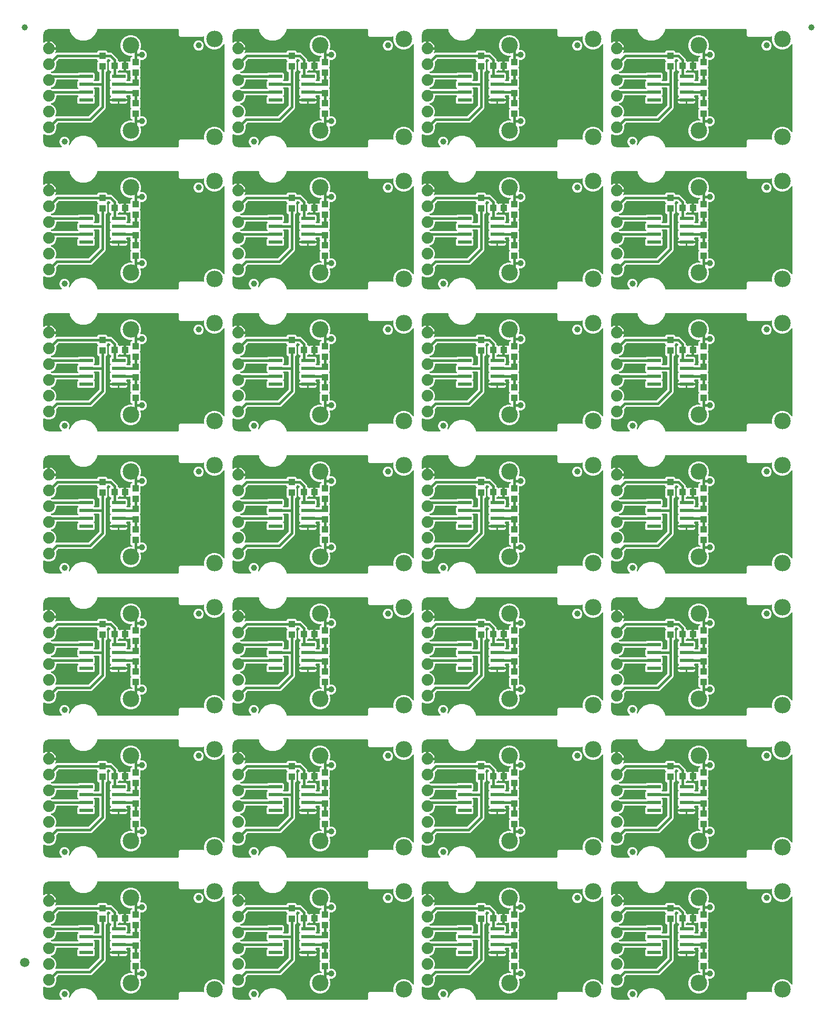
<source format=gtl>
G04 EAGLE Gerber RS-274X export*
G75*
%MOMM*%
%FSLAX34Y34*%
%LPD*%
%INTop Copper*%
%IPPOS*%
%AMOC8*
5,1,8,0,0,1.08239X$1,22.5*%
G01*
%ADD10C,1.000000*%
%ADD11R,1.100000X1.000000*%
%ADD12R,2.209800X0.609600*%
%ADD13C,1.879600*%
%ADD14R,1.000000X1.100000*%
%ADD15C,2.667000*%
%ADD16C,0.990600*%
%ADD17C,1.500000*%
%ADD18C,1.016000*%
%ADD19C,0.406400*%

G36*
X32931Y232669D02*
X32931Y232669D01*
X32960Y232666D01*
X33071Y232689D01*
X33183Y232705D01*
X33210Y232717D01*
X33239Y232722D01*
X33339Y232775D01*
X33443Y232821D01*
X33465Y232840D01*
X33491Y232853D01*
X33573Y232931D01*
X33660Y233004D01*
X33676Y233029D01*
X33697Y233049D01*
X33754Y233147D01*
X33817Y233241D01*
X33826Y233269D01*
X33841Y233294D01*
X33869Y233404D01*
X33903Y233512D01*
X33904Y233542D01*
X33911Y233570D01*
X33907Y233683D01*
X33910Y233796D01*
X33903Y233825D01*
X33902Y233854D01*
X33867Y233962D01*
X33838Y234071D01*
X33823Y234097D01*
X33814Y234125D01*
X33769Y234188D01*
X33693Y234316D01*
X33648Y234359D01*
X33620Y234398D01*
X31277Y236741D01*
X30051Y239699D01*
X30051Y242901D01*
X31277Y245859D01*
X33541Y248123D01*
X36499Y249349D01*
X39701Y249349D01*
X42659Y248123D01*
X44923Y245859D01*
X46149Y242901D01*
X46149Y239699D01*
X45131Y237243D01*
X45112Y237169D01*
X45084Y237098D01*
X45077Y237032D01*
X45060Y236967D01*
X45062Y236891D01*
X45055Y236815D01*
X45067Y236750D01*
X45068Y236683D01*
X45092Y236611D01*
X45105Y236535D01*
X45135Y236476D01*
X45155Y236412D01*
X45198Y236349D01*
X45231Y236281D01*
X45276Y236232D01*
X45313Y236176D01*
X45372Y236127D01*
X45423Y236071D01*
X45480Y236036D01*
X45531Y235993D01*
X45600Y235962D01*
X45666Y235922D01*
X45730Y235905D01*
X45791Y235878D01*
X45866Y235867D01*
X45940Y235847D01*
X46006Y235848D01*
X46072Y235839D01*
X46148Y235850D01*
X46224Y235851D01*
X46288Y235870D01*
X46354Y235880D01*
X46423Y235911D01*
X46496Y235933D01*
X46552Y235969D01*
X46613Y235997D01*
X46671Y236046D01*
X46735Y236087D01*
X46771Y236131D01*
X46829Y236181D01*
X46883Y236268D01*
X46948Y236346D01*
X50995Y243355D01*
X57102Y248480D01*
X64594Y251207D01*
X72566Y251207D01*
X80058Y248480D01*
X86165Y243356D01*
X90151Y236451D01*
X90671Y233504D01*
X90706Y233397D01*
X90734Y233289D01*
X90749Y233262D01*
X90759Y233233D01*
X90822Y233140D01*
X90879Y233044D01*
X90901Y233023D01*
X90918Y232998D01*
X91005Y232926D01*
X91086Y232850D01*
X91114Y232836D01*
X91137Y232816D01*
X91240Y232771D01*
X91340Y232720D01*
X91367Y232716D01*
X91397Y232702D01*
X91637Y232670D01*
X91671Y232665D01*
X220980Y232665D01*
X221038Y232673D01*
X221096Y232671D01*
X221178Y232693D01*
X221262Y232705D01*
X221315Y232728D01*
X221371Y232743D01*
X221444Y232786D01*
X221521Y232821D01*
X221566Y232859D01*
X221616Y232888D01*
X221674Y232950D01*
X221738Y233004D01*
X221770Y233053D01*
X221810Y233096D01*
X221849Y233171D01*
X221896Y233241D01*
X221913Y233297D01*
X221940Y233349D01*
X221951Y233417D01*
X221981Y233512D01*
X221984Y233612D01*
X221995Y233680D01*
X221995Y242984D01*
X224376Y245365D01*
X260764Y245365D01*
X261283Y244845D01*
X261307Y244828D01*
X261326Y244805D01*
X261420Y244742D01*
X261510Y244674D01*
X261538Y244664D01*
X261562Y244648D01*
X261670Y244613D01*
X261776Y244573D01*
X261805Y244571D01*
X261833Y244562D01*
X261947Y244559D01*
X262059Y244550D01*
X262088Y244555D01*
X262117Y244555D01*
X262227Y244583D01*
X262338Y244605D01*
X262364Y244619D01*
X262392Y244626D01*
X262490Y244684D01*
X262590Y244736D01*
X262612Y244757D01*
X262637Y244772D01*
X262714Y244854D01*
X262796Y244932D01*
X262811Y244958D01*
X262831Y244979D01*
X262883Y245080D01*
X262940Y245178D01*
X262947Y245206D01*
X262961Y245232D01*
X262974Y245309D01*
X263010Y245453D01*
X263008Y245516D01*
X263016Y245563D01*
X263016Y252179D01*
X265511Y258201D01*
X270119Y262809D01*
X276141Y265304D01*
X282659Y265304D01*
X288681Y262809D01*
X293289Y258201D01*
X293702Y257205D01*
X293746Y257130D01*
X293781Y257052D01*
X293818Y257009D01*
X293847Y256960D01*
X293909Y256901D01*
X293965Y256835D01*
X294012Y256804D01*
X294053Y256765D01*
X294130Y256725D01*
X294201Y256678D01*
X294255Y256660D01*
X294306Y256634D01*
X294390Y256618D01*
X294472Y256592D01*
X294529Y256590D01*
X294585Y256579D01*
X294670Y256587D01*
X294756Y256584D01*
X294811Y256599D01*
X294868Y256604D01*
X294949Y256635D01*
X295031Y256656D01*
X295080Y256685D01*
X295133Y256706D01*
X295202Y256758D01*
X295276Y256802D01*
X295315Y256843D01*
X295360Y256877D01*
X295412Y256946D01*
X295470Y257009D01*
X295496Y257060D01*
X295530Y257105D01*
X295561Y257185D01*
X295600Y257262D01*
X295608Y257311D01*
X295631Y257371D01*
X295642Y257516D01*
X295655Y257593D01*
X295655Y397727D01*
X295643Y397812D01*
X295641Y397898D01*
X295623Y397952D01*
X295615Y398008D01*
X295580Y398087D01*
X295554Y398169D01*
X295522Y398216D01*
X295499Y398268D01*
X295444Y398333D01*
X295396Y398405D01*
X295352Y398441D01*
X295316Y398485D01*
X295244Y398533D01*
X295178Y398588D01*
X295126Y398611D01*
X295079Y398642D01*
X294997Y398668D01*
X294918Y398703D01*
X294862Y398711D01*
X294808Y398728D01*
X294722Y398730D01*
X294637Y398742D01*
X294581Y398734D01*
X294524Y398736D01*
X294441Y398714D01*
X294355Y398702D01*
X294304Y398678D01*
X294249Y398664D01*
X294175Y398620D01*
X294096Y398584D01*
X294053Y398548D01*
X294004Y398518D01*
X293945Y398456D01*
X293880Y398400D01*
X293854Y398358D01*
X293810Y398311D01*
X293744Y398182D01*
X293702Y398115D01*
X293289Y397119D01*
X288681Y392511D01*
X282659Y390016D01*
X276141Y390016D01*
X270119Y392511D01*
X265511Y397119D01*
X263016Y403141D01*
X263016Y409757D01*
X263012Y409786D01*
X263015Y409815D01*
X262992Y409926D01*
X262976Y410038D01*
X262964Y410065D01*
X262959Y410094D01*
X262906Y410195D01*
X262860Y410298D01*
X262841Y410320D01*
X262828Y410346D01*
X262750Y410428D01*
X262677Y410515D01*
X262652Y410531D01*
X262632Y410552D01*
X262534Y410610D01*
X262440Y410672D01*
X262412Y410681D01*
X262387Y410696D01*
X262277Y410724D01*
X262169Y410758D01*
X262139Y410759D01*
X262111Y410766D01*
X261998Y410763D01*
X261885Y410765D01*
X261856Y410758D01*
X261827Y410757D01*
X261719Y410722D01*
X261610Y410694D01*
X261584Y410679D01*
X261556Y410670D01*
X261492Y410624D01*
X261365Y410548D01*
X261322Y410503D01*
X261283Y410475D01*
X260764Y409955D01*
X224376Y409955D01*
X221995Y412336D01*
X221995Y421640D01*
X221987Y421698D01*
X221989Y421756D01*
X221967Y421838D01*
X221955Y421922D01*
X221932Y421975D01*
X221917Y422031D01*
X221874Y422104D01*
X221839Y422181D01*
X221801Y422226D01*
X221772Y422276D01*
X221710Y422334D01*
X221656Y422398D01*
X221607Y422430D01*
X221564Y422470D01*
X221489Y422509D01*
X221419Y422556D01*
X221363Y422573D01*
X221311Y422600D01*
X221243Y422611D01*
X221148Y422641D01*
X221048Y422644D01*
X220980Y422655D01*
X91671Y422655D01*
X91560Y422640D01*
X91448Y422631D01*
X91419Y422620D01*
X91389Y422615D01*
X91287Y422570D01*
X91182Y422530D01*
X91158Y422512D01*
X91130Y422499D01*
X91044Y422427D01*
X90954Y422360D01*
X90936Y422335D01*
X90913Y422316D01*
X90851Y422222D01*
X90783Y422133D01*
X90774Y422107D01*
X90755Y422079D01*
X90682Y421848D01*
X90671Y421816D01*
X90151Y418869D01*
X86165Y411965D01*
X80058Y406840D01*
X72566Y404113D01*
X64594Y404113D01*
X57102Y406840D01*
X50995Y411964D01*
X47009Y418869D01*
X46489Y421816D01*
X46454Y421923D01*
X46426Y422031D01*
X46411Y422058D01*
X46401Y422087D01*
X46338Y422180D01*
X46281Y422276D01*
X46259Y422297D01*
X46242Y422322D01*
X46155Y422394D01*
X46074Y422470D01*
X46046Y422484D01*
X46023Y422504D01*
X45920Y422549D01*
X45820Y422600D01*
X45793Y422604D01*
X45763Y422618D01*
X45523Y422650D01*
X45489Y422655D01*
X12700Y422655D01*
X12644Y422647D01*
X12600Y422650D01*
X11114Y422504D01*
X10838Y422437D01*
X10831Y422433D01*
X10825Y422432D01*
X8078Y421294D01*
X8051Y421278D01*
X8022Y421269D01*
X7958Y421223D01*
X7833Y421149D01*
X7789Y421102D01*
X7749Y421074D01*
X5646Y418971D01*
X5628Y418947D01*
X5604Y418927D01*
X5562Y418860D01*
X5475Y418744D01*
X5453Y418684D01*
X5426Y418642D01*
X4288Y415895D01*
X4217Y415620D01*
X4218Y415612D01*
X4216Y415606D01*
X4070Y414120D01*
X4072Y414063D01*
X4065Y414020D01*
X4065Y401636D01*
X4078Y401545D01*
X4081Y401453D01*
X4097Y401404D01*
X4105Y401354D01*
X4142Y401270D01*
X4171Y401183D01*
X4200Y401141D01*
X4221Y401095D01*
X4280Y401025D01*
X4332Y400949D01*
X4372Y400917D01*
X4404Y400878D01*
X4481Y400827D01*
X4552Y400768D01*
X4599Y400748D01*
X4641Y400720D01*
X4729Y400692D01*
X4813Y400656D01*
X4864Y400650D01*
X4912Y400634D01*
X5004Y400632D01*
X5095Y400621D01*
X5146Y400628D01*
X5196Y400627D01*
X5285Y400650D01*
X5376Y400665D01*
X5416Y400685D01*
X5471Y400699D01*
X5608Y400780D01*
X5677Y400814D01*
X6443Y401371D01*
X8117Y402224D01*
X9904Y402805D01*
X10669Y402926D01*
X10669Y392176D01*
X10677Y392118D01*
X10675Y392060D01*
X10697Y391978D01*
X10709Y391895D01*
X10733Y391841D01*
X10747Y391785D01*
X10790Y391712D01*
X10825Y391635D01*
X10863Y391591D01*
X10893Y391540D01*
X10954Y391483D01*
X11009Y391418D01*
X11057Y391386D01*
X11100Y391346D01*
X11175Y391307D01*
X11245Y391261D01*
X11301Y391243D01*
X11353Y391216D01*
X11421Y391205D01*
X11516Y391175D01*
X11616Y391172D01*
X11684Y391161D01*
X12701Y391161D01*
X12701Y390144D01*
X12709Y390086D01*
X12708Y390028D01*
X12729Y389946D01*
X12741Y389863D01*
X12765Y389809D01*
X12779Y389753D01*
X12822Y389680D01*
X12857Y389603D01*
X12895Y389558D01*
X12925Y389508D01*
X12986Y389450D01*
X13041Y389386D01*
X13089Y389354D01*
X13132Y389314D01*
X13207Y389275D01*
X13277Y389229D01*
X13333Y389211D01*
X13385Y389184D01*
X13453Y389173D01*
X13548Y389143D01*
X13648Y389140D01*
X13716Y389129D01*
X24466Y389129D01*
X24345Y388364D01*
X23764Y386577D01*
X23218Y385506D01*
X23196Y385440D01*
X23164Y385379D01*
X23150Y385306D01*
X23126Y385237D01*
X23122Y385168D01*
X23109Y385100D01*
X23115Y385026D01*
X23112Y384953D01*
X23127Y384885D01*
X23133Y384817D01*
X23160Y384748D01*
X23177Y384676D01*
X23211Y384616D01*
X23235Y384551D01*
X23280Y384493D01*
X23316Y384428D01*
X23365Y384380D01*
X23407Y384325D01*
X23466Y384280D01*
X23519Y384229D01*
X23579Y384196D01*
X23635Y384154D01*
X23704Y384128D01*
X23768Y384093D01*
X23836Y384078D01*
X23901Y384054D01*
X23974Y384048D01*
X24046Y384032D01*
X24115Y384037D01*
X24184Y384031D01*
X24245Y384045D01*
X24330Y384051D01*
X24438Y384090D01*
X24511Y384107D01*
X25269Y384421D01*
X89996Y384421D01*
X90054Y384429D01*
X90112Y384427D01*
X90194Y384449D01*
X90278Y384461D01*
X90331Y384484D01*
X90387Y384499D01*
X90460Y384542D01*
X90537Y384577D01*
X90582Y384615D01*
X90632Y384644D01*
X90690Y384706D01*
X90754Y384760D01*
X90786Y384809D01*
X90826Y384852D01*
X90865Y384927D01*
X90912Y384997D01*
X90929Y385053D01*
X90956Y385105D01*
X90967Y385173D01*
X90997Y385268D01*
X91000Y385368D01*
X91011Y385436D01*
X91011Y386103D01*
X92797Y387889D01*
X105323Y387889D01*
X107109Y386103D01*
X107109Y385436D01*
X107117Y385378D01*
X107115Y385320D01*
X107137Y385238D01*
X107149Y385154D01*
X107172Y385101D01*
X107187Y385045D01*
X107230Y384972D01*
X107265Y384895D01*
X107303Y384850D01*
X107332Y384800D01*
X107394Y384742D01*
X107448Y384678D01*
X107497Y384646D01*
X107540Y384606D01*
X107615Y384567D01*
X107685Y384520D01*
X107741Y384503D01*
X107793Y384476D01*
X107861Y384465D01*
X107956Y384435D01*
X108056Y384432D01*
X108124Y384421D01*
X113161Y384421D01*
X115028Y383647D01*
X122807Y375868D01*
X123581Y374001D01*
X123581Y372284D01*
X123589Y372226D01*
X123587Y372168D01*
X123609Y372086D01*
X123621Y372002D01*
X123644Y371949D01*
X123659Y371893D01*
X123702Y371820D01*
X123737Y371743D01*
X123775Y371698D01*
X123804Y371648D01*
X123866Y371590D01*
X123920Y371526D01*
X123969Y371494D01*
X124012Y371454D01*
X124087Y371415D01*
X124157Y371368D01*
X124213Y371351D01*
X124265Y371324D01*
X124333Y371313D01*
X124428Y371283D01*
X124528Y371280D01*
X124596Y371269D01*
X125263Y371269D01*
X126641Y369890D01*
X126688Y369855D01*
X126728Y369813D01*
X126801Y369770D01*
X126868Y369719D01*
X126923Y369698D01*
X126974Y369669D01*
X127055Y369648D01*
X127134Y369618D01*
X127193Y369613D01*
X127249Y369599D01*
X127333Y369602D01*
X127417Y369595D01*
X127475Y369606D01*
X127533Y369608D01*
X127613Y369634D01*
X127696Y369650D01*
X127748Y369677D01*
X127804Y369695D01*
X127860Y369735D01*
X127949Y369781D01*
X128021Y369850D01*
X128077Y369890D01*
X128440Y370253D01*
X129019Y370588D01*
X129666Y370761D01*
X133469Y370761D01*
X133469Y364236D01*
X133477Y364178D01*
X133475Y364120D01*
X133497Y364038D01*
X133509Y363955D01*
X133533Y363901D01*
X133547Y363845D01*
X133590Y363772D01*
X133625Y363695D01*
X133663Y363651D01*
X133693Y363600D01*
X133754Y363543D01*
X133809Y363478D01*
X133857Y363446D01*
X133900Y363406D01*
X133975Y363367D01*
X134045Y363321D01*
X134101Y363303D01*
X134153Y363276D01*
X134221Y363265D01*
X134316Y363235D01*
X134416Y363232D01*
X134484Y363221D01*
X136516Y363221D01*
X136574Y363229D01*
X136632Y363228D01*
X136714Y363249D01*
X136797Y363261D01*
X136851Y363285D01*
X136907Y363299D01*
X136980Y363342D01*
X137057Y363377D01*
X137101Y363415D01*
X137152Y363445D01*
X137209Y363506D01*
X137274Y363561D01*
X137306Y363609D01*
X137346Y363652D01*
X137385Y363727D01*
X137431Y363797D01*
X137449Y363853D01*
X137476Y363905D01*
X137487Y363973D01*
X137517Y364068D01*
X137520Y364168D01*
X137531Y364236D01*
X137531Y370761D01*
X141334Y370761D01*
X141981Y370588D01*
X142560Y370253D01*
X142618Y370195D01*
X142642Y370177D01*
X142661Y370155D01*
X142755Y370092D01*
X142845Y370024D01*
X142873Y370014D01*
X142897Y369997D01*
X143005Y369963D01*
X143111Y369923D01*
X143140Y369920D01*
X143168Y369912D01*
X143281Y369909D01*
X143394Y369899D01*
X143423Y369905D01*
X143452Y369904D01*
X143562Y369933D01*
X143673Y369955D01*
X143699Y369969D01*
X143727Y369976D01*
X143825Y370034D01*
X143925Y370086D01*
X143947Y370106D01*
X143972Y370121D01*
X144049Y370204D01*
X144131Y370282D01*
X144146Y370307D01*
X144166Y370329D01*
X144218Y370429D01*
X144275Y370527D01*
X144282Y370556D01*
X144296Y370582D01*
X144309Y370659D01*
X144345Y370803D01*
X144343Y370865D01*
X144351Y370913D01*
X144351Y375943D01*
X146137Y377729D01*
X146304Y377729D01*
X146362Y377737D01*
X146420Y377735D01*
X146502Y377757D01*
X146586Y377769D01*
X146639Y377792D01*
X146695Y377807D01*
X146768Y377850D01*
X146845Y377885D01*
X146890Y377923D01*
X146940Y377952D01*
X146998Y378014D01*
X147062Y378068D01*
X147094Y378117D01*
X147134Y378160D01*
X147173Y378235D01*
X147220Y378305D01*
X147237Y378361D01*
X147264Y378413D01*
X147275Y378481D01*
X147305Y378576D01*
X147308Y378676D01*
X147319Y378744D01*
X147319Y378841D01*
X147311Y378899D01*
X147313Y378957D01*
X147291Y379039D01*
X147279Y379123D01*
X147256Y379176D01*
X147241Y379232D01*
X147198Y379305D01*
X147163Y379382D01*
X147125Y379427D01*
X147096Y379477D01*
X147034Y379535D01*
X146980Y379599D01*
X146931Y379631D01*
X146888Y379671D01*
X146813Y379710D01*
X146743Y379757D01*
X146687Y379774D01*
X146635Y379801D01*
X146567Y379812D01*
X146472Y379842D01*
X146372Y379845D01*
X146304Y379856D01*
X141521Y379856D01*
X135499Y382351D01*
X130891Y386959D01*
X128396Y392981D01*
X128396Y399499D01*
X130891Y405521D01*
X135499Y410129D01*
X141521Y412624D01*
X148039Y412624D01*
X154061Y410129D01*
X158669Y405521D01*
X161164Y399499D01*
X161164Y392981D01*
X160097Y390406D01*
X160068Y390294D01*
X160034Y390185D01*
X160033Y390157D01*
X160026Y390130D01*
X160029Y390016D01*
X160026Y389901D01*
X160033Y389874D01*
X160034Y389846D01*
X160069Y389737D01*
X160098Y389626D01*
X160112Y389602D01*
X160121Y389575D01*
X160185Y389480D01*
X160243Y389381D01*
X160264Y389362D01*
X160279Y389339D01*
X160367Y389265D01*
X160451Y389187D01*
X160475Y389174D01*
X160497Y389156D01*
X160601Y389110D01*
X160704Y389057D01*
X160728Y389053D01*
X160756Y389041D01*
X161020Y389004D01*
X161035Y389002D01*
X164152Y389002D01*
X167093Y387784D01*
X169344Y385533D01*
X170562Y382592D01*
X170562Y379408D01*
X169344Y376467D01*
X167093Y374216D01*
X164152Y372998D01*
X161464Y372998D01*
X161406Y372990D01*
X161348Y372992D01*
X161266Y372970D01*
X161182Y372958D01*
X161129Y372935D01*
X161073Y372920D01*
X161000Y372877D01*
X160923Y372842D01*
X160878Y372804D01*
X160828Y372775D01*
X160770Y372713D01*
X160706Y372659D01*
X160674Y372610D01*
X160634Y372567D01*
X160595Y372492D01*
X160548Y372422D01*
X160531Y372366D01*
X160504Y372314D01*
X160493Y372246D01*
X160463Y372151D01*
X160460Y372051D01*
X160449Y371983D01*
X160449Y362417D01*
X159429Y361398D01*
X159394Y361351D01*
X159352Y361311D01*
X159309Y361238D01*
X159259Y361171D01*
X159238Y361116D01*
X159208Y361066D01*
X159187Y360984D01*
X159157Y360905D01*
X159152Y360847D01*
X159138Y360790D01*
X159141Y360706D01*
X159134Y360622D01*
X159145Y360564D01*
X159147Y360506D01*
X159173Y360426D01*
X159190Y360343D01*
X159217Y360291D01*
X159235Y360235D01*
X159275Y360179D01*
X159321Y360091D01*
X159389Y360018D01*
X159429Y359962D01*
X160449Y358943D01*
X160449Y345417D01*
X159919Y344888D01*
X159884Y344841D01*
X159842Y344801D01*
X159799Y344728D01*
X159749Y344661D01*
X159728Y344606D01*
X159698Y344556D01*
X159677Y344474D01*
X159647Y344395D01*
X159642Y344337D01*
X159628Y344280D01*
X159631Y344196D01*
X159624Y344112D01*
X159635Y344054D01*
X159637Y343996D01*
X159663Y343916D01*
X159680Y343833D01*
X159707Y343781D01*
X159725Y343725D01*
X159765Y343669D01*
X159811Y343581D01*
X159879Y343508D01*
X159919Y343452D01*
X160449Y342923D01*
X160449Y329397D01*
X159429Y328378D01*
X159394Y328331D01*
X159352Y328291D01*
X159309Y328218D01*
X159259Y328151D01*
X159238Y328096D01*
X159208Y328046D01*
X159187Y327964D01*
X159157Y327885D01*
X159152Y327827D01*
X159138Y327770D01*
X159141Y327686D01*
X159134Y327602D01*
X159145Y327544D01*
X159147Y327486D01*
X159173Y327406D01*
X159190Y327323D01*
X159217Y327271D01*
X159235Y327215D01*
X159275Y327159D01*
X159321Y327071D01*
X159389Y326998D01*
X159429Y326942D01*
X160449Y325923D01*
X160449Y312397D01*
X159919Y311868D01*
X159884Y311821D01*
X159842Y311781D01*
X159799Y311708D01*
X159749Y311641D01*
X159728Y311586D01*
X159698Y311536D01*
X159677Y311454D01*
X159647Y311375D01*
X159642Y311317D01*
X159628Y311260D01*
X159631Y311176D01*
X159624Y311092D01*
X159635Y311034D01*
X159637Y310976D01*
X159663Y310896D01*
X159680Y310813D01*
X159707Y310761D01*
X159725Y310705D01*
X159765Y310649D01*
X159811Y310561D01*
X159879Y310488D01*
X159919Y310432D01*
X160449Y309903D01*
X160449Y296377D01*
X159429Y295358D01*
X159394Y295311D01*
X159352Y295271D01*
X159309Y295198D01*
X159259Y295131D01*
X159238Y295076D01*
X159208Y295026D01*
X159187Y294944D01*
X159157Y294865D01*
X159152Y294807D01*
X159138Y294750D01*
X159141Y294666D01*
X159134Y294582D01*
X159145Y294524D01*
X159147Y294466D01*
X159173Y294386D01*
X159190Y294303D01*
X159217Y294251D01*
X159235Y294195D01*
X159275Y294139D01*
X159321Y294051D01*
X159389Y293978D01*
X159390Y293978D01*
X159401Y293959D01*
X159407Y293953D01*
X159429Y293922D01*
X160449Y292903D01*
X160449Y283337D01*
X160457Y283279D01*
X160455Y283221D01*
X160477Y283139D01*
X160489Y283055D01*
X160512Y283002D01*
X160527Y282946D01*
X160570Y282873D01*
X160605Y282796D01*
X160643Y282751D01*
X160672Y282701D01*
X160734Y282643D01*
X160788Y282579D01*
X160837Y282547D01*
X160880Y282507D01*
X160955Y282468D01*
X161025Y282421D01*
X161081Y282404D01*
X161133Y282377D01*
X161201Y282366D01*
X161296Y282336D01*
X161396Y282333D01*
X161464Y282322D01*
X164152Y282322D01*
X167093Y281104D01*
X169344Y278853D01*
X170562Y275912D01*
X170562Y272728D01*
X169344Y269787D01*
X167093Y267536D01*
X164152Y266318D01*
X161035Y266318D01*
X160921Y266302D01*
X160807Y266292D01*
X160781Y266282D01*
X160753Y266278D01*
X160648Y266231D01*
X160541Y266190D01*
X160519Y266174D01*
X160494Y266162D01*
X160406Y266088D01*
X160315Y266019D01*
X160298Y265996D01*
X160277Y265979D01*
X160213Y265883D01*
X160145Y265791D01*
X160135Y265765D01*
X160119Y265742D01*
X160085Y265632D01*
X160044Y265525D01*
X160042Y265497D01*
X160034Y265471D01*
X160031Y265356D01*
X160021Y265242D01*
X160027Y265217D01*
X160026Y265187D01*
X160093Y264930D01*
X160097Y264914D01*
X161164Y262339D01*
X161164Y255821D01*
X158669Y249799D01*
X154061Y245191D01*
X148039Y242696D01*
X141521Y242696D01*
X135499Y245191D01*
X130891Y249799D01*
X128396Y255821D01*
X128396Y262339D01*
X130891Y268361D01*
X135499Y272969D01*
X141521Y275464D01*
X146304Y275464D01*
X146362Y275472D01*
X146420Y275470D01*
X146502Y275492D01*
X146586Y275504D01*
X146639Y275527D01*
X146695Y275542D01*
X146768Y275585D01*
X146845Y275620D01*
X146890Y275658D01*
X146940Y275687D01*
X146998Y275749D01*
X147062Y275803D01*
X147094Y275852D01*
X147134Y275895D01*
X147173Y275970D01*
X147220Y276040D01*
X147237Y276096D01*
X147264Y276148D01*
X147275Y276216D01*
X147305Y276311D01*
X147308Y276411D01*
X147319Y276479D01*
X147319Y276576D01*
X147311Y276634D01*
X147313Y276692D01*
X147291Y276774D01*
X147279Y276858D01*
X147256Y276911D01*
X147241Y276967D01*
X147198Y277040D01*
X147163Y277117D01*
X147125Y277162D01*
X147096Y277212D01*
X147034Y277270D01*
X146980Y277334D01*
X146931Y277366D01*
X146888Y277406D01*
X146813Y277445D01*
X146743Y277492D01*
X146687Y277509D01*
X146635Y277536D01*
X146567Y277547D01*
X146472Y277577D01*
X146372Y277580D01*
X146304Y277591D01*
X146137Y277591D01*
X144351Y279377D01*
X144351Y292903D01*
X145371Y293922D01*
X145406Y293969D01*
X145448Y294009D01*
X145491Y294082D01*
X145541Y294149D01*
X145562Y294204D01*
X145592Y294254D01*
X145613Y294336D01*
X145643Y294415D01*
X145648Y294473D01*
X145662Y294530D01*
X145659Y294614D01*
X145666Y294698D01*
X145655Y294756D01*
X145653Y294814D01*
X145627Y294894D01*
X145610Y294977D01*
X145583Y295029D01*
X145565Y295085D01*
X145525Y295141D01*
X145479Y295229D01*
X145411Y295302D01*
X145371Y295358D01*
X144351Y296377D01*
X144351Y309903D01*
X144881Y310432D01*
X144916Y310479D01*
X144958Y310519D01*
X145001Y310592D01*
X145051Y310659D01*
X145072Y310714D01*
X145102Y310764D01*
X145123Y310846D01*
X145153Y310925D01*
X145158Y310983D01*
X145172Y311040D01*
X145169Y311124D01*
X145176Y311208D01*
X145165Y311266D01*
X145163Y311324D01*
X145137Y311404D01*
X145120Y311487D01*
X145093Y311539D01*
X145075Y311595D01*
X145035Y311651D01*
X144989Y311739D01*
X144921Y311812D01*
X144881Y311868D01*
X144351Y312397D01*
X144351Y315214D01*
X144343Y315272D01*
X144345Y315330D01*
X144323Y315412D01*
X144311Y315496D01*
X144288Y315549D01*
X144273Y315605D01*
X144230Y315678D01*
X144195Y315755D01*
X144157Y315800D01*
X144128Y315850D01*
X144066Y315908D01*
X144012Y315972D01*
X143963Y316004D01*
X143920Y316044D01*
X143845Y316083D01*
X143775Y316130D01*
X143719Y316147D01*
X143667Y316174D01*
X143599Y316185D01*
X143504Y316215D01*
X143404Y316218D01*
X143336Y316229D01*
X138970Y316229D01*
X138884Y316217D01*
X138796Y316214D01*
X138744Y316197D01*
X138689Y316189D01*
X138609Y316154D01*
X138526Y316127D01*
X138487Y316099D01*
X138429Y316073D01*
X138316Y315977D01*
X138252Y315932D01*
X137613Y315293D01*
X137584Y315253D01*
X137548Y315221D01*
X137499Y315141D01*
X137442Y315065D01*
X137425Y315020D01*
X137399Y314978D01*
X137374Y314888D01*
X137341Y314800D01*
X137337Y314751D01*
X137324Y314704D01*
X137325Y314610D01*
X137317Y314516D01*
X137327Y314469D01*
X137328Y314420D01*
X137355Y314330D01*
X137373Y314238D01*
X137396Y314194D01*
X137410Y314148D01*
X137461Y314069D01*
X137504Y313985D01*
X137538Y313950D01*
X137565Y313909D01*
X137622Y313862D01*
X137700Y313779D01*
X137775Y313735D01*
X137824Y313695D01*
X137831Y313691D01*
X138304Y313218D01*
X138639Y312639D01*
X138812Y311992D01*
X138812Y310133D01*
X134525Y310133D01*
X134439Y310121D01*
X134351Y310118D01*
X134299Y310101D01*
X134244Y310093D01*
X134164Y310058D01*
X134081Y310031D01*
X134042Y310003D01*
X133984Y309977D01*
X133871Y309881D01*
X133807Y309836D01*
X133343Y309371D01*
X125730Y309371D01*
X125672Y309363D01*
X125639Y309364D01*
X125627Y309403D01*
X125599Y309443D01*
X125573Y309500D01*
X125477Y309613D01*
X125432Y309677D01*
X125273Y309836D01*
X125203Y309888D01*
X125139Y309948D01*
X125089Y309974D01*
X125045Y310007D01*
X124964Y310038D01*
X124886Y310078D01*
X124838Y310086D01*
X124780Y310108D01*
X124632Y310120D01*
X124555Y310133D01*
X111632Y310133D01*
X111632Y311992D01*
X111805Y312639D01*
X112140Y313218D01*
X112613Y313691D01*
X112620Y313695D01*
X112659Y313725D01*
X112702Y313748D01*
X112770Y313813D01*
X112844Y313871D01*
X112873Y313910D01*
X112908Y313944D01*
X112956Y314025D01*
X113011Y314101D01*
X113027Y314147D01*
X113052Y314189D01*
X113075Y314280D01*
X113107Y314368D01*
X113110Y314417D01*
X113122Y314465D01*
X113119Y314558D01*
X113125Y314652D01*
X113115Y314700D01*
X113113Y314749D01*
X113084Y314838D01*
X113064Y314930D01*
X113041Y314973D01*
X113026Y315019D01*
X112983Y315080D01*
X112928Y315180D01*
X112867Y315241D01*
X112831Y315293D01*
X111124Y316999D01*
X111124Y325621D01*
X112446Y326942D01*
X112481Y326989D01*
X112523Y327029D01*
X112566Y327102D01*
X112616Y327169D01*
X112637Y327224D01*
X112667Y327274D01*
X112688Y327356D01*
X112718Y327435D01*
X112723Y327493D01*
X112737Y327550D01*
X112734Y327634D01*
X112741Y327718D01*
X112730Y327776D01*
X112728Y327834D01*
X112702Y327914D01*
X112685Y327997D01*
X112658Y328049D01*
X112640Y328105D01*
X112600Y328161D01*
X112554Y328249D01*
X112486Y328322D01*
X112446Y328378D01*
X111124Y329699D01*
X111124Y338321D01*
X112446Y339642D01*
X112481Y339689D01*
X112523Y339729D01*
X112566Y339802D01*
X112616Y339869D01*
X112637Y339924D01*
X112667Y339974D01*
X112688Y340056D01*
X112718Y340135D01*
X112723Y340193D01*
X112737Y340250D01*
X112734Y340334D01*
X112741Y340418D01*
X112730Y340476D01*
X112728Y340534D01*
X112702Y340614D01*
X112685Y340697D01*
X112658Y340749D01*
X112640Y340805D01*
X112600Y340861D01*
X112554Y340949D01*
X112486Y341022D01*
X112446Y341078D01*
X111124Y342399D01*
X111124Y351021D01*
X113122Y353018D01*
X113174Y353088D01*
X113234Y353152D01*
X113260Y353201D01*
X113293Y353246D01*
X113324Y353327D01*
X113364Y353405D01*
X113372Y353453D01*
X113394Y353511D01*
X113406Y353659D01*
X113419Y353736D01*
X113419Y354156D01*
X113411Y354214D01*
X113413Y354272D01*
X113391Y354354D01*
X113379Y354438D01*
X113356Y354491D01*
X113341Y354547D01*
X113298Y354620D01*
X113263Y354697D01*
X113225Y354742D01*
X113196Y354792D01*
X113134Y354850D01*
X113080Y354914D01*
X113031Y354946D01*
X112988Y354986D01*
X112913Y355025D01*
X112843Y355072D01*
X112787Y355089D01*
X112735Y355116D01*
X112667Y355127D01*
X112572Y355157D01*
X112472Y355160D01*
X112404Y355171D01*
X111737Y355171D01*
X109951Y356957D01*
X109951Y369483D01*
X111669Y371200D01*
X111704Y371247D01*
X111746Y371287D01*
X111789Y371360D01*
X111840Y371427D01*
X111860Y371482D01*
X111890Y371533D01*
X111911Y371614D01*
X111941Y371693D01*
X111946Y371751D01*
X111960Y371808D01*
X111957Y371892D01*
X111964Y371976D01*
X111953Y372034D01*
X111951Y372092D01*
X111925Y372172D01*
X111909Y372255D01*
X111882Y372307D01*
X111864Y372363D01*
X111823Y372419D01*
X111778Y372507D01*
X111709Y372580D01*
X111669Y372636D01*
X110343Y373962D01*
X110273Y374014D01*
X110209Y374074D01*
X110160Y374100D01*
X110116Y374133D01*
X110034Y374164D01*
X109956Y374204D01*
X109908Y374212D01*
X109850Y374234D01*
X109702Y374246D01*
X109625Y374259D01*
X108124Y374259D01*
X108066Y374251D01*
X108008Y374253D01*
X107926Y374231D01*
X107842Y374219D01*
X107789Y374196D01*
X107733Y374181D01*
X107660Y374138D01*
X107583Y374103D01*
X107538Y374065D01*
X107488Y374036D01*
X107430Y373974D01*
X107366Y373920D01*
X107334Y373871D01*
X107294Y373828D01*
X107255Y373753D01*
X107208Y373683D01*
X107191Y373627D01*
X107164Y373575D01*
X107153Y373507D01*
X107123Y373412D01*
X107120Y373312D01*
X107109Y373244D01*
X107109Y372577D01*
X106089Y371558D01*
X106054Y371511D01*
X106012Y371471D01*
X105969Y371398D01*
X105919Y371331D01*
X105898Y371276D01*
X105868Y371226D01*
X105847Y371144D01*
X105817Y371065D01*
X105812Y371007D01*
X105798Y370950D01*
X105801Y370866D01*
X105794Y370782D01*
X105805Y370724D01*
X105807Y370666D01*
X105833Y370586D01*
X105850Y370503D01*
X105877Y370451D01*
X105895Y370395D01*
X105935Y370339D01*
X105981Y370251D01*
X106049Y370178D01*
X106089Y370122D01*
X107109Y369103D01*
X107109Y355577D01*
X105323Y353791D01*
X105156Y353791D01*
X105098Y353783D01*
X105040Y353785D01*
X104958Y353763D01*
X104874Y353751D01*
X104821Y353728D01*
X104765Y353713D01*
X104692Y353670D01*
X104615Y353635D01*
X104570Y353597D01*
X104520Y353568D01*
X104462Y353506D01*
X104398Y353452D01*
X104366Y353403D01*
X104326Y353360D01*
X104287Y353285D01*
X104240Y353215D01*
X104223Y353159D01*
X104196Y353107D01*
X104185Y353039D01*
X104155Y352944D01*
X104152Y352844D01*
X104141Y352776D01*
X104141Y296169D01*
X103367Y294302D01*
X81618Y272553D01*
X79751Y271779D01*
X27925Y271779D01*
X27838Y271767D01*
X27751Y271764D01*
X27698Y271747D01*
X27644Y271739D01*
X27564Y271704D01*
X27481Y271677D01*
X27441Y271649D01*
X27384Y271623D01*
X27271Y271527D01*
X27207Y271482D01*
X24811Y269085D01*
X24810Y269084D01*
X24808Y269083D01*
X24720Y268965D01*
X24640Y268858D01*
X24639Y268857D01*
X24638Y268855D01*
X24588Y268722D01*
X24538Y268592D01*
X24538Y268591D01*
X24538Y268589D01*
X24526Y268445D01*
X24515Y268309D01*
X24515Y268308D01*
X24515Y268306D01*
X24519Y268290D01*
X24571Y268030D01*
X24585Y268003D01*
X24590Y267979D01*
X25147Y266636D01*
X25147Y261684D01*
X23252Y257109D01*
X19751Y253608D01*
X15176Y251713D01*
X10224Y251713D01*
X5469Y253683D01*
X5357Y253712D01*
X5248Y253746D01*
X5220Y253747D01*
X5193Y253754D01*
X5079Y253751D01*
X4964Y253754D01*
X4937Y253747D01*
X4909Y253746D01*
X4800Y253711D01*
X4689Y253682D01*
X4665Y253668D01*
X4638Y253659D01*
X4543Y253595D01*
X4444Y253537D01*
X4425Y253516D01*
X4402Y253501D01*
X4328Y253413D01*
X4250Y253329D01*
X4237Y253305D01*
X4219Y253283D01*
X4173Y253179D01*
X4120Y253076D01*
X4116Y253052D01*
X4104Y253024D01*
X4067Y252760D01*
X4065Y252745D01*
X4065Y241300D01*
X4073Y241244D01*
X4070Y241201D01*
X4216Y239714D01*
X4283Y239438D01*
X4287Y239431D01*
X4288Y239425D01*
X5426Y236678D01*
X5442Y236651D01*
X5451Y236622D01*
X5497Y236558D01*
X5571Y236433D01*
X5618Y236389D01*
X5646Y236349D01*
X7749Y234246D01*
X7773Y234228D01*
X7793Y234204D01*
X7860Y234162D01*
X7976Y234075D01*
X8036Y234053D01*
X8078Y234026D01*
X10825Y232888D01*
X10935Y232860D01*
X11046Y232825D01*
X11074Y232824D01*
X11100Y232817D01*
X11108Y232818D01*
X11114Y232816D01*
X12600Y232670D01*
X12657Y232672D01*
X12700Y232665D01*
X32902Y232665D01*
X32931Y232669D01*
G37*
G36*
X642531Y1147069D02*
X642531Y1147069D01*
X642560Y1147066D01*
X642671Y1147089D01*
X642783Y1147105D01*
X642810Y1147117D01*
X642839Y1147122D01*
X642939Y1147175D01*
X643043Y1147221D01*
X643065Y1147240D01*
X643091Y1147253D01*
X643173Y1147331D01*
X643260Y1147404D01*
X643276Y1147429D01*
X643297Y1147449D01*
X643354Y1147547D01*
X643417Y1147641D01*
X643426Y1147669D01*
X643441Y1147694D01*
X643469Y1147804D01*
X643503Y1147912D01*
X643504Y1147942D01*
X643511Y1147970D01*
X643507Y1148083D01*
X643510Y1148196D01*
X643503Y1148225D01*
X643502Y1148254D01*
X643467Y1148362D01*
X643438Y1148471D01*
X643423Y1148497D01*
X643414Y1148525D01*
X643369Y1148588D01*
X643293Y1148716D01*
X643248Y1148759D01*
X643220Y1148798D01*
X640877Y1151141D01*
X639651Y1154099D01*
X639651Y1157301D01*
X640877Y1160259D01*
X643141Y1162523D01*
X646099Y1163749D01*
X649301Y1163749D01*
X652259Y1162523D01*
X654523Y1160259D01*
X655749Y1157301D01*
X655749Y1154099D01*
X654731Y1151643D01*
X654712Y1151569D01*
X654684Y1151498D01*
X654677Y1151432D01*
X654660Y1151367D01*
X654662Y1151291D01*
X654655Y1151215D01*
X654667Y1151150D01*
X654668Y1151083D01*
X654692Y1151011D01*
X654705Y1150935D01*
X654735Y1150876D01*
X654755Y1150812D01*
X654798Y1150749D01*
X654831Y1150681D01*
X654876Y1150632D01*
X654913Y1150576D01*
X654972Y1150527D01*
X655023Y1150471D01*
X655080Y1150436D01*
X655131Y1150393D01*
X655200Y1150362D01*
X655266Y1150322D01*
X655330Y1150305D01*
X655391Y1150278D01*
X655466Y1150267D01*
X655540Y1150247D01*
X655606Y1150248D01*
X655672Y1150239D01*
X655748Y1150250D01*
X655824Y1150251D01*
X655888Y1150270D01*
X655954Y1150280D01*
X656023Y1150311D01*
X656096Y1150333D01*
X656152Y1150369D01*
X656213Y1150397D01*
X656271Y1150446D01*
X656335Y1150487D01*
X656371Y1150531D01*
X656429Y1150581D01*
X656483Y1150668D01*
X656548Y1150746D01*
X660595Y1157755D01*
X666702Y1162880D01*
X674194Y1165607D01*
X682166Y1165607D01*
X689658Y1162880D01*
X695765Y1157756D01*
X699751Y1150851D01*
X700271Y1147904D01*
X700306Y1147797D01*
X700334Y1147689D01*
X700349Y1147662D01*
X700359Y1147633D01*
X700422Y1147540D01*
X700479Y1147444D01*
X700501Y1147423D01*
X700518Y1147398D01*
X700605Y1147326D01*
X700686Y1147250D01*
X700714Y1147236D01*
X700737Y1147216D01*
X700840Y1147171D01*
X700940Y1147120D01*
X700967Y1147116D01*
X700997Y1147102D01*
X701237Y1147070D01*
X701271Y1147065D01*
X830580Y1147065D01*
X830638Y1147073D01*
X830696Y1147071D01*
X830778Y1147093D01*
X830862Y1147105D01*
X830915Y1147128D01*
X830971Y1147143D01*
X831044Y1147186D01*
X831121Y1147221D01*
X831166Y1147259D01*
X831216Y1147288D01*
X831274Y1147350D01*
X831338Y1147404D01*
X831370Y1147453D01*
X831410Y1147496D01*
X831449Y1147571D01*
X831496Y1147641D01*
X831513Y1147697D01*
X831540Y1147749D01*
X831551Y1147817D01*
X831581Y1147912D01*
X831584Y1148012D01*
X831595Y1148080D01*
X831595Y1157384D01*
X833976Y1159765D01*
X870364Y1159765D01*
X870883Y1159245D01*
X870907Y1159228D01*
X870926Y1159205D01*
X871020Y1159142D01*
X871110Y1159074D01*
X871138Y1159064D01*
X871162Y1159048D01*
X871270Y1159013D01*
X871376Y1158973D01*
X871405Y1158971D01*
X871433Y1158962D01*
X871547Y1158959D01*
X871659Y1158950D01*
X871688Y1158955D01*
X871717Y1158955D01*
X871827Y1158983D01*
X871938Y1159005D01*
X871964Y1159019D01*
X871992Y1159026D01*
X872090Y1159084D01*
X872190Y1159136D01*
X872212Y1159157D01*
X872237Y1159172D01*
X872314Y1159254D01*
X872396Y1159332D01*
X872411Y1159358D01*
X872431Y1159379D01*
X872483Y1159480D01*
X872540Y1159578D01*
X872547Y1159606D01*
X872561Y1159632D01*
X872574Y1159709D01*
X872610Y1159853D01*
X872608Y1159916D01*
X872616Y1159963D01*
X872616Y1166579D01*
X875111Y1172601D01*
X879719Y1177209D01*
X885741Y1179704D01*
X892259Y1179704D01*
X898281Y1177209D01*
X902889Y1172601D01*
X903302Y1171605D01*
X903346Y1171530D01*
X903381Y1171452D01*
X903418Y1171409D01*
X903447Y1171360D01*
X903509Y1171301D01*
X903565Y1171235D01*
X903612Y1171204D01*
X903653Y1171165D01*
X903730Y1171125D01*
X903801Y1171078D01*
X903855Y1171060D01*
X903906Y1171034D01*
X903990Y1171018D01*
X904072Y1170992D01*
X904129Y1170990D01*
X904185Y1170979D01*
X904270Y1170987D01*
X904356Y1170984D01*
X904411Y1170999D01*
X904468Y1171004D01*
X904549Y1171035D01*
X904631Y1171056D01*
X904680Y1171085D01*
X904733Y1171106D01*
X904802Y1171158D01*
X904876Y1171202D01*
X904915Y1171243D01*
X904960Y1171277D01*
X905012Y1171346D01*
X905070Y1171409D01*
X905096Y1171460D01*
X905130Y1171505D01*
X905161Y1171585D01*
X905200Y1171662D01*
X905208Y1171711D01*
X905231Y1171771D01*
X905242Y1171916D01*
X905255Y1171993D01*
X905255Y1312127D01*
X905243Y1312212D01*
X905241Y1312298D01*
X905223Y1312352D01*
X905215Y1312408D01*
X905180Y1312487D01*
X905154Y1312569D01*
X905122Y1312616D01*
X905099Y1312668D01*
X905044Y1312733D01*
X904996Y1312805D01*
X904952Y1312841D01*
X904916Y1312885D01*
X904844Y1312933D01*
X904778Y1312988D01*
X904726Y1313011D01*
X904679Y1313042D01*
X904597Y1313068D01*
X904518Y1313103D01*
X904462Y1313111D01*
X904408Y1313128D01*
X904322Y1313130D01*
X904237Y1313142D01*
X904181Y1313134D01*
X904124Y1313136D01*
X904041Y1313114D01*
X903955Y1313102D01*
X903904Y1313078D01*
X903849Y1313064D01*
X903775Y1313020D01*
X903696Y1312984D01*
X903653Y1312948D01*
X903604Y1312918D01*
X903545Y1312856D01*
X903480Y1312800D01*
X903454Y1312758D01*
X903410Y1312711D01*
X903344Y1312582D01*
X903302Y1312515D01*
X902889Y1311519D01*
X898281Y1306911D01*
X892259Y1304416D01*
X885741Y1304416D01*
X879719Y1306911D01*
X875111Y1311519D01*
X872616Y1317541D01*
X872616Y1324157D01*
X872612Y1324186D01*
X872615Y1324215D01*
X872592Y1324326D01*
X872576Y1324438D01*
X872564Y1324465D01*
X872559Y1324494D01*
X872506Y1324595D01*
X872460Y1324698D01*
X872441Y1324720D01*
X872428Y1324746D01*
X872350Y1324828D01*
X872277Y1324915D01*
X872252Y1324931D01*
X872232Y1324952D01*
X872134Y1325010D01*
X872040Y1325072D01*
X872012Y1325081D01*
X871987Y1325096D01*
X871877Y1325124D01*
X871769Y1325158D01*
X871739Y1325159D01*
X871711Y1325166D01*
X871598Y1325163D01*
X871485Y1325165D01*
X871456Y1325158D01*
X871427Y1325157D01*
X871319Y1325122D01*
X871210Y1325094D01*
X871184Y1325079D01*
X871156Y1325070D01*
X871092Y1325024D01*
X870965Y1324948D01*
X870922Y1324903D01*
X870883Y1324875D01*
X870364Y1324355D01*
X833976Y1324355D01*
X831595Y1326736D01*
X831595Y1336040D01*
X831587Y1336098D01*
X831589Y1336156D01*
X831567Y1336238D01*
X831555Y1336322D01*
X831532Y1336375D01*
X831517Y1336431D01*
X831474Y1336504D01*
X831439Y1336581D01*
X831401Y1336626D01*
X831372Y1336676D01*
X831310Y1336734D01*
X831256Y1336798D01*
X831207Y1336830D01*
X831164Y1336870D01*
X831089Y1336909D01*
X831019Y1336956D01*
X830963Y1336973D01*
X830911Y1337000D01*
X830843Y1337011D01*
X830748Y1337041D01*
X830648Y1337044D01*
X830580Y1337055D01*
X701271Y1337055D01*
X701160Y1337040D01*
X701048Y1337031D01*
X701019Y1337020D01*
X700989Y1337015D01*
X700887Y1336970D01*
X700782Y1336930D01*
X700758Y1336912D01*
X700730Y1336899D01*
X700644Y1336827D01*
X700554Y1336760D01*
X700536Y1336735D01*
X700513Y1336716D01*
X700451Y1336622D01*
X700383Y1336533D01*
X700374Y1336507D01*
X700355Y1336479D01*
X700282Y1336248D01*
X700271Y1336216D01*
X699751Y1333269D01*
X695765Y1326365D01*
X689658Y1321240D01*
X682166Y1318513D01*
X674194Y1318513D01*
X666702Y1321240D01*
X660595Y1326364D01*
X656609Y1333269D01*
X656089Y1336216D01*
X656054Y1336323D01*
X656026Y1336431D01*
X656011Y1336458D01*
X656001Y1336487D01*
X655938Y1336580D01*
X655881Y1336676D01*
X655859Y1336697D01*
X655842Y1336722D01*
X655755Y1336794D01*
X655674Y1336870D01*
X655646Y1336884D01*
X655623Y1336904D01*
X655520Y1336949D01*
X655420Y1337000D01*
X655393Y1337004D01*
X655363Y1337018D01*
X655123Y1337050D01*
X655089Y1337055D01*
X622300Y1337055D01*
X622244Y1337047D01*
X622200Y1337050D01*
X620714Y1336904D01*
X620438Y1336837D01*
X620431Y1336833D01*
X620425Y1336832D01*
X617678Y1335694D01*
X617651Y1335678D01*
X617622Y1335669D01*
X617558Y1335623D01*
X617433Y1335549D01*
X617389Y1335502D01*
X617349Y1335474D01*
X615246Y1333371D01*
X615228Y1333347D01*
X615204Y1333327D01*
X615162Y1333260D01*
X615075Y1333144D01*
X615053Y1333084D01*
X615026Y1333042D01*
X613888Y1330295D01*
X613817Y1330020D01*
X613818Y1330012D01*
X613816Y1330006D01*
X613670Y1328520D01*
X613672Y1328463D01*
X613665Y1328420D01*
X613665Y1316036D01*
X613678Y1315945D01*
X613681Y1315853D01*
X613697Y1315804D01*
X613705Y1315754D01*
X613742Y1315670D01*
X613771Y1315583D01*
X613800Y1315541D01*
X613821Y1315495D01*
X613880Y1315425D01*
X613932Y1315349D01*
X613972Y1315317D01*
X614004Y1315278D01*
X614081Y1315227D01*
X614152Y1315168D01*
X614199Y1315148D01*
X614241Y1315120D01*
X614329Y1315092D01*
X614413Y1315056D01*
X614464Y1315050D01*
X614512Y1315034D01*
X614604Y1315032D01*
X614695Y1315021D01*
X614746Y1315028D01*
X614796Y1315027D01*
X614885Y1315050D01*
X614976Y1315065D01*
X615016Y1315085D01*
X615071Y1315099D01*
X615208Y1315180D01*
X615277Y1315214D01*
X616043Y1315771D01*
X617717Y1316624D01*
X619504Y1317205D01*
X620269Y1317326D01*
X620269Y1306576D01*
X620277Y1306518D01*
X620275Y1306460D01*
X620297Y1306378D01*
X620309Y1306295D01*
X620333Y1306241D01*
X620347Y1306185D01*
X620390Y1306112D01*
X620425Y1306035D01*
X620463Y1305991D01*
X620493Y1305940D01*
X620554Y1305883D01*
X620609Y1305818D01*
X620657Y1305786D01*
X620700Y1305746D01*
X620775Y1305707D01*
X620845Y1305661D01*
X620901Y1305643D01*
X620953Y1305616D01*
X621021Y1305605D01*
X621116Y1305575D01*
X621216Y1305572D01*
X621284Y1305561D01*
X622301Y1305561D01*
X622301Y1304544D01*
X622309Y1304486D01*
X622308Y1304428D01*
X622329Y1304346D01*
X622341Y1304263D01*
X622365Y1304209D01*
X622379Y1304153D01*
X622422Y1304080D01*
X622457Y1304003D01*
X622495Y1303958D01*
X622525Y1303908D01*
X622586Y1303850D01*
X622641Y1303786D01*
X622689Y1303754D01*
X622732Y1303714D01*
X622807Y1303675D01*
X622877Y1303629D01*
X622933Y1303611D01*
X622985Y1303584D01*
X623053Y1303573D01*
X623148Y1303543D01*
X623248Y1303540D01*
X623316Y1303529D01*
X634066Y1303529D01*
X633945Y1302764D01*
X633364Y1300977D01*
X632818Y1299906D01*
X632796Y1299840D01*
X632764Y1299779D01*
X632750Y1299706D01*
X632726Y1299637D01*
X632722Y1299568D01*
X632709Y1299500D01*
X632715Y1299426D01*
X632712Y1299353D01*
X632727Y1299285D01*
X632733Y1299217D01*
X632760Y1299148D01*
X632777Y1299076D01*
X632811Y1299016D01*
X632835Y1298951D01*
X632880Y1298893D01*
X632916Y1298828D01*
X632965Y1298780D01*
X633007Y1298725D01*
X633066Y1298680D01*
X633119Y1298629D01*
X633179Y1298596D01*
X633235Y1298554D01*
X633304Y1298528D01*
X633368Y1298493D01*
X633436Y1298478D01*
X633501Y1298454D01*
X633574Y1298448D01*
X633646Y1298432D01*
X633715Y1298437D01*
X633784Y1298431D01*
X633845Y1298445D01*
X633930Y1298451D01*
X634038Y1298490D01*
X634111Y1298507D01*
X634869Y1298821D01*
X699596Y1298821D01*
X699654Y1298829D01*
X699712Y1298827D01*
X699794Y1298849D01*
X699878Y1298861D01*
X699931Y1298884D01*
X699987Y1298899D01*
X700060Y1298942D01*
X700137Y1298977D01*
X700182Y1299015D01*
X700232Y1299044D01*
X700290Y1299106D01*
X700354Y1299160D01*
X700386Y1299209D01*
X700426Y1299252D01*
X700465Y1299327D01*
X700512Y1299397D01*
X700529Y1299453D01*
X700556Y1299505D01*
X700567Y1299573D01*
X700597Y1299668D01*
X700600Y1299768D01*
X700611Y1299836D01*
X700611Y1300503D01*
X702397Y1302289D01*
X714923Y1302289D01*
X716709Y1300503D01*
X716709Y1299836D01*
X716717Y1299778D01*
X716715Y1299720D01*
X716737Y1299638D01*
X716749Y1299554D01*
X716772Y1299501D01*
X716787Y1299445D01*
X716830Y1299372D01*
X716865Y1299295D01*
X716903Y1299250D01*
X716932Y1299200D01*
X716994Y1299142D01*
X717048Y1299078D01*
X717097Y1299046D01*
X717140Y1299006D01*
X717215Y1298967D01*
X717285Y1298920D01*
X717341Y1298903D01*
X717393Y1298876D01*
X717461Y1298865D01*
X717556Y1298835D01*
X717656Y1298832D01*
X717724Y1298821D01*
X722761Y1298821D01*
X724628Y1298047D01*
X732407Y1290268D01*
X733181Y1288401D01*
X733181Y1286684D01*
X733189Y1286626D01*
X733187Y1286568D01*
X733209Y1286486D01*
X733221Y1286402D01*
X733244Y1286349D01*
X733259Y1286293D01*
X733302Y1286220D01*
X733337Y1286143D01*
X733375Y1286098D01*
X733404Y1286048D01*
X733466Y1285990D01*
X733520Y1285926D01*
X733569Y1285894D01*
X733612Y1285854D01*
X733687Y1285815D01*
X733757Y1285768D01*
X733813Y1285751D01*
X733865Y1285724D01*
X733933Y1285713D01*
X734028Y1285683D01*
X734128Y1285680D01*
X734196Y1285669D01*
X734863Y1285669D01*
X736241Y1284290D01*
X736288Y1284255D01*
X736328Y1284213D01*
X736401Y1284170D01*
X736468Y1284119D01*
X736523Y1284098D01*
X736574Y1284069D01*
X736655Y1284048D01*
X736734Y1284018D01*
X736793Y1284013D01*
X736849Y1283999D01*
X736933Y1284002D01*
X737017Y1283995D01*
X737075Y1284006D01*
X737133Y1284008D01*
X737213Y1284034D01*
X737296Y1284050D01*
X737348Y1284077D01*
X737404Y1284095D01*
X737460Y1284135D01*
X737549Y1284181D01*
X737621Y1284250D01*
X737677Y1284290D01*
X738040Y1284653D01*
X738619Y1284988D01*
X739266Y1285161D01*
X743069Y1285161D01*
X743069Y1278636D01*
X743077Y1278578D01*
X743075Y1278520D01*
X743097Y1278438D01*
X743109Y1278355D01*
X743133Y1278301D01*
X743147Y1278245D01*
X743190Y1278172D01*
X743225Y1278095D01*
X743263Y1278051D01*
X743293Y1278000D01*
X743354Y1277943D01*
X743409Y1277878D01*
X743457Y1277846D01*
X743500Y1277806D01*
X743575Y1277767D01*
X743645Y1277721D01*
X743701Y1277703D01*
X743753Y1277676D01*
X743821Y1277665D01*
X743916Y1277635D01*
X744016Y1277632D01*
X744084Y1277621D01*
X746116Y1277621D01*
X746174Y1277629D01*
X746232Y1277628D01*
X746314Y1277649D01*
X746397Y1277661D01*
X746451Y1277685D01*
X746507Y1277699D01*
X746580Y1277742D01*
X746657Y1277777D01*
X746701Y1277815D01*
X746752Y1277845D01*
X746809Y1277906D01*
X746874Y1277961D01*
X746906Y1278009D01*
X746946Y1278052D01*
X746985Y1278127D01*
X747031Y1278197D01*
X747049Y1278253D01*
X747076Y1278305D01*
X747087Y1278373D01*
X747117Y1278468D01*
X747120Y1278568D01*
X747131Y1278636D01*
X747131Y1285161D01*
X750934Y1285161D01*
X751581Y1284988D01*
X752160Y1284653D01*
X752218Y1284595D01*
X752242Y1284577D01*
X752261Y1284555D01*
X752355Y1284492D01*
X752445Y1284424D01*
X752473Y1284414D01*
X752497Y1284397D01*
X752605Y1284363D01*
X752711Y1284323D01*
X752740Y1284320D01*
X752768Y1284312D01*
X752881Y1284309D01*
X752994Y1284299D01*
X753023Y1284305D01*
X753052Y1284304D01*
X753162Y1284333D01*
X753273Y1284355D01*
X753299Y1284369D01*
X753327Y1284376D01*
X753425Y1284434D01*
X753525Y1284486D01*
X753547Y1284506D01*
X753572Y1284521D01*
X753649Y1284604D01*
X753731Y1284682D01*
X753746Y1284707D01*
X753766Y1284729D01*
X753818Y1284829D01*
X753875Y1284927D01*
X753882Y1284956D01*
X753896Y1284982D01*
X753909Y1285059D01*
X753945Y1285203D01*
X753943Y1285265D01*
X753951Y1285313D01*
X753951Y1290343D01*
X755737Y1292129D01*
X755904Y1292129D01*
X755962Y1292137D01*
X756020Y1292135D01*
X756102Y1292157D01*
X756186Y1292169D01*
X756239Y1292192D01*
X756295Y1292207D01*
X756368Y1292250D01*
X756445Y1292285D01*
X756490Y1292323D01*
X756540Y1292352D01*
X756598Y1292414D01*
X756662Y1292468D01*
X756694Y1292517D01*
X756734Y1292560D01*
X756773Y1292635D01*
X756820Y1292705D01*
X756837Y1292761D01*
X756864Y1292813D01*
X756875Y1292881D01*
X756905Y1292976D01*
X756908Y1293076D01*
X756919Y1293144D01*
X756919Y1293241D01*
X756911Y1293299D01*
X756913Y1293357D01*
X756891Y1293439D01*
X756879Y1293523D01*
X756856Y1293576D01*
X756841Y1293632D01*
X756798Y1293705D01*
X756763Y1293782D01*
X756725Y1293827D01*
X756696Y1293877D01*
X756634Y1293935D01*
X756580Y1293999D01*
X756531Y1294031D01*
X756488Y1294071D01*
X756413Y1294110D01*
X756343Y1294157D01*
X756287Y1294174D01*
X756235Y1294201D01*
X756167Y1294212D01*
X756072Y1294242D01*
X755972Y1294245D01*
X755904Y1294256D01*
X751121Y1294256D01*
X745099Y1296751D01*
X740491Y1301359D01*
X737996Y1307381D01*
X737996Y1313899D01*
X740491Y1319921D01*
X745099Y1324529D01*
X751121Y1327024D01*
X757639Y1327024D01*
X763661Y1324529D01*
X768269Y1319921D01*
X770764Y1313899D01*
X770764Y1307381D01*
X769697Y1304806D01*
X769668Y1304694D01*
X769634Y1304585D01*
X769633Y1304557D01*
X769626Y1304530D01*
X769629Y1304416D01*
X769626Y1304301D01*
X769633Y1304274D01*
X769634Y1304246D01*
X769669Y1304137D01*
X769698Y1304026D01*
X769712Y1304002D01*
X769721Y1303975D01*
X769785Y1303880D01*
X769843Y1303781D01*
X769864Y1303762D01*
X769879Y1303739D01*
X769967Y1303665D01*
X770051Y1303587D01*
X770075Y1303574D01*
X770097Y1303556D01*
X770201Y1303510D01*
X770304Y1303457D01*
X770328Y1303453D01*
X770356Y1303441D01*
X770620Y1303404D01*
X770635Y1303402D01*
X773752Y1303402D01*
X776693Y1302184D01*
X778944Y1299933D01*
X780162Y1296992D01*
X780162Y1293808D01*
X778944Y1290867D01*
X776693Y1288616D01*
X773752Y1287398D01*
X771064Y1287398D01*
X771006Y1287390D01*
X770948Y1287392D01*
X770866Y1287370D01*
X770782Y1287358D01*
X770729Y1287335D01*
X770673Y1287320D01*
X770600Y1287277D01*
X770523Y1287242D01*
X770478Y1287204D01*
X770428Y1287175D01*
X770370Y1287113D01*
X770306Y1287059D01*
X770274Y1287010D01*
X770234Y1286967D01*
X770195Y1286892D01*
X770148Y1286822D01*
X770131Y1286766D01*
X770104Y1286714D01*
X770093Y1286646D01*
X770063Y1286551D01*
X770060Y1286451D01*
X770049Y1286383D01*
X770049Y1276817D01*
X769029Y1275798D01*
X768994Y1275751D01*
X768952Y1275711D01*
X768909Y1275638D01*
X768859Y1275571D01*
X768838Y1275516D01*
X768808Y1275466D01*
X768787Y1275384D01*
X768757Y1275305D01*
X768752Y1275247D01*
X768738Y1275190D01*
X768741Y1275106D01*
X768734Y1275022D01*
X768745Y1274964D01*
X768747Y1274906D01*
X768773Y1274826D01*
X768790Y1274743D01*
X768817Y1274691D01*
X768835Y1274635D01*
X768875Y1274579D01*
X768921Y1274491D01*
X768989Y1274418D01*
X769029Y1274362D01*
X770049Y1273343D01*
X770049Y1259817D01*
X769519Y1259288D01*
X769484Y1259241D01*
X769442Y1259201D01*
X769399Y1259128D01*
X769349Y1259061D01*
X769328Y1259006D01*
X769298Y1258956D01*
X769277Y1258874D01*
X769247Y1258795D01*
X769242Y1258737D01*
X769228Y1258680D01*
X769231Y1258596D01*
X769224Y1258512D01*
X769235Y1258454D01*
X769237Y1258396D01*
X769263Y1258316D01*
X769280Y1258233D01*
X769307Y1258181D01*
X769325Y1258125D01*
X769365Y1258069D01*
X769411Y1257981D01*
X769479Y1257908D01*
X769519Y1257852D01*
X770049Y1257323D01*
X770049Y1243797D01*
X769029Y1242778D01*
X768994Y1242731D01*
X768952Y1242691D01*
X768909Y1242618D01*
X768859Y1242551D01*
X768838Y1242496D01*
X768808Y1242446D01*
X768787Y1242364D01*
X768757Y1242285D01*
X768752Y1242227D01*
X768738Y1242170D01*
X768741Y1242086D01*
X768734Y1242002D01*
X768745Y1241944D01*
X768747Y1241886D01*
X768773Y1241806D01*
X768790Y1241723D01*
X768817Y1241671D01*
X768835Y1241615D01*
X768875Y1241559D01*
X768921Y1241471D01*
X768989Y1241398D01*
X769029Y1241342D01*
X770049Y1240323D01*
X770049Y1226797D01*
X769519Y1226268D01*
X769484Y1226221D01*
X769442Y1226181D01*
X769399Y1226108D01*
X769349Y1226041D01*
X769328Y1225986D01*
X769298Y1225936D01*
X769277Y1225854D01*
X769247Y1225775D01*
X769242Y1225717D01*
X769228Y1225660D01*
X769231Y1225576D01*
X769224Y1225492D01*
X769235Y1225434D01*
X769237Y1225376D01*
X769263Y1225296D01*
X769280Y1225213D01*
X769307Y1225161D01*
X769325Y1225105D01*
X769365Y1225049D01*
X769411Y1224961D01*
X769479Y1224888D01*
X769519Y1224832D01*
X770049Y1224303D01*
X770049Y1210777D01*
X769029Y1209758D01*
X768994Y1209711D01*
X768952Y1209671D01*
X768909Y1209598D01*
X768859Y1209531D01*
X768838Y1209476D01*
X768808Y1209426D01*
X768787Y1209344D01*
X768757Y1209265D01*
X768752Y1209207D01*
X768738Y1209150D01*
X768741Y1209066D01*
X768734Y1208982D01*
X768745Y1208924D01*
X768747Y1208866D01*
X768773Y1208786D01*
X768790Y1208703D01*
X768817Y1208651D01*
X768835Y1208595D01*
X768875Y1208539D01*
X768921Y1208451D01*
X768989Y1208378D01*
X768990Y1208378D01*
X769001Y1208359D01*
X769007Y1208353D01*
X769029Y1208322D01*
X770049Y1207303D01*
X770049Y1197737D01*
X770057Y1197679D01*
X770055Y1197621D01*
X770077Y1197539D01*
X770089Y1197455D01*
X770112Y1197402D01*
X770127Y1197346D01*
X770170Y1197273D01*
X770205Y1197196D01*
X770243Y1197151D01*
X770272Y1197101D01*
X770334Y1197043D01*
X770388Y1196979D01*
X770437Y1196947D01*
X770480Y1196907D01*
X770555Y1196868D01*
X770625Y1196821D01*
X770681Y1196804D01*
X770733Y1196777D01*
X770801Y1196766D01*
X770896Y1196736D01*
X770996Y1196733D01*
X771064Y1196722D01*
X773752Y1196722D01*
X776693Y1195504D01*
X778944Y1193253D01*
X780162Y1190312D01*
X780162Y1187128D01*
X778944Y1184187D01*
X776693Y1181936D01*
X773752Y1180718D01*
X770635Y1180718D01*
X770521Y1180702D01*
X770407Y1180692D01*
X770381Y1180682D01*
X770353Y1180678D01*
X770248Y1180631D01*
X770141Y1180590D01*
X770119Y1180574D01*
X770094Y1180562D01*
X770006Y1180488D01*
X769915Y1180419D01*
X769898Y1180396D01*
X769877Y1180379D01*
X769813Y1180283D01*
X769745Y1180191D01*
X769735Y1180165D01*
X769719Y1180142D01*
X769685Y1180032D01*
X769644Y1179925D01*
X769642Y1179897D01*
X769634Y1179871D01*
X769631Y1179756D01*
X769621Y1179642D01*
X769627Y1179617D01*
X769626Y1179587D01*
X769693Y1179330D01*
X769697Y1179314D01*
X770764Y1176739D01*
X770764Y1170221D01*
X768269Y1164199D01*
X763661Y1159591D01*
X757639Y1157096D01*
X751121Y1157096D01*
X745099Y1159591D01*
X740491Y1164199D01*
X737996Y1170221D01*
X737996Y1176739D01*
X740491Y1182761D01*
X745099Y1187369D01*
X751121Y1189864D01*
X755904Y1189864D01*
X755962Y1189872D01*
X756020Y1189870D01*
X756102Y1189892D01*
X756186Y1189904D01*
X756239Y1189927D01*
X756295Y1189942D01*
X756368Y1189985D01*
X756445Y1190020D01*
X756490Y1190058D01*
X756540Y1190087D01*
X756598Y1190149D01*
X756662Y1190203D01*
X756694Y1190252D01*
X756734Y1190295D01*
X756773Y1190370D01*
X756820Y1190440D01*
X756837Y1190496D01*
X756864Y1190548D01*
X756875Y1190616D01*
X756905Y1190711D01*
X756908Y1190811D01*
X756919Y1190879D01*
X756919Y1190976D01*
X756911Y1191034D01*
X756913Y1191092D01*
X756891Y1191174D01*
X756879Y1191258D01*
X756856Y1191311D01*
X756841Y1191367D01*
X756798Y1191440D01*
X756763Y1191517D01*
X756725Y1191562D01*
X756696Y1191612D01*
X756634Y1191670D01*
X756580Y1191734D01*
X756531Y1191766D01*
X756488Y1191806D01*
X756413Y1191845D01*
X756343Y1191892D01*
X756287Y1191909D01*
X756235Y1191936D01*
X756167Y1191947D01*
X756072Y1191977D01*
X755972Y1191980D01*
X755904Y1191991D01*
X755737Y1191991D01*
X753951Y1193777D01*
X753951Y1207303D01*
X754971Y1208322D01*
X755006Y1208369D01*
X755048Y1208409D01*
X755091Y1208482D01*
X755141Y1208549D01*
X755162Y1208604D01*
X755192Y1208654D01*
X755213Y1208736D01*
X755243Y1208815D01*
X755248Y1208873D01*
X755262Y1208930D01*
X755259Y1209014D01*
X755266Y1209098D01*
X755255Y1209156D01*
X755253Y1209214D01*
X755227Y1209294D01*
X755210Y1209377D01*
X755183Y1209429D01*
X755165Y1209485D01*
X755125Y1209541D01*
X755079Y1209629D01*
X755011Y1209702D01*
X754971Y1209758D01*
X753951Y1210777D01*
X753951Y1224303D01*
X754481Y1224832D01*
X754516Y1224879D01*
X754558Y1224919D01*
X754601Y1224992D01*
X754651Y1225059D01*
X754672Y1225114D01*
X754702Y1225164D01*
X754723Y1225246D01*
X754753Y1225325D01*
X754758Y1225383D01*
X754772Y1225440D01*
X754769Y1225524D01*
X754776Y1225608D01*
X754765Y1225666D01*
X754763Y1225724D01*
X754737Y1225804D01*
X754720Y1225887D01*
X754693Y1225939D01*
X754675Y1225995D01*
X754635Y1226051D01*
X754589Y1226139D01*
X754521Y1226212D01*
X754481Y1226268D01*
X753951Y1226797D01*
X753951Y1229614D01*
X753943Y1229672D01*
X753945Y1229730D01*
X753923Y1229812D01*
X753911Y1229896D01*
X753888Y1229949D01*
X753873Y1230005D01*
X753830Y1230078D01*
X753795Y1230155D01*
X753757Y1230200D01*
X753728Y1230250D01*
X753666Y1230308D01*
X753612Y1230372D01*
X753563Y1230404D01*
X753520Y1230444D01*
X753445Y1230483D01*
X753375Y1230530D01*
X753319Y1230547D01*
X753267Y1230574D01*
X753199Y1230585D01*
X753104Y1230615D01*
X753004Y1230618D01*
X752936Y1230629D01*
X748570Y1230629D01*
X748484Y1230617D01*
X748396Y1230614D01*
X748344Y1230597D01*
X748289Y1230589D01*
X748209Y1230554D01*
X748126Y1230527D01*
X748087Y1230499D01*
X748029Y1230473D01*
X747916Y1230377D01*
X747852Y1230332D01*
X747213Y1229693D01*
X747184Y1229654D01*
X747148Y1229621D01*
X747099Y1229540D01*
X747042Y1229465D01*
X747025Y1229420D01*
X746999Y1229378D01*
X746974Y1229287D01*
X746941Y1229200D01*
X746937Y1229151D01*
X746924Y1229104D01*
X746925Y1229010D01*
X746917Y1228916D01*
X746927Y1228869D01*
X746928Y1228820D01*
X746955Y1228730D01*
X746973Y1228638D01*
X746996Y1228594D01*
X747010Y1228548D01*
X747061Y1228469D01*
X747104Y1228385D01*
X747138Y1228350D01*
X747165Y1228309D01*
X747222Y1228262D01*
X747300Y1228179D01*
X747375Y1228135D01*
X747424Y1228095D01*
X747431Y1228091D01*
X747904Y1227618D01*
X748239Y1227039D01*
X748412Y1226392D01*
X748412Y1224533D01*
X744125Y1224533D01*
X744039Y1224521D01*
X743951Y1224518D01*
X743899Y1224501D01*
X743844Y1224493D01*
X743764Y1224458D01*
X743681Y1224431D01*
X743642Y1224403D01*
X743584Y1224377D01*
X743471Y1224281D01*
X743407Y1224236D01*
X742943Y1223771D01*
X735330Y1223771D01*
X735272Y1223763D01*
X735239Y1223764D01*
X735227Y1223803D01*
X735199Y1223843D01*
X735173Y1223900D01*
X735077Y1224013D01*
X735032Y1224077D01*
X734873Y1224236D01*
X734803Y1224288D01*
X734739Y1224348D01*
X734689Y1224374D01*
X734645Y1224407D01*
X734564Y1224438D01*
X734486Y1224478D01*
X734438Y1224486D01*
X734380Y1224508D01*
X734232Y1224520D01*
X734155Y1224533D01*
X721232Y1224533D01*
X721232Y1226392D01*
X721405Y1227039D01*
X721740Y1227618D01*
X722213Y1228091D01*
X722220Y1228095D01*
X722259Y1228125D01*
X722302Y1228148D01*
X722370Y1228213D01*
X722444Y1228271D01*
X722473Y1228310D01*
X722508Y1228344D01*
X722556Y1228425D01*
X722611Y1228501D01*
X722627Y1228547D01*
X722652Y1228589D01*
X722675Y1228680D01*
X722707Y1228768D01*
X722710Y1228817D01*
X722722Y1228865D01*
X722719Y1228958D01*
X722725Y1229052D01*
X722715Y1229100D01*
X722713Y1229149D01*
X722684Y1229238D01*
X722664Y1229330D01*
X722641Y1229373D01*
X722626Y1229419D01*
X722583Y1229480D01*
X722528Y1229580D01*
X722467Y1229641D01*
X722431Y1229693D01*
X720724Y1231399D01*
X720724Y1240021D01*
X722046Y1241342D01*
X722081Y1241389D01*
X722123Y1241429D01*
X722166Y1241502D01*
X722216Y1241569D01*
X722237Y1241624D01*
X722267Y1241674D01*
X722288Y1241756D01*
X722318Y1241835D01*
X722323Y1241893D01*
X722337Y1241950D01*
X722334Y1242034D01*
X722341Y1242118D01*
X722330Y1242176D01*
X722328Y1242234D01*
X722302Y1242314D01*
X722285Y1242397D01*
X722258Y1242449D01*
X722240Y1242505D01*
X722200Y1242561D01*
X722154Y1242649D01*
X722086Y1242722D01*
X722046Y1242778D01*
X720724Y1244099D01*
X720724Y1252721D01*
X722046Y1254042D01*
X722081Y1254089D01*
X722123Y1254129D01*
X722166Y1254202D01*
X722216Y1254269D01*
X722237Y1254324D01*
X722267Y1254374D01*
X722288Y1254456D01*
X722318Y1254535D01*
X722323Y1254593D01*
X722337Y1254650D01*
X722334Y1254734D01*
X722341Y1254818D01*
X722330Y1254876D01*
X722328Y1254934D01*
X722302Y1255014D01*
X722285Y1255097D01*
X722258Y1255149D01*
X722240Y1255205D01*
X722200Y1255261D01*
X722154Y1255349D01*
X722086Y1255422D01*
X722046Y1255478D01*
X720724Y1256799D01*
X720724Y1265421D01*
X722722Y1267418D01*
X722774Y1267488D01*
X722834Y1267552D01*
X722860Y1267602D01*
X722893Y1267646D01*
X722924Y1267727D01*
X722964Y1267805D01*
X722972Y1267853D01*
X722994Y1267911D01*
X723006Y1268059D01*
X723019Y1268136D01*
X723019Y1268556D01*
X723011Y1268614D01*
X723013Y1268672D01*
X722991Y1268754D01*
X722979Y1268838D01*
X722956Y1268891D01*
X722941Y1268947D01*
X722898Y1269020D01*
X722863Y1269097D01*
X722825Y1269142D01*
X722796Y1269192D01*
X722734Y1269250D01*
X722680Y1269314D01*
X722631Y1269346D01*
X722588Y1269386D01*
X722513Y1269425D01*
X722443Y1269472D01*
X722387Y1269489D01*
X722335Y1269516D01*
X722267Y1269527D01*
X722172Y1269557D01*
X722072Y1269560D01*
X722004Y1269571D01*
X721337Y1269571D01*
X719551Y1271357D01*
X719551Y1283883D01*
X721269Y1285600D01*
X721304Y1285647D01*
X721346Y1285687D01*
X721389Y1285760D01*
X721440Y1285827D01*
X721460Y1285882D01*
X721490Y1285933D01*
X721511Y1286014D01*
X721541Y1286093D01*
X721546Y1286151D01*
X721560Y1286208D01*
X721557Y1286292D01*
X721564Y1286376D01*
X721553Y1286434D01*
X721551Y1286492D01*
X721525Y1286572D01*
X721509Y1286655D01*
X721482Y1286707D01*
X721464Y1286763D01*
X721423Y1286819D01*
X721378Y1286907D01*
X721309Y1286980D01*
X721269Y1287036D01*
X719943Y1288362D01*
X719873Y1288414D01*
X719809Y1288474D01*
X719760Y1288500D01*
X719716Y1288533D01*
X719634Y1288564D01*
X719556Y1288604D01*
X719508Y1288612D01*
X719450Y1288634D01*
X719302Y1288646D01*
X719225Y1288659D01*
X717724Y1288659D01*
X717666Y1288651D01*
X717608Y1288653D01*
X717526Y1288631D01*
X717442Y1288619D01*
X717389Y1288596D01*
X717333Y1288581D01*
X717260Y1288538D01*
X717183Y1288503D01*
X717138Y1288465D01*
X717088Y1288436D01*
X717030Y1288374D01*
X716966Y1288320D01*
X716934Y1288271D01*
X716894Y1288228D01*
X716855Y1288153D01*
X716808Y1288083D01*
X716791Y1288027D01*
X716764Y1287975D01*
X716753Y1287907D01*
X716723Y1287812D01*
X716720Y1287712D01*
X716709Y1287644D01*
X716709Y1286977D01*
X715689Y1285958D01*
X715654Y1285911D01*
X715612Y1285871D01*
X715569Y1285798D01*
X715519Y1285731D01*
X715498Y1285676D01*
X715468Y1285626D01*
X715447Y1285544D01*
X715417Y1285465D01*
X715412Y1285407D01*
X715398Y1285350D01*
X715401Y1285266D01*
X715394Y1285182D01*
X715405Y1285124D01*
X715407Y1285066D01*
X715433Y1284986D01*
X715450Y1284903D01*
X715477Y1284851D01*
X715495Y1284795D01*
X715535Y1284739D01*
X715581Y1284651D01*
X715649Y1284578D01*
X715689Y1284522D01*
X716709Y1283503D01*
X716709Y1269977D01*
X714923Y1268191D01*
X714756Y1268191D01*
X714698Y1268183D01*
X714640Y1268185D01*
X714558Y1268163D01*
X714474Y1268151D01*
X714421Y1268128D01*
X714365Y1268113D01*
X714292Y1268070D01*
X714215Y1268035D01*
X714170Y1267997D01*
X714120Y1267968D01*
X714062Y1267906D01*
X713998Y1267852D01*
X713966Y1267803D01*
X713926Y1267760D01*
X713887Y1267685D01*
X713840Y1267615D01*
X713823Y1267559D01*
X713796Y1267507D01*
X713785Y1267439D01*
X713755Y1267344D01*
X713752Y1267244D01*
X713741Y1267176D01*
X713741Y1210569D01*
X712967Y1208702D01*
X691218Y1186953D01*
X689351Y1186179D01*
X637525Y1186179D01*
X637438Y1186167D01*
X637351Y1186164D01*
X637298Y1186147D01*
X637244Y1186139D01*
X637164Y1186104D01*
X637081Y1186077D01*
X637041Y1186049D01*
X636984Y1186023D01*
X636871Y1185927D01*
X636807Y1185882D01*
X634411Y1183485D01*
X634410Y1183484D01*
X634408Y1183483D01*
X634326Y1183373D01*
X634240Y1183258D01*
X634239Y1183257D01*
X634238Y1183255D01*
X634188Y1183122D01*
X634138Y1182992D01*
X634138Y1182991D01*
X634138Y1182989D01*
X634126Y1182845D01*
X634115Y1182709D01*
X634115Y1182708D01*
X634115Y1182706D01*
X634119Y1182690D01*
X634171Y1182430D01*
X634185Y1182403D01*
X634190Y1182379D01*
X634747Y1181036D01*
X634747Y1176084D01*
X632852Y1171509D01*
X629351Y1168008D01*
X624776Y1166113D01*
X619824Y1166113D01*
X615069Y1168083D01*
X614957Y1168112D01*
X614848Y1168146D01*
X614820Y1168147D01*
X614793Y1168154D01*
X614679Y1168151D01*
X614564Y1168154D01*
X614537Y1168147D01*
X614509Y1168146D01*
X614400Y1168111D01*
X614289Y1168082D01*
X614265Y1168068D01*
X614238Y1168059D01*
X614143Y1167995D01*
X614044Y1167937D01*
X614025Y1167916D01*
X614002Y1167901D01*
X613928Y1167813D01*
X613850Y1167729D01*
X613837Y1167705D01*
X613819Y1167683D01*
X613773Y1167579D01*
X613720Y1167476D01*
X613716Y1167452D01*
X613704Y1167424D01*
X613667Y1167160D01*
X613665Y1167145D01*
X613665Y1155700D01*
X613673Y1155644D01*
X613670Y1155601D01*
X613816Y1154114D01*
X613883Y1153838D01*
X613887Y1153831D01*
X613888Y1153825D01*
X615026Y1151078D01*
X615042Y1151051D01*
X615051Y1151022D01*
X615097Y1150958D01*
X615171Y1150833D01*
X615218Y1150789D01*
X615246Y1150749D01*
X617349Y1148646D01*
X617373Y1148628D01*
X617393Y1148604D01*
X617460Y1148562D01*
X617576Y1148475D01*
X617636Y1148453D01*
X617678Y1148426D01*
X620425Y1147288D01*
X620535Y1147260D01*
X620646Y1147225D01*
X620674Y1147224D01*
X620700Y1147217D01*
X620708Y1147218D01*
X620714Y1147216D01*
X622200Y1147070D01*
X622257Y1147072D01*
X622300Y1147065D01*
X642502Y1147065D01*
X642531Y1147069D01*
G37*
G36*
X32931Y461269D02*
X32931Y461269D01*
X32960Y461266D01*
X33071Y461289D01*
X33183Y461305D01*
X33210Y461317D01*
X33239Y461322D01*
X33339Y461375D01*
X33443Y461421D01*
X33465Y461440D01*
X33491Y461453D01*
X33573Y461531D01*
X33660Y461604D01*
X33676Y461629D01*
X33697Y461649D01*
X33754Y461747D01*
X33817Y461841D01*
X33826Y461869D01*
X33841Y461894D01*
X33869Y462004D01*
X33903Y462112D01*
X33904Y462142D01*
X33911Y462170D01*
X33907Y462283D01*
X33910Y462396D01*
X33903Y462425D01*
X33902Y462454D01*
X33867Y462562D01*
X33838Y462671D01*
X33823Y462697D01*
X33814Y462725D01*
X33769Y462788D01*
X33693Y462916D01*
X33648Y462959D01*
X33620Y462998D01*
X31277Y465341D01*
X30051Y468299D01*
X30051Y471501D01*
X31277Y474459D01*
X33541Y476723D01*
X36499Y477949D01*
X39701Y477949D01*
X42659Y476723D01*
X44923Y474459D01*
X46149Y471501D01*
X46149Y468299D01*
X45131Y465843D01*
X45112Y465769D01*
X45084Y465698D01*
X45077Y465632D01*
X45060Y465567D01*
X45062Y465491D01*
X45055Y465415D01*
X45067Y465350D01*
X45068Y465283D01*
X45092Y465211D01*
X45105Y465135D01*
X45135Y465076D01*
X45155Y465012D01*
X45198Y464949D01*
X45231Y464881D01*
X45276Y464832D01*
X45313Y464776D01*
X45372Y464727D01*
X45423Y464671D01*
X45480Y464636D01*
X45531Y464593D01*
X45600Y464562D01*
X45666Y464522D01*
X45730Y464505D01*
X45791Y464478D01*
X45866Y464467D01*
X45940Y464447D01*
X46006Y464448D01*
X46072Y464439D01*
X46148Y464450D01*
X46224Y464451D01*
X46288Y464470D01*
X46354Y464480D01*
X46423Y464511D01*
X46496Y464533D01*
X46552Y464569D01*
X46613Y464597D01*
X46671Y464646D01*
X46735Y464687D01*
X46771Y464731D01*
X46829Y464781D01*
X46883Y464868D01*
X46948Y464946D01*
X50995Y471955D01*
X57102Y477080D01*
X64594Y479807D01*
X72566Y479807D01*
X80058Y477080D01*
X86165Y471956D01*
X90151Y465051D01*
X90671Y462104D01*
X90706Y461997D01*
X90734Y461889D01*
X90749Y461862D01*
X90759Y461833D01*
X90822Y461740D01*
X90879Y461644D01*
X90901Y461623D01*
X90918Y461598D01*
X91005Y461526D01*
X91086Y461450D01*
X91114Y461436D01*
X91137Y461416D01*
X91240Y461371D01*
X91340Y461320D01*
X91367Y461316D01*
X91397Y461302D01*
X91637Y461270D01*
X91671Y461265D01*
X220980Y461265D01*
X221038Y461273D01*
X221096Y461271D01*
X221178Y461293D01*
X221262Y461305D01*
X221315Y461328D01*
X221371Y461343D01*
X221444Y461386D01*
X221521Y461421D01*
X221566Y461459D01*
X221616Y461488D01*
X221674Y461550D01*
X221738Y461604D01*
X221770Y461653D01*
X221810Y461696D01*
X221849Y461771D01*
X221896Y461841D01*
X221913Y461897D01*
X221940Y461949D01*
X221951Y462017D01*
X221981Y462112D01*
X221984Y462212D01*
X221995Y462280D01*
X221995Y471584D01*
X224376Y473965D01*
X260764Y473965D01*
X261283Y473445D01*
X261307Y473428D01*
X261326Y473405D01*
X261420Y473342D01*
X261510Y473274D01*
X261538Y473264D01*
X261562Y473248D01*
X261670Y473213D01*
X261776Y473173D01*
X261805Y473171D01*
X261833Y473162D01*
X261947Y473159D01*
X262059Y473150D01*
X262088Y473155D01*
X262117Y473155D01*
X262227Y473183D01*
X262338Y473205D01*
X262364Y473219D01*
X262392Y473226D01*
X262490Y473284D01*
X262590Y473336D01*
X262612Y473357D01*
X262637Y473372D01*
X262714Y473454D01*
X262796Y473532D01*
X262811Y473558D01*
X262831Y473579D01*
X262883Y473680D01*
X262940Y473778D01*
X262947Y473806D01*
X262961Y473832D01*
X262974Y473909D01*
X263010Y474053D01*
X263008Y474116D01*
X263016Y474163D01*
X263016Y480779D01*
X265511Y486801D01*
X270119Y491409D01*
X276141Y493904D01*
X282659Y493904D01*
X288681Y491409D01*
X293289Y486801D01*
X293702Y485805D01*
X293746Y485730D01*
X293781Y485652D01*
X293818Y485609D01*
X293847Y485560D01*
X293909Y485501D01*
X293965Y485435D01*
X294012Y485404D01*
X294053Y485365D01*
X294130Y485325D01*
X294201Y485278D01*
X294255Y485260D01*
X294306Y485234D01*
X294390Y485218D01*
X294472Y485192D01*
X294529Y485190D01*
X294585Y485179D01*
X294670Y485187D01*
X294756Y485184D01*
X294811Y485199D01*
X294868Y485204D01*
X294949Y485235D01*
X295031Y485256D01*
X295080Y485285D01*
X295133Y485306D01*
X295202Y485358D01*
X295276Y485402D01*
X295315Y485443D01*
X295360Y485477D01*
X295412Y485546D01*
X295470Y485609D01*
X295496Y485660D01*
X295530Y485705D01*
X295561Y485785D01*
X295600Y485862D01*
X295608Y485911D01*
X295631Y485971D01*
X295642Y486116D01*
X295655Y486193D01*
X295655Y626327D01*
X295643Y626412D01*
X295641Y626498D01*
X295623Y626552D01*
X295615Y626608D01*
X295580Y626687D01*
X295554Y626769D01*
X295522Y626816D01*
X295499Y626868D01*
X295444Y626933D01*
X295396Y627005D01*
X295352Y627041D01*
X295316Y627085D01*
X295244Y627133D01*
X295178Y627188D01*
X295126Y627211D01*
X295079Y627242D01*
X294997Y627268D01*
X294918Y627303D01*
X294862Y627311D01*
X294808Y627328D01*
X294722Y627330D01*
X294637Y627342D01*
X294581Y627334D01*
X294524Y627336D01*
X294441Y627314D01*
X294355Y627302D01*
X294304Y627278D01*
X294249Y627264D01*
X294175Y627220D01*
X294096Y627184D01*
X294053Y627148D01*
X294004Y627118D01*
X293945Y627056D01*
X293880Y627000D01*
X293854Y626958D01*
X293810Y626911D01*
X293744Y626782D01*
X293702Y626715D01*
X293289Y625719D01*
X288681Y621111D01*
X282659Y618616D01*
X276141Y618616D01*
X270119Y621111D01*
X265511Y625719D01*
X263016Y631741D01*
X263016Y638357D01*
X263012Y638386D01*
X263015Y638415D01*
X262992Y638526D01*
X262976Y638638D01*
X262964Y638665D01*
X262959Y638694D01*
X262906Y638795D01*
X262860Y638898D01*
X262841Y638920D01*
X262828Y638946D01*
X262750Y639028D01*
X262677Y639115D01*
X262652Y639131D01*
X262632Y639152D01*
X262534Y639210D01*
X262440Y639272D01*
X262412Y639281D01*
X262387Y639296D01*
X262277Y639324D01*
X262169Y639358D01*
X262139Y639359D01*
X262111Y639366D01*
X261998Y639363D01*
X261885Y639365D01*
X261856Y639358D01*
X261827Y639357D01*
X261719Y639322D01*
X261610Y639294D01*
X261584Y639279D01*
X261556Y639270D01*
X261492Y639224D01*
X261365Y639148D01*
X261322Y639103D01*
X261283Y639075D01*
X260764Y638555D01*
X224376Y638555D01*
X221995Y640936D01*
X221995Y650240D01*
X221987Y650298D01*
X221989Y650356D01*
X221967Y650438D01*
X221955Y650522D01*
X221932Y650575D01*
X221917Y650631D01*
X221874Y650704D01*
X221839Y650781D01*
X221801Y650826D01*
X221772Y650876D01*
X221710Y650934D01*
X221656Y650998D01*
X221607Y651030D01*
X221564Y651070D01*
X221489Y651109D01*
X221419Y651156D01*
X221363Y651173D01*
X221311Y651200D01*
X221243Y651211D01*
X221148Y651241D01*
X221048Y651244D01*
X220980Y651255D01*
X91671Y651255D01*
X91560Y651240D01*
X91448Y651231D01*
X91419Y651220D01*
X91389Y651215D01*
X91287Y651170D01*
X91182Y651130D01*
X91158Y651112D01*
X91130Y651099D01*
X91044Y651027D01*
X90954Y650960D01*
X90936Y650935D01*
X90913Y650916D01*
X90851Y650822D01*
X90783Y650733D01*
X90774Y650707D01*
X90755Y650679D01*
X90682Y650448D01*
X90671Y650416D01*
X90151Y647469D01*
X86165Y640565D01*
X80058Y635440D01*
X72566Y632713D01*
X64594Y632713D01*
X57102Y635440D01*
X50995Y640564D01*
X47009Y647469D01*
X46489Y650416D01*
X46454Y650523D01*
X46426Y650631D01*
X46411Y650658D01*
X46401Y650687D01*
X46338Y650780D01*
X46281Y650876D01*
X46259Y650897D01*
X46242Y650922D01*
X46155Y650994D01*
X46074Y651070D01*
X46046Y651084D01*
X46023Y651104D01*
X45920Y651149D01*
X45820Y651200D01*
X45793Y651204D01*
X45763Y651218D01*
X45523Y651250D01*
X45489Y651255D01*
X12700Y651255D01*
X12644Y651247D01*
X12600Y651250D01*
X11114Y651104D01*
X10838Y651037D01*
X10831Y651033D01*
X10825Y651032D01*
X8078Y649894D01*
X8051Y649878D01*
X8022Y649869D01*
X7958Y649823D01*
X7833Y649749D01*
X7789Y649702D01*
X7749Y649674D01*
X5646Y647571D01*
X5628Y647547D01*
X5604Y647527D01*
X5562Y647460D01*
X5475Y647344D01*
X5453Y647284D01*
X5426Y647242D01*
X4288Y644495D01*
X4217Y644220D01*
X4218Y644212D01*
X4216Y644206D01*
X4070Y642720D01*
X4072Y642663D01*
X4065Y642620D01*
X4065Y630236D01*
X4078Y630145D01*
X4081Y630053D01*
X4097Y630004D01*
X4105Y629954D01*
X4142Y629870D01*
X4171Y629783D01*
X4200Y629741D01*
X4221Y629695D01*
X4280Y629625D01*
X4332Y629549D01*
X4372Y629517D01*
X4404Y629478D01*
X4481Y629427D01*
X4552Y629368D01*
X4599Y629348D01*
X4641Y629320D01*
X4729Y629292D01*
X4813Y629256D01*
X4864Y629250D01*
X4912Y629234D01*
X5004Y629232D01*
X5095Y629221D01*
X5146Y629228D01*
X5196Y629227D01*
X5285Y629250D01*
X5376Y629265D01*
X5416Y629285D01*
X5471Y629299D01*
X5608Y629380D01*
X5677Y629414D01*
X6443Y629971D01*
X8117Y630824D01*
X9904Y631405D01*
X10669Y631526D01*
X10669Y620776D01*
X10677Y620718D01*
X10675Y620660D01*
X10697Y620578D01*
X10709Y620495D01*
X10733Y620441D01*
X10747Y620385D01*
X10790Y620312D01*
X10825Y620235D01*
X10863Y620191D01*
X10893Y620140D01*
X10954Y620083D01*
X11009Y620018D01*
X11057Y619986D01*
X11100Y619946D01*
X11175Y619907D01*
X11245Y619861D01*
X11301Y619843D01*
X11353Y619816D01*
X11421Y619805D01*
X11516Y619775D01*
X11616Y619772D01*
X11684Y619761D01*
X12701Y619761D01*
X12701Y618744D01*
X12709Y618686D01*
X12708Y618628D01*
X12729Y618546D01*
X12741Y618463D01*
X12765Y618409D01*
X12779Y618353D01*
X12822Y618280D01*
X12857Y618203D01*
X12895Y618158D01*
X12925Y618108D01*
X12986Y618050D01*
X13041Y617986D01*
X13089Y617954D01*
X13132Y617914D01*
X13207Y617875D01*
X13277Y617829D01*
X13333Y617811D01*
X13385Y617784D01*
X13453Y617773D01*
X13548Y617743D01*
X13648Y617740D01*
X13716Y617729D01*
X24466Y617729D01*
X24345Y616964D01*
X23764Y615177D01*
X23218Y614106D01*
X23196Y614040D01*
X23164Y613979D01*
X23150Y613906D01*
X23126Y613837D01*
X23122Y613768D01*
X23109Y613700D01*
X23115Y613626D01*
X23112Y613553D01*
X23127Y613485D01*
X23133Y613417D01*
X23160Y613348D01*
X23177Y613276D01*
X23211Y613216D01*
X23235Y613151D01*
X23280Y613093D01*
X23316Y613028D01*
X23365Y612980D01*
X23407Y612925D01*
X23466Y612880D01*
X23519Y612829D01*
X23579Y612796D01*
X23635Y612754D01*
X23704Y612728D01*
X23768Y612693D01*
X23836Y612678D01*
X23901Y612654D01*
X23974Y612648D01*
X24046Y612632D01*
X24115Y612637D01*
X24184Y612631D01*
X24245Y612645D01*
X24330Y612651D01*
X24438Y612690D01*
X24511Y612707D01*
X25269Y613021D01*
X89996Y613021D01*
X90054Y613029D01*
X90112Y613027D01*
X90194Y613049D01*
X90278Y613061D01*
X90331Y613084D01*
X90387Y613099D01*
X90460Y613142D01*
X90537Y613177D01*
X90582Y613215D01*
X90632Y613244D01*
X90690Y613306D01*
X90754Y613360D01*
X90786Y613409D01*
X90826Y613452D01*
X90865Y613527D01*
X90912Y613597D01*
X90929Y613653D01*
X90956Y613705D01*
X90967Y613773D01*
X90997Y613868D01*
X91000Y613968D01*
X91011Y614036D01*
X91011Y614703D01*
X92797Y616489D01*
X105323Y616489D01*
X107109Y614703D01*
X107109Y614036D01*
X107117Y613978D01*
X107115Y613920D01*
X107137Y613838D01*
X107149Y613754D01*
X107172Y613701D01*
X107187Y613645D01*
X107230Y613572D01*
X107265Y613495D01*
X107303Y613450D01*
X107332Y613400D01*
X107394Y613342D01*
X107448Y613278D01*
X107497Y613246D01*
X107540Y613206D01*
X107615Y613167D01*
X107685Y613120D01*
X107741Y613103D01*
X107793Y613076D01*
X107861Y613065D01*
X107956Y613035D01*
X108056Y613032D01*
X108124Y613021D01*
X113161Y613021D01*
X115028Y612247D01*
X122807Y604468D01*
X123581Y602601D01*
X123581Y600884D01*
X123589Y600826D01*
X123587Y600768D01*
X123609Y600686D01*
X123621Y600602D01*
X123644Y600549D01*
X123659Y600493D01*
X123702Y600420D01*
X123737Y600343D01*
X123775Y600298D01*
X123804Y600248D01*
X123866Y600190D01*
X123920Y600126D01*
X123969Y600094D01*
X124012Y600054D01*
X124087Y600015D01*
X124157Y599968D01*
X124213Y599951D01*
X124265Y599924D01*
X124333Y599913D01*
X124428Y599883D01*
X124528Y599880D01*
X124596Y599869D01*
X125263Y599869D01*
X126641Y598490D01*
X126688Y598455D01*
X126728Y598413D01*
X126801Y598370D01*
X126868Y598319D01*
X126923Y598298D01*
X126974Y598269D01*
X127055Y598248D01*
X127134Y598218D01*
X127193Y598213D01*
X127249Y598199D01*
X127333Y598202D01*
X127417Y598195D01*
X127475Y598206D01*
X127533Y598208D01*
X127613Y598234D01*
X127696Y598250D01*
X127748Y598277D01*
X127804Y598295D01*
X127860Y598335D01*
X127949Y598381D01*
X128021Y598450D01*
X128077Y598490D01*
X128440Y598853D01*
X129019Y599188D01*
X129666Y599361D01*
X133469Y599361D01*
X133469Y592836D01*
X133477Y592778D01*
X133475Y592720D01*
X133497Y592638D01*
X133509Y592555D01*
X133533Y592501D01*
X133547Y592445D01*
X133590Y592372D01*
X133625Y592295D01*
X133663Y592251D01*
X133693Y592200D01*
X133754Y592143D01*
X133809Y592078D01*
X133857Y592046D01*
X133900Y592006D01*
X133975Y591967D01*
X134045Y591921D01*
X134101Y591903D01*
X134153Y591876D01*
X134221Y591865D01*
X134316Y591835D01*
X134416Y591832D01*
X134484Y591821D01*
X136516Y591821D01*
X136574Y591829D01*
X136632Y591828D01*
X136714Y591849D01*
X136797Y591861D01*
X136851Y591885D01*
X136907Y591899D01*
X136980Y591942D01*
X137057Y591977D01*
X137101Y592015D01*
X137152Y592045D01*
X137209Y592106D01*
X137274Y592161D01*
X137306Y592209D01*
X137346Y592252D01*
X137385Y592327D01*
X137431Y592397D01*
X137449Y592453D01*
X137476Y592505D01*
X137487Y592573D01*
X137517Y592668D01*
X137520Y592768D01*
X137531Y592836D01*
X137531Y599361D01*
X141334Y599361D01*
X141981Y599188D01*
X142560Y598853D01*
X142618Y598795D01*
X142642Y598777D01*
X142661Y598755D01*
X142755Y598692D01*
X142845Y598624D01*
X142873Y598614D01*
X142897Y598597D01*
X143005Y598563D01*
X143111Y598523D01*
X143140Y598520D01*
X143168Y598512D01*
X143281Y598509D01*
X143394Y598499D01*
X143423Y598505D01*
X143452Y598504D01*
X143562Y598533D01*
X143673Y598555D01*
X143699Y598569D01*
X143727Y598576D01*
X143825Y598634D01*
X143925Y598686D01*
X143947Y598706D01*
X143972Y598721D01*
X144049Y598804D01*
X144131Y598882D01*
X144146Y598907D01*
X144166Y598929D01*
X144218Y599029D01*
X144275Y599127D01*
X144282Y599156D01*
X144296Y599182D01*
X144309Y599259D01*
X144345Y599403D01*
X144343Y599465D01*
X144351Y599513D01*
X144351Y604543D01*
X146137Y606329D01*
X146304Y606329D01*
X146362Y606337D01*
X146420Y606335D01*
X146502Y606357D01*
X146586Y606369D01*
X146639Y606392D01*
X146695Y606407D01*
X146768Y606450D01*
X146845Y606485D01*
X146890Y606523D01*
X146940Y606552D01*
X146998Y606614D01*
X147062Y606668D01*
X147094Y606717D01*
X147134Y606760D01*
X147173Y606835D01*
X147220Y606905D01*
X147237Y606961D01*
X147264Y607013D01*
X147275Y607081D01*
X147305Y607176D01*
X147308Y607276D01*
X147319Y607344D01*
X147319Y607441D01*
X147311Y607499D01*
X147313Y607557D01*
X147291Y607639D01*
X147279Y607723D01*
X147256Y607776D01*
X147241Y607832D01*
X147198Y607905D01*
X147163Y607982D01*
X147125Y608027D01*
X147096Y608077D01*
X147034Y608135D01*
X146980Y608199D01*
X146931Y608231D01*
X146888Y608271D01*
X146813Y608310D01*
X146743Y608357D01*
X146687Y608374D01*
X146635Y608401D01*
X146567Y608412D01*
X146472Y608442D01*
X146372Y608445D01*
X146304Y608456D01*
X141521Y608456D01*
X135499Y610951D01*
X130891Y615559D01*
X128396Y621581D01*
X128396Y628099D01*
X130891Y634121D01*
X135499Y638729D01*
X141521Y641224D01*
X148039Y641224D01*
X154061Y638729D01*
X158669Y634121D01*
X161164Y628099D01*
X161164Y621581D01*
X160097Y619006D01*
X160068Y618894D01*
X160034Y618785D01*
X160033Y618757D01*
X160026Y618730D01*
X160029Y618616D01*
X160026Y618501D01*
X160033Y618474D01*
X160034Y618446D01*
X160069Y618337D01*
X160098Y618226D01*
X160112Y618202D01*
X160121Y618175D01*
X160185Y618080D01*
X160243Y617981D01*
X160264Y617962D01*
X160279Y617939D01*
X160367Y617865D01*
X160451Y617787D01*
X160475Y617774D01*
X160497Y617756D01*
X160601Y617710D01*
X160704Y617657D01*
X160728Y617653D01*
X160756Y617641D01*
X161020Y617604D01*
X161035Y617602D01*
X164152Y617602D01*
X167093Y616384D01*
X169344Y614133D01*
X170562Y611192D01*
X170562Y608008D01*
X169344Y605067D01*
X167093Y602816D01*
X164152Y601598D01*
X161464Y601598D01*
X161406Y601590D01*
X161348Y601592D01*
X161266Y601570D01*
X161182Y601558D01*
X161129Y601535D01*
X161073Y601520D01*
X161000Y601477D01*
X160923Y601442D01*
X160878Y601404D01*
X160828Y601375D01*
X160770Y601313D01*
X160706Y601259D01*
X160674Y601210D01*
X160634Y601167D01*
X160595Y601092D01*
X160548Y601022D01*
X160531Y600966D01*
X160504Y600914D01*
X160493Y600846D01*
X160463Y600751D01*
X160460Y600651D01*
X160449Y600583D01*
X160449Y591017D01*
X159429Y589998D01*
X159394Y589951D01*
X159352Y589911D01*
X159309Y589838D01*
X159259Y589771D01*
X159238Y589716D01*
X159208Y589666D01*
X159187Y589584D01*
X159157Y589505D01*
X159152Y589447D01*
X159138Y589390D01*
X159141Y589306D01*
X159134Y589222D01*
X159145Y589164D01*
X159147Y589106D01*
X159173Y589026D01*
X159190Y588943D01*
X159217Y588891D01*
X159235Y588835D01*
X159275Y588779D01*
X159321Y588691D01*
X159389Y588618D01*
X159429Y588562D01*
X160449Y587543D01*
X160449Y574017D01*
X159919Y573488D01*
X159884Y573441D01*
X159842Y573401D01*
X159799Y573328D01*
X159749Y573261D01*
X159728Y573206D01*
X159698Y573156D01*
X159677Y573074D01*
X159647Y572995D01*
X159642Y572937D01*
X159628Y572880D01*
X159631Y572796D01*
X159624Y572712D01*
X159635Y572654D01*
X159637Y572596D01*
X159663Y572516D01*
X159680Y572433D01*
X159707Y572381D01*
X159725Y572325D01*
X159765Y572269D01*
X159811Y572181D01*
X159879Y572108D01*
X159919Y572052D01*
X160449Y571523D01*
X160449Y557997D01*
X159429Y556978D01*
X159394Y556931D01*
X159352Y556891D01*
X159309Y556818D01*
X159259Y556751D01*
X159238Y556696D01*
X159208Y556646D01*
X159187Y556564D01*
X159157Y556485D01*
X159152Y556427D01*
X159138Y556370D01*
X159141Y556286D01*
X159134Y556202D01*
X159145Y556144D01*
X159147Y556086D01*
X159173Y556006D01*
X159190Y555923D01*
X159217Y555871D01*
X159235Y555815D01*
X159275Y555759D01*
X159321Y555671D01*
X159389Y555598D01*
X159429Y555542D01*
X160449Y554523D01*
X160449Y540997D01*
X159919Y540468D01*
X159884Y540421D01*
X159842Y540381D01*
X159799Y540308D01*
X159749Y540241D01*
X159728Y540186D01*
X159698Y540136D01*
X159677Y540054D01*
X159647Y539975D01*
X159642Y539917D01*
X159628Y539860D01*
X159631Y539776D01*
X159624Y539692D01*
X159635Y539634D01*
X159637Y539576D01*
X159663Y539496D01*
X159680Y539413D01*
X159707Y539361D01*
X159725Y539305D01*
X159765Y539249D01*
X159811Y539161D01*
X159879Y539088D01*
X159919Y539032D01*
X160449Y538503D01*
X160449Y524977D01*
X159429Y523958D01*
X159394Y523911D01*
X159352Y523871D01*
X159309Y523798D01*
X159259Y523731D01*
X159238Y523676D01*
X159208Y523626D01*
X159187Y523544D01*
X159157Y523465D01*
X159152Y523407D01*
X159138Y523350D01*
X159141Y523266D01*
X159134Y523182D01*
X159145Y523124D01*
X159147Y523066D01*
X159173Y522986D01*
X159190Y522903D01*
X159217Y522851D01*
X159235Y522795D01*
X159275Y522739D01*
X159321Y522651D01*
X159389Y522578D01*
X159390Y522578D01*
X159401Y522559D01*
X159407Y522553D01*
X159429Y522522D01*
X160449Y521503D01*
X160449Y511937D01*
X160457Y511879D01*
X160455Y511821D01*
X160477Y511739D01*
X160489Y511655D01*
X160512Y511602D01*
X160527Y511546D01*
X160570Y511473D01*
X160605Y511396D01*
X160643Y511351D01*
X160672Y511301D01*
X160734Y511243D01*
X160788Y511179D01*
X160837Y511147D01*
X160880Y511107D01*
X160955Y511068D01*
X161025Y511021D01*
X161081Y511004D01*
X161133Y510977D01*
X161201Y510966D01*
X161296Y510936D01*
X161396Y510933D01*
X161464Y510922D01*
X164152Y510922D01*
X167093Y509704D01*
X169344Y507453D01*
X170562Y504512D01*
X170562Y501328D01*
X169344Y498387D01*
X167093Y496136D01*
X164152Y494918D01*
X161035Y494918D01*
X160921Y494902D01*
X160807Y494892D01*
X160781Y494882D01*
X160753Y494878D01*
X160648Y494831D01*
X160541Y494790D01*
X160519Y494774D01*
X160494Y494762D01*
X160406Y494688D01*
X160315Y494619D01*
X160298Y494596D01*
X160277Y494579D01*
X160213Y494483D01*
X160145Y494391D01*
X160135Y494365D01*
X160119Y494342D01*
X160085Y494232D01*
X160044Y494125D01*
X160042Y494097D01*
X160034Y494071D01*
X160031Y493956D01*
X160021Y493842D01*
X160027Y493817D01*
X160026Y493787D01*
X160093Y493530D01*
X160097Y493514D01*
X161164Y490939D01*
X161164Y484421D01*
X158669Y478399D01*
X154061Y473791D01*
X148039Y471296D01*
X141521Y471296D01*
X135499Y473791D01*
X130891Y478399D01*
X128396Y484421D01*
X128396Y490939D01*
X130891Y496961D01*
X135499Y501569D01*
X141521Y504064D01*
X146304Y504064D01*
X146362Y504072D01*
X146420Y504070D01*
X146502Y504092D01*
X146586Y504104D01*
X146639Y504127D01*
X146695Y504142D01*
X146768Y504185D01*
X146845Y504220D01*
X146890Y504258D01*
X146940Y504287D01*
X146998Y504349D01*
X147062Y504403D01*
X147094Y504452D01*
X147134Y504495D01*
X147173Y504570D01*
X147220Y504640D01*
X147237Y504696D01*
X147264Y504748D01*
X147275Y504816D01*
X147305Y504911D01*
X147308Y505011D01*
X147319Y505079D01*
X147319Y505176D01*
X147311Y505234D01*
X147313Y505292D01*
X147291Y505374D01*
X147279Y505458D01*
X147256Y505511D01*
X147241Y505567D01*
X147198Y505640D01*
X147163Y505717D01*
X147125Y505762D01*
X147096Y505812D01*
X147034Y505870D01*
X146980Y505934D01*
X146931Y505966D01*
X146888Y506006D01*
X146813Y506045D01*
X146743Y506092D01*
X146687Y506109D01*
X146635Y506136D01*
X146567Y506147D01*
X146472Y506177D01*
X146372Y506180D01*
X146304Y506191D01*
X146137Y506191D01*
X144351Y507977D01*
X144351Y521503D01*
X145371Y522522D01*
X145406Y522569D01*
X145448Y522609D01*
X145491Y522682D01*
X145541Y522749D01*
X145562Y522804D01*
X145592Y522854D01*
X145613Y522936D01*
X145643Y523015D01*
X145648Y523073D01*
X145662Y523130D01*
X145659Y523214D01*
X145666Y523298D01*
X145655Y523356D01*
X145653Y523414D01*
X145627Y523494D01*
X145610Y523577D01*
X145583Y523629D01*
X145565Y523685D01*
X145525Y523741D01*
X145479Y523829D01*
X145411Y523902D01*
X145371Y523958D01*
X144351Y524977D01*
X144351Y538503D01*
X144881Y539032D01*
X144916Y539079D01*
X144958Y539119D01*
X145001Y539192D01*
X145051Y539259D01*
X145072Y539314D01*
X145102Y539364D01*
X145123Y539446D01*
X145153Y539525D01*
X145158Y539583D01*
X145172Y539640D01*
X145169Y539724D01*
X145176Y539808D01*
X145165Y539866D01*
X145163Y539924D01*
X145137Y540004D01*
X145120Y540087D01*
X145093Y540139D01*
X145075Y540195D01*
X145035Y540251D01*
X144989Y540339D01*
X144921Y540412D01*
X144881Y540468D01*
X144351Y540997D01*
X144351Y543814D01*
X144343Y543872D01*
X144345Y543930D01*
X144323Y544012D01*
X144311Y544096D01*
X144288Y544149D01*
X144273Y544205D01*
X144230Y544278D01*
X144195Y544355D01*
X144157Y544400D01*
X144128Y544450D01*
X144066Y544508D01*
X144012Y544572D01*
X143963Y544604D01*
X143920Y544644D01*
X143845Y544683D01*
X143775Y544730D01*
X143719Y544747D01*
X143667Y544774D01*
X143599Y544785D01*
X143504Y544815D01*
X143404Y544818D01*
X143336Y544829D01*
X138970Y544829D01*
X138884Y544817D01*
X138796Y544814D01*
X138744Y544797D01*
X138689Y544789D01*
X138609Y544754D01*
X138526Y544727D01*
X138487Y544699D01*
X138429Y544673D01*
X138316Y544577D01*
X138252Y544532D01*
X137613Y543893D01*
X137584Y543853D01*
X137548Y543821D01*
X137499Y543741D01*
X137442Y543665D01*
X137425Y543620D01*
X137399Y543578D01*
X137374Y543488D01*
X137341Y543400D01*
X137337Y543351D01*
X137324Y543304D01*
X137325Y543210D01*
X137317Y543116D01*
X137327Y543069D01*
X137328Y543020D01*
X137355Y542930D01*
X137373Y542838D01*
X137396Y542794D01*
X137410Y542748D01*
X137461Y542669D01*
X137504Y542585D01*
X137538Y542550D01*
X137565Y542509D01*
X137622Y542462D01*
X137700Y542379D01*
X137775Y542335D01*
X137824Y542295D01*
X137831Y542291D01*
X138304Y541818D01*
X138639Y541239D01*
X138812Y540592D01*
X138812Y538733D01*
X134525Y538733D01*
X134439Y538721D01*
X134351Y538718D01*
X134299Y538701D01*
X134244Y538693D01*
X134164Y538658D01*
X134081Y538631D01*
X134042Y538603D01*
X133984Y538577D01*
X133871Y538481D01*
X133807Y538436D01*
X133343Y537971D01*
X125730Y537971D01*
X125672Y537963D01*
X125639Y537964D01*
X125627Y538003D01*
X125599Y538043D01*
X125573Y538100D01*
X125477Y538213D01*
X125432Y538277D01*
X125273Y538436D01*
X125203Y538488D01*
X125139Y538548D01*
X125089Y538574D01*
X125045Y538607D01*
X124964Y538638D01*
X124886Y538678D01*
X124838Y538686D01*
X124780Y538708D01*
X124632Y538720D01*
X124555Y538733D01*
X111632Y538733D01*
X111632Y540592D01*
X111805Y541239D01*
X112140Y541818D01*
X112613Y542291D01*
X112620Y542295D01*
X112659Y542325D01*
X112702Y542348D01*
X112770Y542413D01*
X112844Y542471D01*
X112873Y542510D01*
X112908Y542544D01*
X112956Y542625D01*
X113011Y542701D01*
X113027Y542747D01*
X113052Y542789D01*
X113075Y542880D01*
X113107Y542968D01*
X113110Y543017D01*
X113122Y543065D01*
X113119Y543158D01*
X113125Y543252D01*
X113115Y543300D01*
X113113Y543349D01*
X113084Y543438D01*
X113064Y543530D01*
X113041Y543573D01*
X113026Y543619D01*
X112983Y543680D01*
X112928Y543780D01*
X112867Y543841D01*
X112831Y543893D01*
X111124Y545599D01*
X111124Y554221D01*
X112446Y555542D01*
X112481Y555589D01*
X112523Y555629D01*
X112566Y555702D01*
X112616Y555769D01*
X112637Y555824D01*
X112667Y555874D01*
X112688Y555956D01*
X112718Y556035D01*
X112723Y556093D01*
X112737Y556150D01*
X112734Y556234D01*
X112741Y556318D01*
X112730Y556376D01*
X112728Y556434D01*
X112702Y556514D01*
X112685Y556597D01*
X112658Y556649D01*
X112640Y556705D01*
X112600Y556761D01*
X112554Y556849D01*
X112486Y556922D01*
X112446Y556978D01*
X111124Y558299D01*
X111124Y566921D01*
X112446Y568242D01*
X112481Y568289D01*
X112523Y568329D01*
X112566Y568402D01*
X112616Y568469D01*
X112637Y568524D01*
X112667Y568574D01*
X112688Y568656D01*
X112718Y568735D01*
X112723Y568793D01*
X112737Y568850D01*
X112734Y568934D01*
X112741Y569018D01*
X112730Y569076D01*
X112728Y569134D01*
X112702Y569214D01*
X112685Y569297D01*
X112658Y569349D01*
X112640Y569405D01*
X112600Y569461D01*
X112554Y569549D01*
X112486Y569622D01*
X112446Y569678D01*
X111124Y570999D01*
X111124Y579621D01*
X113122Y581618D01*
X113174Y581688D01*
X113234Y581752D01*
X113260Y581801D01*
X113293Y581846D01*
X113324Y581927D01*
X113364Y582005D01*
X113372Y582053D01*
X113394Y582111D01*
X113406Y582259D01*
X113419Y582336D01*
X113419Y582756D01*
X113411Y582814D01*
X113413Y582872D01*
X113391Y582954D01*
X113379Y583038D01*
X113356Y583091D01*
X113341Y583147D01*
X113298Y583220D01*
X113263Y583297D01*
X113225Y583342D01*
X113196Y583392D01*
X113134Y583450D01*
X113080Y583514D01*
X113031Y583546D01*
X112988Y583586D01*
X112913Y583625D01*
X112843Y583672D01*
X112787Y583689D01*
X112735Y583716D01*
X112667Y583727D01*
X112572Y583757D01*
X112472Y583760D01*
X112404Y583771D01*
X111737Y583771D01*
X109951Y585557D01*
X109951Y598083D01*
X111669Y599800D01*
X111704Y599847D01*
X111746Y599887D01*
X111789Y599960D01*
X111840Y600027D01*
X111860Y600082D01*
X111890Y600133D01*
X111911Y600214D01*
X111941Y600293D01*
X111946Y600351D01*
X111960Y600408D01*
X111957Y600492D01*
X111964Y600576D01*
X111953Y600634D01*
X111951Y600692D01*
X111925Y600772D01*
X111909Y600855D01*
X111882Y600907D01*
X111864Y600963D01*
X111823Y601019D01*
X111778Y601107D01*
X111709Y601180D01*
X111669Y601236D01*
X110343Y602562D01*
X110273Y602614D01*
X110209Y602674D01*
X110160Y602700D01*
X110116Y602733D01*
X110034Y602764D01*
X109956Y602804D01*
X109908Y602812D01*
X109850Y602834D01*
X109702Y602846D01*
X109625Y602859D01*
X108124Y602859D01*
X108066Y602851D01*
X108008Y602853D01*
X107926Y602831D01*
X107842Y602819D01*
X107789Y602796D01*
X107733Y602781D01*
X107660Y602738D01*
X107583Y602703D01*
X107538Y602665D01*
X107488Y602636D01*
X107430Y602574D01*
X107366Y602520D01*
X107334Y602471D01*
X107294Y602428D01*
X107255Y602353D01*
X107208Y602283D01*
X107191Y602227D01*
X107164Y602175D01*
X107153Y602107D01*
X107123Y602012D01*
X107120Y601912D01*
X107109Y601844D01*
X107109Y601177D01*
X106089Y600158D01*
X106054Y600111D01*
X106012Y600071D01*
X105969Y599998D01*
X105919Y599931D01*
X105898Y599876D01*
X105868Y599826D01*
X105847Y599744D01*
X105817Y599665D01*
X105812Y599607D01*
X105798Y599550D01*
X105801Y599466D01*
X105794Y599382D01*
X105805Y599324D01*
X105807Y599266D01*
X105833Y599186D01*
X105850Y599103D01*
X105877Y599051D01*
X105895Y598995D01*
X105935Y598939D01*
X105981Y598851D01*
X106049Y598778D01*
X106089Y598722D01*
X107109Y597703D01*
X107109Y584177D01*
X105323Y582391D01*
X105156Y582391D01*
X105098Y582383D01*
X105040Y582385D01*
X104958Y582363D01*
X104874Y582351D01*
X104821Y582328D01*
X104765Y582313D01*
X104692Y582270D01*
X104615Y582235D01*
X104570Y582197D01*
X104520Y582168D01*
X104462Y582106D01*
X104398Y582052D01*
X104366Y582003D01*
X104326Y581960D01*
X104287Y581885D01*
X104240Y581815D01*
X104223Y581759D01*
X104196Y581707D01*
X104185Y581639D01*
X104155Y581544D01*
X104152Y581444D01*
X104141Y581376D01*
X104141Y524769D01*
X103367Y522902D01*
X81618Y501153D01*
X79751Y500379D01*
X27925Y500379D01*
X27838Y500367D01*
X27751Y500364D01*
X27698Y500347D01*
X27644Y500339D01*
X27564Y500304D01*
X27481Y500277D01*
X27441Y500249D01*
X27384Y500223D01*
X27271Y500127D01*
X27207Y500082D01*
X24811Y497685D01*
X24810Y497684D01*
X24808Y497683D01*
X24726Y497573D01*
X24640Y497458D01*
X24639Y497457D01*
X24638Y497455D01*
X24588Y497322D01*
X24538Y497192D01*
X24538Y497191D01*
X24538Y497189D01*
X24526Y497045D01*
X24515Y496909D01*
X24515Y496908D01*
X24515Y496906D01*
X24519Y496890D01*
X24571Y496630D01*
X24585Y496603D01*
X24590Y496579D01*
X25147Y495236D01*
X25147Y490284D01*
X23252Y485709D01*
X19751Y482208D01*
X15176Y480313D01*
X10224Y480313D01*
X5469Y482283D01*
X5357Y482312D01*
X5248Y482346D01*
X5220Y482347D01*
X5193Y482354D01*
X5079Y482351D01*
X4964Y482354D01*
X4937Y482347D01*
X4909Y482346D01*
X4800Y482311D01*
X4689Y482282D01*
X4665Y482268D01*
X4638Y482259D01*
X4543Y482195D01*
X4444Y482137D01*
X4425Y482116D01*
X4402Y482101D01*
X4328Y482013D01*
X4250Y481929D01*
X4237Y481905D01*
X4219Y481883D01*
X4173Y481779D01*
X4120Y481676D01*
X4116Y481652D01*
X4104Y481624D01*
X4067Y481360D01*
X4065Y481345D01*
X4065Y469900D01*
X4073Y469844D01*
X4070Y469800D01*
X4216Y468314D01*
X4283Y468038D01*
X4287Y468031D01*
X4288Y468025D01*
X5426Y465278D01*
X5442Y465251D01*
X5451Y465222D01*
X5497Y465158D01*
X5571Y465033D01*
X5618Y464989D01*
X5646Y464949D01*
X7749Y462846D01*
X7773Y462828D01*
X7793Y462804D01*
X7860Y462763D01*
X7976Y462675D01*
X8036Y462652D01*
X8078Y462626D01*
X10825Y461488D01*
X11100Y461417D01*
X11108Y461418D01*
X11114Y461416D01*
X12600Y461270D01*
X12657Y461272D01*
X12700Y461265D01*
X32902Y461265D01*
X32931Y461269D01*
G37*
G36*
X642531Y689869D02*
X642531Y689869D01*
X642560Y689866D01*
X642671Y689889D01*
X642783Y689905D01*
X642810Y689917D01*
X642839Y689922D01*
X642939Y689975D01*
X643043Y690021D01*
X643065Y690040D01*
X643091Y690053D01*
X643173Y690131D01*
X643260Y690204D01*
X643276Y690229D01*
X643297Y690249D01*
X643354Y690347D01*
X643417Y690441D01*
X643426Y690469D01*
X643441Y690494D01*
X643469Y690604D01*
X643503Y690712D01*
X643504Y690742D01*
X643511Y690770D01*
X643507Y690883D01*
X643510Y690996D01*
X643503Y691025D01*
X643502Y691054D01*
X643467Y691162D01*
X643438Y691271D01*
X643423Y691297D01*
X643414Y691325D01*
X643369Y691388D01*
X643293Y691516D01*
X643248Y691559D01*
X643220Y691598D01*
X640877Y693941D01*
X639651Y696899D01*
X639651Y700101D01*
X640877Y703059D01*
X643141Y705323D01*
X646099Y706549D01*
X649301Y706549D01*
X652259Y705323D01*
X654523Y703059D01*
X655749Y700101D01*
X655749Y696899D01*
X654731Y694443D01*
X654712Y694369D01*
X654684Y694298D01*
X654677Y694232D01*
X654660Y694167D01*
X654663Y694091D01*
X654655Y694015D01*
X654667Y693950D01*
X654668Y693883D01*
X654692Y693811D01*
X654705Y693735D01*
X654735Y693676D01*
X654755Y693612D01*
X654798Y693549D01*
X654831Y693481D01*
X654876Y693432D01*
X654913Y693376D01*
X654972Y693327D01*
X655023Y693271D01*
X655080Y693236D01*
X655131Y693193D01*
X655201Y693162D01*
X655266Y693122D01*
X655330Y693105D01*
X655391Y693078D01*
X655466Y693067D01*
X655540Y693047D01*
X655606Y693048D01*
X655672Y693039D01*
X655748Y693050D01*
X655824Y693051D01*
X655888Y693070D01*
X655954Y693080D01*
X656023Y693111D01*
X656096Y693133D01*
X656152Y693169D01*
X656213Y693197D01*
X656271Y693246D01*
X656335Y693288D01*
X656371Y693331D01*
X656429Y693381D01*
X656483Y693468D01*
X656548Y693546D01*
X660595Y700556D01*
X666702Y705680D01*
X674194Y708407D01*
X682166Y708407D01*
X689658Y705680D01*
X695765Y700556D01*
X699751Y693651D01*
X700271Y690704D01*
X700306Y690597D01*
X700334Y690489D01*
X700349Y690462D01*
X700359Y690433D01*
X700422Y690340D01*
X700479Y690244D01*
X700501Y690223D01*
X700518Y690198D01*
X700605Y690126D01*
X700686Y690050D01*
X700714Y690036D01*
X700737Y690016D01*
X700840Y689971D01*
X700940Y689920D01*
X700967Y689916D01*
X700997Y689902D01*
X701237Y689870D01*
X701271Y689865D01*
X830580Y689865D01*
X830638Y689873D01*
X830696Y689871D01*
X830778Y689893D01*
X830862Y689905D01*
X830915Y689928D01*
X830971Y689943D01*
X831044Y689986D01*
X831121Y690021D01*
X831166Y690059D01*
X831216Y690088D01*
X831274Y690150D01*
X831338Y690204D01*
X831370Y690253D01*
X831410Y690296D01*
X831449Y690371D01*
X831496Y690441D01*
X831513Y690497D01*
X831540Y690549D01*
X831551Y690617D01*
X831581Y690712D01*
X831584Y690812D01*
X831595Y690880D01*
X831595Y700184D01*
X833976Y702565D01*
X870364Y702565D01*
X870883Y702045D01*
X870907Y702028D01*
X870926Y702005D01*
X871020Y701942D01*
X871110Y701874D01*
X871138Y701864D01*
X871162Y701848D01*
X871270Y701813D01*
X871376Y701773D01*
X871405Y701771D01*
X871433Y701762D01*
X871547Y701759D01*
X871659Y701750D01*
X871688Y701755D01*
X871717Y701755D01*
X871827Y701783D01*
X871938Y701805D01*
X871964Y701819D01*
X871992Y701826D01*
X872090Y701884D01*
X872190Y701936D01*
X872212Y701957D01*
X872237Y701972D01*
X872314Y702054D01*
X872396Y702132D01*
X872411Y702158D01*
X872431Y702179D01*
X872483Y702280D01*
X872540Y702378D01*
X872547Y702406D01*
X872561Y702432D01*
X872574Y702509D01*
X872610Y702653D01*
X872608Y702716D01*
X872616Y702763D01*
X872616Y709379D01*
X875111Y715401D01*
X879719Y720009D01*
X885741Y722504D01*
X892259Y722504D01*
X898281Y720009D01*
X902889Y715401D01*
X903302Y714405D01*
X903346Y714330D01*
X903381Y714252D01*
X903418Y714209D01*
X903447Y714160D01*
X903509Y714101D01*
X903565Y714035D01*
X903612Y714004D01*
X903653Y713965D01*
X903730Y713925D01*
X903801Y713878D01*
X903855Y713860D01*
X903906Y713834D01*
X903990Y713818D01*
X904072Y713792D01*
X904129Y713790D01*
X904185Y713779D01*
X904270Y713787D01*
X904356Y713784D01*
X904411Y713799D01*
X904468Y713804D01*
X904549Y713835D01*
X904631Y713856D01*
X904680Y713885D01*
X904733Y713906D01*
X904802Y713958D01*
X904876Y714002D01*
X904915Y714043D01*
X904960Y714077D01*
X905012Y714146D01*
X905070Y714209D01*
X905096Y714260D01*
X905130Y714305D01*
X905161Y714385D01*
X905200Y714462D01*
X905208Y714511D01*
X905231Y714571D01*
X905242Y714716D01*
X905255Y714793D01*
X905255Y854927D01*
X905243Y855012D01*
X905241Y855098D01*
X905223Y855152D01*
X905215Y855208D01*
X905180Y855287D01*
X905154Y855369D01*
X905122Y855416D01*
X905099Y855468D01*
X905044Y855533D01*
X904996Y855605D01*
X904952Y855641D01*
X904916Y855685D01*
X904844Y855733D01*
X904778Y855788D01*
X904726Y855811D01*
X904679Y855842D01*
X904597Y855868D01*
X904518Y855903D01*
X904462Y855911D01*
X904408Y855928D01*
X904322Y855930D01*
X904237Y855942D01*
X904181Y855934D01*
X904124Y855936D01*
X904041Y855914D01*
X903955Y855902D01*
X903904Y855878D01*
X903849Y855864D01*
X903775Y855820D01*
X903696Y855784D01*
X903653Y855748D01*
X903604Y855718D01*
X903545Y855656D01*
X903480Y855600D01*
X903454Y855558D01*
X903410Y855511D01*
X903344Y855382D01*
X903302Y855315D01*
X902889Y854319D01*
X898281Y849711D01*
X892259Y847216D01*
X885741Y847216D01*
X879719Y849711D01*
X875111Y854319D01*
X872616Y860341D01*
X872616Y866957D01*
X872612Y866986D01*
X872615Y867015D01*
X872592Y867126D01*
X872576Y867238D01*
X872564Y867265D01*
X872559Y867294D01*
X872506Y867395D01*
X872460Y867498D01*
X872441Y867520D01*
X872428Y867546D01*
X872350Y867628D01*
X872277Y867715D01*
X872252Y867731D01*
X872232Y867752D01*
X872134Y867810D01*
X872040Y867872D01*
X872012Y867881D01*
X871987Y867896D01*
X871877Y867924D01*
X871769Y867958D01*
X871739Y867959D01*
X871711Y867966D01*
X871598Y867963D01*
X871485Y867965D01*
X871456Y867958D01*
X871427Y867957D01*
X871319Y867922D01*
X871210Y867894D01*
X871184Y867879D01*
X871156Y867870D01*
X871092Y867824D01*
X870965Y867748D01*
X870922Y867703D01*
X870883Y867675D01*
X870364Y867155D01*
X833976Y867155D01*
X831595Y869536D01*
X831595Y878840D01*
X831587Y878898D01*
X831589Y878956D01*
X831567Y879038D01*
X831555Y879122D01*
X831532Y879175D01*
X831517Y879231D01*
X831474Y879304D01*
X831439Y879381D01*
X831401Y879426D01*
X831372Y879476D01*
X831310Y879534D01*
X831256Y879598D01*
X831207Y879630D01*
X831164Y879670D01*
X831089Y879709D01*
X831019Y879756D01*
X830963Y879773D01*
X830911Y879800D01*
X830843Y879811D01*
X830748Y879841D01*
X830648Y879844D01*
X830580Y879855D01*
X701271Y879855D01*
X701160Y879840D01*
X701048Y879831D01*
X701019Y879820D01*
X700989Y879815D01*
X700887Y879770D01*
X700782Y879730D01*
X700758Y879712D01*
X700730Y879699D01*
X700644Y879627D01*
X700554Y879560D01*
X700536Y879535D01*
X700513Y879516D01*
X700451Y879422D01*
X700383Y879333D01*
X700374Y879307D01*
X700355Y879279D01*
X700282Y879048D01*
X700271Y879016D01*
X699751Y876069D01*
X695765Y869165D01*
X689658Y864040D01*
X682166Y861313D01*
X674194Y861313D01*
X666702Y864040D01*
X660595Y869164D01*
X656609Y876069D01*
X656089Y879016D01*
X656054Y879123D01*
X656026Y879231D01*
X656011Y879258D01*
X656001Y879287D01*
X655938Y879380D01*
X655881Y879476D01*
X655859Y879497D01*
X655842Y879522D01*
X655755Y879594D01*
X655674Y879670D01*
X655646Y879684D01*
X655623Y879704D01*
X655520Y879749D01*
X655420Y879800D01*
X655393Y879804D01*
X655363Y879818D01*
X655123Y879850D01*
X655089Y879855D01*
X622300Y879855D01*
X622244Y879847D01*
X622201Y879850D01*
X620714Y879704D01*
X620438Y879637D01*
X620431Y879633D01*
X620425Y879632D01*
X617678Y878494D01*
X617651Y878478D01*
X617622Y878469D01*
X617558Y878423D01*
X617433Y878349D01*
X617389Y878302D01*
X617349Y878274D01*
X615246Y876171D01*
X615228Y876147D01*
X615204Y876127D01*
X615162Y876060D01*
X615075Y875944D01*
X615053Y875884D01*
X615026Y875842D01*
X613888Y873095D01*
X613817Y872820D01*
X613818Y872812D01*
X613816Y872806D01*
X613670Y871320D01*
X613672Y871263D01*
X613665Y871220D01*
X613665Y858836D01*
X613678Y858745D01*
X613681Y858653D01*
X613697Y858604D01*
X613705Y858554D01*
X613742Y858470D01*
X613771Y858383D01*
X613800Y858341D01*
X613821Y858295D01*
X613880Y858225D01*
X613932Y858149D01*
X613972Y858117D01*
X614004Y858078D01*
X614081Y858027D01*
X614152Y857968D01*
X614199Y857948D01*
X614241Y857920D01*
X614329Y857892D01*
X614413Y857856D01*
X614464Y857850D01*
X614512Y857834D01*
X614604Y857832D01*
X614695Y857821D01*
X614746Y857828D01*
X614796Y857827D01*
X614885Y857850D01*
X614976Y857865D01*
X615016Y857885D01*
X615071Y857899D01*
X615208Y857980D01*
X615277Y858014D01*
X616043Y858571D01*
X617717Y859424D01*
X619504Y860005D01*
X620269Y860126D01*
X620269Y849376D01*
X620277Y849318D01*
X620275Y849260D01*
X620297Y849178D01*
X620309Y849095D01*
X620333Y849041D01*
X620347Y848985D01*
X620390Y848912D01*
X620425Y848835D01*
X620463Y848791D01*
X620493Y848740D01*
X620554Y848683D01*
X620609Y848618D01*
X620657Y848586D01*
X620700Y848546D01*
X620775Y848507D01*
X620845Y848461D01*
X620901Y848443D01*
X620953Y848416D01*
X621021Y848405D01*
X621116Y848375D01*
X621216Y848372D01*
X621284Y848361D01*
X622301Y848361D01*
X622301Y847344D01*
X622309Y847286D01*
X622308Y847228D01*
X622329Y847146D01*
X622341Y847063D01*
X622365Y847009D01*
X622379Y846953D01*
X622422Y846880D01*
X622457Y846803D01*
X622495Y846758D01*
X622525Y846708D01*
X622586Y846650D01*
X622641Y846586D01*
X622689Y846554D01*
X622732Y846514D01*
X622807Y846475D01*
X622877Y846429D01*
X622933Y846411D01*
X622985Y846384D01*
X623053Y846373D01*
X623148Y846343D01*
X623248Y846340D01*
X623316Y846329D01*
X634066Y846329D01*
X633945Y845564D01*
X633364Y843777D01*
X632818Y842706D01*
X632796Y842640D01*
X632764Y842579D01*
X632750Y842506D01*
X632726Y842437D01*
X632722Y842367D01*
X632709Y842300D01*
X632715Y842226D01*
X632712Y842153D01*
X632727Y842085D01*
X632733Y842016D01*
X632760Y841948D01*
X632777Y841876D01*
X632811Y841816D01*
X632835Y841751D01*
X632880Y841692D01*
X632916Y841628D01*
X632965Y841580D01*
X633007Y841524D01*
X633066Y841480D01*
X633119Y841429D01*
X633179Y841396D01*
X633235Y841354D01*
X633304Y841328D01*
X633368Y841293D01*
X633436Y841278D01*
X633501Y841254D01*
X633574Y841248D01*
X633646Y841232D01*
X633715Y841237D01*
X633784Y841231D01*
X633845Y841245D01*
X633930Y841251D01*
X634038Y841290D01*
X634111Y841307D01*
X634869Y841621D01*
X699596Y841621D01*
X699654Y841629D01*
X699712Y841627D01*
X699794Y841649D01*
X699878Y841661D01*
X699931Y841684D01*
X699987Y841699D01*
X700060Y841742D01*
X700137Y841777D01*
X700182Y841815D01*
X700232Y841844D01*
X700290Y841906D01*
X700354Y841960D01*
X700386Y842009D01*
X700426Y842052D01*
X700465Y842127D01*
X700512Y842197D01*
X700529Y842253D01*
X700556Y842305D01*
X700567Y842373D01*
X700597Y842468D01*
X700600Y842568D01*
X700611Y842636D01*
X700611Y843303D01*
X702397Y845089D01*
X714923Y845089D01*
X716709Y843303D01*
X716709Y842636D01*
X716717Y842578D01*
X716715Y842520D01*
X716737Y842438D01*
X716749Y842354D01*
X716772Y842301D01*
X716787Y842245D01*
X716830Y842172D01*
X716865Y842095D01*
X716903Y842050D01*
X716932Y842000D01*
X716994Y841942D01*
X717048Y841878D01*
X717097Y841846D01*
X717140Y841806D01*
X717215Y841767D01*
X717285Y841720D01*
X717341Y841703D01*
X717393Y841676D01*
X717461Y841665D01*
X717556Y841635D01*
X717656Y841632D01*
X717724Y841621D01*
X722761Y841621D01*
X724628Y840847D01*
X732407Y833068D01*
X733181Y831201D01*
X733181Y829484D01*
X733189Y829426D01*
X733187Y829368D01*
X733209Y829286D01*
X733221Y829202D01*
X733244Y829149D01*
X733259Y829093D01*
X733302Y829020D01*
X733337Y828943D01*
X733375Y828898D01*
X733404Y828848D01*
X733466Y828790D01*
X733520Y828726D01*
X733569Y828694D01*
X733612Y828654D01*
X733687Y828615D01*
X733757Y828568D01*
X733813Y828551D01*
X733865Y828524D01*
X733933Y828513D01*
X734028Y828483D01*
X734128Y828480D01*
X734196Y828469D01*
X734863Y828469D01*
X736241Y827090D01*
X736288Y827055D01*
X736328Y827013D01*
X736401Y826970D01*
X736468Y826919D01*
X736523Y826898D01*
X736574Y826869D01*
X736655Y826848D01*
X736734Y826818D01*
X736793Y826813D01*
X736849Y826799D01*
X736933Y826802D01*
X737017Y826795D01*
X737075Y826806D01*
X737133Y826808D01*
X737213Y826834D01*
X737296Y826850D01*
X737348Y826877D01*
X737404Y826895D01*
X737460Y826935D01*
X737549Y826981D01*
X737621Y827050D01*
X737677Y827090D01*
X738040Y827453D01*
X738619Y827788D01*
X739266Y827961D01*
X743069Y827961D01*
X743069Y821436D01*
X743077Y821378D01*
X743075Y821320D01*
X743097Y821238D01*
X743109Y821155D01*
X743133Y821101D01*
X743147Y821045D01*
X743190Y820972D01*
X743225Y820895D01*
X743263Y820851D01*
X743293Y820800D01*
X743354Y820743D01*
X743409Y820678D01*
X743457Y820646D01*
X743500Y820606D01*
X743575Y820567D01*
X743645Y820521D01*
X743701Y820503D01*
X743753Y820476D01*
X743821Y820465D01*
X743916Y820435D01*
X744016Y820432D01*
X744084Y820421D01*
X746116Y820421D01*
X746174Y820429D01*
X746232Y820428D01*
X746314Y820449D01*
X746397Y820461D01*
X746451Y820485D01*
X746507Y820499D01*
X746580Y820542D01*
X746657Y820577D01*
X746701Y820615D01*
X746752Y820645D01*
X746809Y820706D01*
X746874Y820761D01*
X746906Y820809D01*
X746946Y820852D01*
X746985Y820927D01*
X747031Y820997D01*
X747049Y821053D01*
X747076Y821105D01*
X747087Y821173D01*
X747117Y821268D01*
X747120Y821368D01*
X747131Y821436D01*
X747131Y827961D01*
X750934Y827961D01*
X751581Y827788D01*
X752160Y827453D01*
X752218Y827395D01*
X752242Y827377D01*
X752261Y827355D01*
X752355Y827292D01*
X752445Y827224D01*
X752473Y827214D01*
X752497Y827197D01*
X752605Y827163D01*
X752711Y827123D01*
X752740Y827120D01*
X752768Y827112D01*
X752881Y827109D01*
X752994Y827099D01*
X753023Y827105D01*
X753052Y827104D01*
X753162Y827133D01*
X753273Y827155D01*
X753299Y827169D01*
X753327Y827176D01*
X753425Y827234D01*
X753525Y827286D01*
X753547Y827306D01*
X753572Y827321D01*
X753649Y827404D01*
X753731Y827482D01*
X753746Y827507D01*
X753766Y827529D01*
X753818Y827629D01*
X753875Y827727D01*
X753882Y827756D01*
X753896Y827782D01*
X753909Y827859D01*
X753945Y828003D01*
X753943Y828065D01*
X753951Y828113D01*
X753951Y833143D01*
X755737Y834929D01*
X755904Y834929D01*
X755962Y834937D01*
X756020Y834935D01*
X756102Y834957D01*
X756186Y834969D01*
X756239Y834992D01*
X756295Y835007D01*
X756368Y835050D01*
X756445Y835085D01*
X756490Y835123D01*
X756540Y835152D01*
X756598Y835214D01*
X756662Y835268D01*
X756694Y835317D01*
X756734Y835360D01*
X756773Y835435D01*
X756820Y835505D01*
X756837Y835561D01*
X756864Y835613D01*
X756875Y835681D01*
X756905Y835776D01*
X756908Y835876D01*
X756919Y835944D01*
X756919Y836041D01*
X756911Y836099D01*
X756913Y836157D01*
X756891Y836239D01*
X756879Y836323D01*
X756856Y836376D01*
X756841Y836432D01*
X756798Y836505D01*
X756763Y836582D01*
X756725Y836627D01*
X756696Y836677D01*
X756634Y836735D01*
X756580Y836799D01*
X756531Y836831D01*
X756488Y836871D01*
X756413Y836910D01*
X756343Y836957D01*
X756287Y836974D01*
X756235Y837001D01*
X756167Y837012D01*
X756072Y837042D01*
X755972Y837045D01*
X755904Y837056D01*
X751121Y837056D01*
X745099Y839551D01*
X740491Y844159D01*
X737996Y850181D01*
X737996Y856699D01*
X740491Y862721D01*
X745099Y867329D01*
X751121Y869824D01*
X757639Y869824D01*
X763661Y867329D01*
X768269Y862721D01*
X770764Y856699D01*
X770764Y850181D01*
X769697Y847606D01*
X769668Y847494D01*
X769634Y847385D01*
X769633Y847357D01*
X769626Y847330D01*
X769629Y847216D01*
X769626Y847101D01*
X769633Y847074D01*
X769634Y847046D01*
X769669Y846937D01*
X769698Y846826D01*
X769712Y846802D01*
X769721Y846775D01*
X769785Y846680D01*
X769843Y846581D01*
X769864Y846562D01*
X769879Y846539D01*
X769967Y846465D01*
X770051Y846387D01*
X770075Y846374D01*
X770097Y846356D01*
X770201Y846310D01*
X770304Y846257D01*
X770328Y846253D01*
X770356Y846241D01*
X770620Y846204D01*
X770635Y846202D01*
X773752Y846202D01*
X776693Y844984D01*
X778944Y842733D01*
X780162Y839792D01*
X780162Y836608D01*
X778944Y833667D01*
X776693Y831416D01*
X773752Y830198D01*
X771064Y830198D01*
X771006Y830190D01*
X770948Y830192D01*
X770866Y830170D01*
X770782Y830158D01*
X770729Y830135D01*
X770673Y830120D01*
X770600Y830077D01*
X770523Y830042D01*
X770478Y830004D01*
X770428Y829975D01*
X770370Y829913D01*
X770306Y829859D01*
X770274Y829810D01*
X770234Y829767D01*
X770195Y829692D01*
X770148Y829622D01*
X770131Y829566D01*
X770104Y829514D01*
X770093Y829446D01*
X770063Y829351D01*
X770060Y829251D01*
X770049Y829183D01*
X770049Y819617D01*
X769029Y818598D01*
X768994Y818551D01*
X768952Y818511D01*
X768909Y818438D01*
X768859Y818371D01*
X768838Y818316D01*
X768808Y818266D01*
X768787Y818184D01*
X768757Y818105D01*
X768752Y818047D01*
X768738Y817990D01*
X768741Y817906D01*
X768734Y817822D01*
X768745Y817764D01*
X768747Y817706D01*
X768773Y817626D01*
X768790Y817543D01*
X768817Y817491D01*
X768835Y817435D01*
X768875Y817379D01*
X768921Y817291D01*
X768989Y817218D01*
X769029Y817162D01*
X770049Y816143D01*
X770049Y802617D01*
X769519Y802088D01*
X769484Y802041D01*
X769442Y802001D01*
X769399Y801928D01*
X769349Y801861D01*
X769328Y801806D01*
X769298Y801756D01*
X769277Y801674D01*
X769247Y801595D01*
X769242Y801537D01*
X769228Y801480D01*
X769231Y801396D01*
X769224Y801312D01*
X769235Y801254D01*
X769237Y801196D01*
X769263Y801116D01*
X769280Y801033D01*
X769307Y800981D01*
X769325Y800925D01*
X769365Y800869D01*
X769411Y800781D01*
X769479Y800708D01*
X769519Y800652D01*
X770049Y800123D01*
X770049Y786597D01*
X769029Y785578D01*
X768994Y785531D01*
X768952Y785491D01*
X768909Y785418D01*
X768859Y785351D01*
X768838Y785296D01*
X768808Y785246D01*
X768787Y785164D01*
X768757Y785085D01*
X768752Y785027D01*
X768738Y784970D01*
X768741Y784886D01*
X768734Y784802D01*
X768745Y784744D01*
X768747Y784686D01*
X768773Y784606D01*
X768790Y784523D01*
X768817Y784471D01*
X768835Y784415D01*
X768875Y784359D01*
X768921Y784271D01*
X768989Y784198D01*
X769029Y784142D01*
X770049Y783123D01*
X770049Y769597D01*
X769519Y769068D01*
X769484Y769021D01*
X769442Y768981D01*
X769399Y768908D01*
X769349Y768841D01*
X769328Y768786D01*
X769298Y768736D01*
X769277Y768654D01*
X769247Y768575D01*
X769242Y768517D01*
X769228Y768460D01*
X769231Y768376D01*
X769224Y768292D01*
X769235Y768234D01*
X769237Y768176D01*
X769263Y768096D01*
X769280Y768013D01*
X769307Y767961D01*
X769325Y767905D01*
X769365Y767849D01*
X769411Y767761D01*
X769479Y767688D01*
X769519Y767632D01*
X770049Y767103D01*
X770049Y753577D01*
X769029Y752558D01*
X768994Y752511D01*
X768952Y752471D01*
X768909Y752398D01*
X768859Y752331D01*
X768838Y752276D01*
X768808Y752226D01*
X768787Y752144D01*
X768757Y752065D01*
X768752Y752007D01*
X768738Y751950D01*
X768741Y751866D01*
X768734Y751782D01*
X768745Y751724D01*
X768747Y751666D01*
X768773Y751586D01*
X768790Y751503D01*
X768817Y751451D01*
X768835Y751395D01*
X768875Y751339D01*
X768921Y751251D01*
X768989Y751178D01*
X768990Y751178D01*
X769001Y751159D01*
X769007Y751153D01*
X769029Y751122D01*
X770049Y750103D01*
X770049Y740537D01*
X770057Y740479D01*
X770055Y740421D01*
X770077Y740339D01*
X770089Y740255D01*
X770112Y740202D01*
X770127Y740146D01*
X770170Y740073D01*
X770205Y739996D01*
X770243Y739951D01*
X770272Y739901D01*
X770334Y739843D01*
X770388Y739779D01*
X770437Y739747D01*
X770480Y739707D01*
X770555Y739668D01*
X770625Y739621D01*
X770681Y739604D01*
X770733Y739577D01*
X770801Y739566D01*
X770896Y739536D01*
X770996Y739533D01*
X771064Y739522D01*
X773752Y739522D01*
X776693Y738304D01*
X778944Y736053D01*
X780162Y733112D01*
X780162Y729928D01*
X778944Y726987D01*
X776693Y724736D01*
X773752Y723518D01*
X770635Y723518D01*
X770521Y723502D01*
X770407Y723492D01*
X770381Y723482D01*
X770353Y723478D01*
X770248Y723431D01*
X770141Y723390D01*
X770119Y723374D01*
X770094Y723362D01*
X770006Y723288D01*
X769915Y723219D01*
X769898Y723196D01*
X769877Y723179D01*
X769813Y723083D01*
X769745Y722991D01*
X769735Y722965D01*
X769719Y722942D01*
X769685Y722832D01*
X769644Y722725D01*
X769642Y722697D01*
X769634Y722671D01*
X769631Y722556D01*
X769621Y722442D01*
X769627Y722417D01*
X769626Y722387D01*
X769693Y722130D01*
X769697Y722114D01*
X770764Y719539D01*
X770764Y713021D01*
X768269Y706999D01*
X763661Y702391D01*
X757639Y699896D01*
X751121Y699896D01*
X745099Y702391D01*
X740491Y706999D01*
X737996Y713021D01*
X737996Y719539D01*
X740491Y725561D01*
X745099Y730169D01*
X751121Y732664D01*
X755904Y732664D01*
X755962Y732672D01*
X756020Y732670D01*
X756102Y732692D01*
X756186Y732704D01*
X756239Y732727D01*
X756295Y732742D01*
X756368Y732785D01*
X756445Y732820D01*
X756490Y732858D01*
X756540Y732887D01*
X756598Y732949D01*
X756662Y733003D01*
X756694Y733052D01*
X756734Y733095D01*
X756773Y733170D01*
X756820Y733240D01*
X756837Y733296D01*
X756864Y733348D01*
X756875Y733416D01*
X756905Y733511D01*
X756908Y733611D01*
X756919Y733679D01*
X756919Y733776D01*
X756911Y733834D01*
X756913Y733892D01*
X756891Y733974D01*
X756879Y734058D01*
X756856Y734111D01*
X756841Y734167D01*
X756798Y734240D01*
X756763Y734317D01*
X756725Y734362D01*
X756696Y734412D01*
X756634Y734470D01*
X756580Y734534D01*
X756531Y734566D01*
X756488Y734606D01*
X756413Y734645D01*
X756343Y734692D01*
X756287Y734709D01*
X756235Y734736D01*
X756167Y734747D01*
X756072Y734777D01*
X755972Y734780D01*
X755904Y734791D01*
X755737Y734791D01*
X753951Y736577D01*
X753951Y750103D01*
X754971Y751122D01*
X755006Y751169D01*
X755048Y751209D01*
X755091Y751282D01*
X755141Y751349D01*
X755162Y751404D01*
X755192Y751454D01*
X755213Y751536D01*
X755243Y751615D01*
X755248Y751673D01*
X755262Y751730D01*
X755259Y751814D01*
X755266Y751898D01*
X755255Y751956D01*
X755253Y752014D01*
X755227Y752094D01*
X755210Y752177D01*
X755183Y752229D01*
X755165Y752285D01*
X755125Y752341D01*
X755079Y752429D01*
X755011Y752502D01*
X754971Y752558D01*
X753951Y753577D01*
X753951Y767103D01*
X754481Y767632D01*
X754516Y767679D01*
X754558Y767719D01*
X754601Y767792D01*
X754651Y767859D01*
X754672Y767914D01*
X754702Y767964D01*
X754723Y768046D01*
X754753Y768125D01*
X754758Y768183D01*
X754772Y768240D01*
X754769Y768324D01*
X754776Y768408D01*
X754765Y768466D01*
X754763Y768524D01*
X754737Y768604D01*
X754720Y768687D01*
X754693Y768739D01*
X754675Y768795D01*
X754635Y768851D01*
X754589Y768939D01*
X754521Y769012D01*
X754481Y769068D01*
X753951Y769597D01*
X753951Y772414D01*
X753943Y772472D01*
X753945Y772530D01*
X753923Y772612D01*
X753911Y772696D01*
X753888Y772749D01*
X753873Y772805D01*
X753830Y772878D01*
X753795Y772955D01*
X753757Y773000D01*
X753728Y773050D01*
X753666Y773108D01*
X753612Y773172D01*
X753563Y773204D01*
X753520Y773244D01*
X753445Y773283D01*
X753375Y773330D01*
X753319Y773347D01*
X753267Y773374D01*
X753199Y773385D01*
X753104Y773415D01*
X753004Y773418D01*
X752936Y773429D01*
X748570Y773429D01*
X748484Y773417D01*
X748396Y773414D01*
X748344Y773397D01*
X748289Y773389D01*
X748209Y773354D01*
X748126Y773327D01*
X748087Y773299D01*
X748029Y773273D01*
X747916Y773177D01*
X747852Y773132D01*
X747213Y772493D01*
X747184Y772454D01*
X747148Y772421D01*
X747099Y772340D01*
X747042Y772265D01*
X747025Y772220D01*
X746999Y772178D01*
X746974Y772087D01*
X746941Y772000D01*
X746937Y771951D01*
X746924Y771904D01*
X746925Y771810D01*
X746917Y771716D01*
X746927Y771669D01*
X746928Y771620D01*
X746955Y771530D01*
X746973Y771438D01*
X746996Y771394D01*
X747010Y771348D01*
X747061Y771269D01*
X747104Y771185D01*
X747138Y771150D01*
X747165Y771109D01*
X747222Y771062D01*
X747300Y770979D01*
X747375Y770935D01*
X747424Y770895D01*
X747431Y770891D01*
X747904Y770418D01*
X748239Y769839D01*
X748412Y769192D01*
X748412Y767333D01*
X744125Y767333D01*
X744039Y767321D01*
X743951Y767318D01*
X743899Y767301D01*
X743844Y767293D01*
X743764Y767258D01*
X743681Y767231D01*
X743642Y767203D01*
X743584Y767177D01*
X743471Y767081D01*
X743407Y767036D01*
X742943Y766571D01*
X735330Y766571D01*
X735272Y766563D01*
X735239Y766564D01*
X735227Y766603D01*
X735199Y766643D01*
X735173Y766700D01*
X735077Y766813D01*
X735032Y766877D01*
X734873Y767036D01*
X734803Y767088D01*
X734739Y767148D01*
X734689Y767174D01*
X734645Y767207D01*
X734564Y767238D01*
X734486Y767278D01*
X734438Y767286D01*
X734380Y767308D01*
X734232Y767320D01*
X734155Y767333D01*
X721232Y767333D01*
X721232Y769192D01*
X721405Y769839D01*
X721740Y770418D01*
X722213Y770891D01*
X722220Y770895D01*
X722259Y770925D01*
X722302Y770948D01*
X722370Y771013D01*
X722444Y771071D01*
X722473Y771110D01*
X722508Y771144D01*
X722556Y771225D01*
X722611Y771301D01*
X722627Y771347D01*
X722652Y771389D01*
X722675Y771480D01*
X722707Y771568D01*
X722710Y771617D01*
X722722Y771665D01*
X722719Y771758D01*
X722725Y771852D01*
X722715Y771900D01*
X722713Y771949D01*
X722684Y772038D01*
X722664Y772130D01*
X722641Y772173D01*
X722626Y772219D01*
X722583Y772280D01*
X722528Y772380D01*
X722467Y772441D01*
X722431Y772493D01*
X720724Y774199D01*
X720724Y782821D01*
X722046Y784142D01*
X722081Y784189D01*
X722123Y784229D01*
X722166Y784302D01*
X722216Y784369D01*
X722237Y784424D01*
X722267Y784474D01*
X722288Y784556D01*
X722318Y784635D01*
X722323Y784693D01*
X722337Y784750D01*
X722334Y784834D01*
X722341Y784918D01*
X722330Y784976D01*
X722328Y785034D01*
X722302Y785114D01*
X722285Y785197D01*
X722258Y785249D01*
X722240Y785305D01*
X722200Y785361D01*
X722154Y785449D01*
X722086Y785522D01*
X722046Y785578D01*
X720724Y786899D01*
X720724Y795521D01*
X722046Y796842D01*
X722081Y796889D01*
X722123Y796929D01*
X722166Y797002D01*
X722216Y797069D01*
X722237Y797124D01*
X722267Y797174D01*
X722288Y797256D01*
X722318Y797335D01*
X722323Y797393D01*
X722337Y797450D01*
X722334Y797534D01*
X722341Y797618D01*
X722330Y797676D01*
X722328Y797734D01*
X722302Y797814D01*
X722285Y797897D01*
X722258Y797949D01*
X722240Y798005D01*
X722200Y798061D01*
X722154Y798149D01*
X722086Y798222D01*
X722046Y798278D01*
X720724Y799599D01*
X720724Y808221D01*
X722722Y810218D01*
X722774Y810288D01*
X722834Y810352D01*
X722860Y810401D01*
X722893Y810446D01*
X722924Y810527D01*
X722964Y810605D01*
X722972Y810653D01*
X722994Y810711D01*
X723006Y810859D01*
X723019Y810936D01*
X723019Y811356D01*
X723011Y811414D01*
X723013Y811472D01*
X722991Y811554D01*
X722979Y811638D01*
X722956Y811691D01*
X722941Y811747D01*
X722898Y811820D01*
X722863Y811897D01*
X722825Y811942D01*
X722796Y811992D01*
X722734Y812050D01*
X722680Y812114D01*
X722631Y812146D01*
X722588Y812186D01*
X722513Y812225D01*
X722443Y812272D01*
X722387Y812289D01*
X722335Y812316D01*
X722267Y812327D01*
X722172Y812357D01*
X722072Y812360D01*
X722004Y812371D01*
X721337Y812371D01*
X719551Y814157D01*
X719551Y826683D01*
X721269Y828400D01*
X721304Y828447D01*
X721346Y828487D01*
X721389Y828560D01*
X721440Y828627D01*
X721460Y828682D01*
X721490Y828733D01*
X721511Y828814D01*
X721541Y828893D01*
X721546Y828951D01*
X721560Y829008D01*
X721557Y829092D01*
X721564Y829176D01*
X721553Y829234D01*
X721551Y829292D01*
X721525Y829373D01*
X721509Y829455D01*
X721482Y829507D01*
X721464Y829563D01*
X721423Y829619D01*
X721378Y829707D01*
X721309Y829780D01*
X721269Y829836D01*
X719943Y831162D01*
X719873Y831214D01*
X719809Y831274D01*
X719760Y831300D01*
X719716Y831333D01*
X719634Y831364D01*
X719556Y831404D01*
X719508Y831412D01*
X719450Y831434D01*
X719302Y831446D01*
X719225Y831459D01*
X717724Y831459D01*
X717666Y831451D01*
X717608Y831453D01*
X717526Y831431D01*
X717442Y831419D01*
X717389Y831396D01*
X717333Y831381D01*
X717260Y831338D01*
X717183Y831303D01*
X717138Y831265D01*
X717088Y831236D01*
X717030Y831174D01*
X716966Y831120D01*
X716934Y831071D01*
X716894Y831028D01*
X716855Y830953D01*
X716808Y830883D01*
X716791Y830827D01*
X716764Y830775D01*
X716753Y830707D01*
X716723Y830612D01*
X716720Y830512D01*
X716709Y830444D01*
X716709Y829777D01*
X715689Y828758D01*
X715654Y828711D01*
X715612Y828671D01*
X715569Y828598D01*
X715519Y828531D01*
X715498Y828476D01*
X715468Y828426D01*
X715447Y828344D01*
X715417Y828265D01*
X715412Y828207D01*
X715398Y828150D01*
X715401Y828066D01*
X715394Y827982D01*
X715405Y827924D01*
X715407Y827866D01*
X715433Y827786D01*
X715450Y827703D01*
X715477Y827651D01*
X715495Y827595D01*
X715535Y827539D01*
X715581Y827451D01*
X715649Y827378D01*
X715689Y827322D01*
X716709Y826303D01*
X716709Y812777D01*
X714923Y810991D01*
X714756Y810991D01*
X714698Y810983D01*
X714640Y810985D01*
X714558Y810963D01*
X714474Y810951D01*
X714421Y810928D01*
X714365Y810913D01*
X714292Y810870D01*
X714215Y810835D01*
X714170Y810797D01*
X714120Y810768D01*
X714062Y810706D01*
X713998Y810652D01*
X713966Y810603D01*
X713926Y810560D01*
X713887Y810485D01*
X713840Y810415D01*
X713823Y810359D01*
X713796Y810307D01*
X713785Y810239D01*
X713755Y810144D01*
X713752Y810044D01*
X713741Y809976D01*
X713741Y753369D01*
X712967Y751502D01*
X691218Y729753D01*
X689351Y728979D01*
X637525Y728979D01*
X637438Y728967D01*
X637351Y728964D01*
X637298Y728947D01*
X637244Y728939D01*
X637164Y728904D01*
X637081Y728877D01*
X637041Y728849D01*
X636984Y728823D01*
X636871Y728727D01*
X636807Y728682D01*
X634411Y726285D01*
X634410Y726284D01*
X634408Y726283D01*
X634326Y726173D01*
X634240Y726058D01*
X634239Y726057D01*
X634238Y726055D01*
X634188Y725922D01*
X634138Y725792D01*
X634138Y725791D01*
X634138Y725789D01*
X634126Y725645D01*
X634115Y725509D01*
X634115Y725508D01*
X634115Y725506D01*
X634119Y725490D01*
X634171Y725230D01*
X634185Y725203D01*
X634190Y725179D01*
X634747Y723836D01*
X634747Y718884D01*
X632852Y714309D01*
X629351Y710808D01*
X624776Y708913D01*
X619824Y708913D01*
X615069Y710883D01*
X614957Y710912D01*
X614848Y710946D01*
X614820Y710947D01*
X614793Y710954D01*
X614679Y710951D01*
X614564Y710954D01*
X614537Y710947D01*
X614509Y710946D01*
X614400Y710911D01*
X614289Y710882D01*
X614265Y710868D01*
X614238Y710859D01*
X614143Y710795D01*
X614044Y710737D01*
X614025Y710716D01*
X614002Y710701D01*
X613928Y710613D01*
X613850Y710529D01*
X613837Y710505D01*
X613819Y710483D01*
X613773Y710379D01*
X613720Y710276D01*
X613716Y710252D01*
X613704Y710224D01*
X613667Y709960D01*
X613665Y709945D01*
X613665Y698500D01*
X613673Y698444D01*
X613670Y698401D01*
X613816Y696914D01*
X613883Y696638D01*
X613887Y696631D01*
X613888Y696625D01*
X615026Y693878D01*
X615042Y693851D01*
X615051Y693822D01*
X615097Y693758D01*
X615171Y693633D01*
X615218Y693589D01*
X615246Y693549D01*
X617349Y691446D01*
X617373Y691428D01*
X617393Y691404D01*
X617460Y691362D01*
X617576Y691275D01*
X617636Y691253D01*
X617678Y691226D01*
X620425Y690088D01*
X620700Y690017D01*
X620708Y690018D01*
X620714Y690016D01*
X622200Y689870D01*
X622257Y689872D01*
X622300Y689865D01*
X642502Y689865D01*
X642531Y689869D01*
G37*
G36*
X947331Y918469D02*
X947331Y918469D01*
X947360Y918466D01*
X947471Y918489D01*
X947583Y918505D01*
X947610Y918517D01*
X947639Y918522D01*
X947739Y918575D01*
X947843Y918621D01*
X947865Y918640D01*
X947891Y918653D01*
X947973Y918731D01*
X948060Y918804D01*
X948076Y918829D01*
X948097Y918849D01*
X948154Y918947D01*
X948217Y919041D01*
X948226Y919069D01*
X948241Y919094D01*
X948269Y919204D01*
X948303Y919312D01*
X948304Y919342D01*
X948311Y919370D01*
X948307Y919483D01*
X948310Y919596D01*
X948303Y919625D01*
X948302Y919654D01*
X948267Y919762D01*
X948238Y919871D01*
X948223Y919897D01*
X948214Y919925D01*
X948169Y919988D01*
X948093Y920116D01*
X948048Y920159D01*
X948020Y920198D01*
X945677Y922541D01*
X944451Y925499D01*
X944451Y928701D01*
X945677Y931659D01*
X947941Y933923D01*
X950899Y935149D01*
X954101Y935149D01*
X957059Y933923D01*
X959323Y931659D01*
X960549Y928701D01*
X960549Y925499D01*
X959531Y923043D01*
X959512Y922969D01*
X959484Y922898D01*
X959477Y922832D01*
X959460Y922767D01*
X959462Y922691D01*
X959455Y922615D01*
X959467Y922550D01*
X959468Y922483D01*
X959492Y922411D01*
X959505Y922335D01*
X959535Y922276D01*
X959555Y922212D01*
X959598Y922149D01*
X959631Y922081D01*
X959676Y922032D01*
X959713Y921976D01*
X959772Y921927D01*
X959823Y921871D01*
X959880Y921836D01*
X959931Y921793D01*
X960000Y921762D01*
X960066Y921722D01*
X960130Y921705D01*
X960191Y921678D01*
X960266Y921667D01*
X960340Y921647D01*
X960406Y921648D01*
X960472Y921639D01*
X960548Y921650D01*
X960624Y921651D01*
X960688Y921670D01*
X960754Y921680D01*
X960823Y921711D01*
X960896Y921733D01*
X960952Y921769D01*
X961013Y921797D01*
X961071Y921846D01*
X961135Y921888D01*
X961171Y921931D01*
X961229Y921981D01*
X961283Y922068D01*
X961348Y922146D01*
X965395Y929155D01*
X971502Y934280D01*
X978994Y937007D01*
X986966Y937007D01*
X994458Y934280D01*
X1000565Y929156D01*
X1004551Y922251D01*
X1005071Y919304D01*
X1005106Y919197D01*
X1005134Y919089D01*
X1005149Y919062D01*
X1005159Y919033D01*
X1005222Y918940D01*
X1005279Y918844D01*
X1005301Y918823D01*
X1005318Y918798D01*
X1005405Y918726D01*
X1005486Y918650D01*
X1005514Y918636D01*
X1005537Y918616D01*
X1005640Y918571D01*
X1005740Y918520D01*
X1005767Y918516D01*
X1005797Y918502D01*
X1006037Y918470D01*
X1006071Y918465D01*
X1135380Y918465D01*
X1135438Y918473D01*
X1135496Y918471D01*
X1135578Y918493D01*
X1135662Y918505D01*
X1135715Y918528D01*
X1135771Y918543D01*
X1135844Y918586D01*
X1135921Y918621D01*
X1135966Y918659D01*
X1136016Y918688D01*
X1136074Y918750D01*
X1136138Y918804D01*
X1136170Y918853D01*
X1136210Y918896D01*
X1136249Y918971D01*
X1136296Y919041D01*
X1136313Y919097D01*
X1136340Y919149D01*
X1136351Y919217D01*
X1136381Y919312D01*
X1136384Y919412D01*
X1136395Y919480D01*
X1136395Y928784D01*
X1138776Y931165D01*
X1175164Y931165D01*
X1175683Y930645D01*
X1175707Y930628D01*
X1175726Y930605D01*
X1175820Y930542D01*
X1175910Y930474D01*
X1175938Y930464D01*
X1175962Y930448D01*
X1176070Y930413D01*
X1176176Y930373D01*
X1176205Y930371D01*
X1176233Y930362D01*
X1176347Y930359D01*
X1176459Y930350D01*
X1176488Y930355D01*
X1176517Y930355D01*
X1176627Y930383D01*
X1176738Y930405D01*
X1176764Y930419D01*
X1176792Y930426D01*
X1176890Y930484D01*
X1176990Y930536D01*
X1177012Y930557D01*
X1177037Y930572D01*
X1177114Y930654D01*
X1177196Y930732D01*
X1177211Y930758D01*
X1177231Y930779D01*
X1177283Y930880D01*
X1177340Y930978D01*
X1177347Y931006D01*
X1177361Y931032D01*
X1177374Y931109D01*
X1177410Y931253D01*
X1177408Y931316D01*
X1177416Y931363D01*
X1177416Y937979D01*
X1179911Y944001D01*
X1184519Y948609D01*
X1190541Y951104D01*
X1197059Y951104D01*
X1203081Y948609D01*
X1207689Y944001D01*
X1208102Y943005D01*
X1208146Y942930D01*
X1208181Y942852D01*
X1208218Y942809D01*
X1208247Y942760D01*
X1208309Y942701D01*
X1208365Y942635D01*
X1208412Y942604D01*
X1208453Y942565D01*
X1208530Y942525D01*
X1208601Y942478D01*
X1208655Y942460D01*
X1208706Y942434D01*
X1208790Y942418D01*
X1208872Y942392D01*
X1208929Y942390D01*
X1208985Y942379D01*
X1209070Y942387D01*
X1209156Y942384D01*
X1209211Y942399D01*
X1209268Y942404D01*
X1209349Y942435D01*
X1209431Y942456D01*
X1209480Y942485D01*
X1209533Y942506D01*
X1209602Y942558D01*
X1209676Y942602D01*
X1209715Y942643D01*
X1209760Y942677D01*
X1209812Y942746D01*
X1209870Y942809D01*
X1209896Y942860D01*
X1209930Y942905D01*
X1209961Y942985D01*
X1210000Y943062D01*
X1210008Y943111D01*
X1210031Y943171D01*
X1210042Y943316D01*
X1210055Y943393D01*
X1210055Y1083527D01*
X1210043Y1083612D01*
X1210041Y1083698D01*
X1210023Y1083752D01*
X1210015Y1083809D01*
X1209980Y1083887D01*
X1209954Y1083969D01*
X1209922Y1084016D01*
X1209899Y1084068D01*
X1209844Y1084133D01*
X1209796Y1084205D01*
X1209752Y1084242D01*
X1209716Y1084285D01*
X1209644Y1084333D01*
X1209578Y1084388D01*
X1209526Y1084411D01*
X1209479Y1084443D01*
X1209397Y1084468D01*
X1209318Y1084503D01*
X1209262Y1084511D01*
X1209208Y1084528D01*
X1209122Y1084530D01*
X1209037Y1084542D01*
X1208981Y1084534D01*
X1208924Y1084536D01*
X1208841Y1084514D01*
X1208755Y1084502D01*
X1208704Y1084478D01*
X1208649Y1084464D01*
X1208575Y1084420D01*
X1208496Y1084384D01*
X1208453Y1084348D01*
X1208404Y1084319D01*
X1208345Y1084256D01*
X1208280Y1084200D01*
X1208254Y1084158D01*
X1208210Y1084111D01*
X1208144Y1083982D01*
X1208102Y1083916D01*
X1207689Y1082919D01*
X1203081Y1078311D01*
X1197059Y1075816D01*
X1190541Y1075816D01*
X1184519Y1078311D01*
X1179911Y1082919D01*
X1177416Y1088941D01*
X1177416Y1095557D01*
X1177412Y1095586D01*
X1177415Y1095615D01*
X1177392Y1095726D01*
X1177376Y1095838D01*
X1177364Y1095865D01*
X1177359Y1095894D01*
X1177306Y1095995D01*
X1177260Y1096098D01*
X1177241Y1096120D01*
X1177228Y1096146D01*
X1177150Y1096228D01*
X1177077Y1096315D01*
X1177052Y1096331D01*
X1177032Y1096352D01*
X1176934Y1096410D01*
X1176840Y1096472D01*
X1176812Y1096481D01*
X1176787Y1096496D01*
X1176677Y1096524D01*
X1176569Y1096558D01*
X1176539Y1096559D01*
X1176511Y1096566D01*
X1176398Y1096563D01*
X1176285Y1096565D01*
X1176256Y1096558D01*
X1176227Y1096557D01*
X1176119Y1096522D01*
X1176010Y1096494D01*
X1175984Y1096479D01*
X1175956Y1096470D01*
X1175892Y1096424D01*
X1175765Y1096348D01*
X1175722Y1096303D01*
X1175683Y1096275D01*
X1175164Y1095755D01*
X1138776Y1095755D01*
X1136395Y1098136D01*
X1136395Y1107440D01*
X1136387Y1107498D01*
X1136389Y1107556D01*
X1136367Y1107638D01*
X1136355Y1107722D01*
X1136332Y1107775D01*
X1136317Y1107831D01*
X1136274Y1107904D01*
X1136239Y1107981D01*
X1136201Y1108026D01*
X1136172Y1108076D01*
X1136110Y1108134D01*
X1136056Y1108198D01*
X1136007Y1108230D01*
X1135964Y1108270D01*
X1135889Y1108309D01*
X1135819Y1108356D01*
X1135763Y1108373D01*
X1135711Y1108400D01*
X1135643Y1108411D01*
X1135548Y1108441D01*
X1135448Y1108444D01*
X1135380Y1108455D01*
X1006071Y1108455D01*
X1005960Y1108440D01*
X1005848Y1108431D01*
X1005819Y1108420D01*
X1005789Y1108415D01*
X1005687Y1108370D01*
X1005582Y1108330D01*
X1005558Y1108312D01*
X1005530Y1108299D01*
X1005444Y1108227D01*
X1005354Y1108160D01*
X1005336Y1108135D01*
X1005313Y1108116D01*
X1005251Y1108022D01*
X1005183Y1107933D01*
X1005174Y1107907D01*
X1005155Y1107879D01*
X1005082Y1107648D01*
X1005071Y1107616D01*
X1004551Y1104669D01*
X1000565Y1097765D01*
X994458Y1092640D01*
X986966Y1089913D01*
X978994Y1089913D01*
X971502Y1092640D01*
X965395Y1097764D01*
X961409Y1104669D01*
X960889Y1107616D01*
X960854Y1107723D01*
X960826Y1107831D01*
X960811Y1107858D01*
X960801Y1107887D01*
X960738Y1107980D01*
X960681Y1108076D01*
X960659Y1108097D01*
X960642Y1108122D01*
X960555Y1108194D01*
X960474Y1108270D01*
X960446Y1108284D01*
X960423Y1108304D01*
X960320Y1108349D01*
X960220Y1108400D01*
X960193Y1108404D01*
X960163Y1108418D01*
X959923Y1108450D01*
X959889Y1108455D01*
X927100Y1108455D01*
X927044Y1108447D01*
X927000Y1108450D01*
X925514Y1108304D01*
X925238Y1108237D01*
X925231Y1108233D01*
X925225Y1108232D01*
X922478Y1107094D01*
X922451Y1107078D01*
X922422Y1107069D01*
X922358Y1107023D01*
X922233Y1106949D01*
X922189Y1106902D01*
X922149Y1106874D01*
X920046Y1104771D01*
X920028Y1104747D01*
X920004Y1104727D01*
X919962Y1104660D01*
X919875Y1104544D01*
X919853Y1104484D01*
X919826Y1104442D01*
X918688Y1101695D01*
X918617Y1101420D01*
X918618Y1101412D01*
X918616Y1101406D01*
X918470Y1099920D01*
X918472Y1099863D01*
X918465Y1099820D01*
X918465Y1087436D01*
X918478Y1087345D01*
X918481Y1087253D01*
X918497Y1087204D01*
X918505Y1087154D01*
X918542Y1087070D01*
X918571Y1086983D01*
X918600Y1086941D01*
X918621Y1086895D01*
X918680Y1086825D01*
X918732Y1086749D01*
X918772Y1086717D01*
X918804Y1086678D01*
X918881Y1086627D01*
X918952Y1086568D01*
X918999Y1086548D01*
X919041Y1086520D01*
X919129Y1086492D01*
X919213Y1086456D01*
X919264Y1086450D01*
X919312Y1086434D01*
X919404Y1086432D01*
X919495Y1086421D01*
X919546Y1086428D01*
X919596Y1086427D01*
X919685Y1086450D01*
X919776Y1086465D01*
X919816Y1086485D01*
X919871Y1086499D01*
X920008Y1086580D01*
X920077Y1086614D01*
X920843Y1087171D01*
X922517Y1088024D01*
X924304Y1088605D01*
X925069Y1088726D01*
X925069Y1077976D01*
X925077Y1077918D01*
X925075Y1077860D01*
X925097Y1077778D01*
X925109Y1077695D01*
X925133Y1077641D01*
X925147Y1077585D01*
X925190Y1077512D01*
X925225Y1077435D01*
X925263Y1077391D01*
X925293Y1077340D01*
X925354Y1077283D01*
X925409Y1077218D01*
X925457Y1077186D01*
X925500Y1077146D01*
X925575Y1077107D01*
X925645Y1077061D01*
X925701Y1077043D01*
X925753Y1077016D01*
X925821Y1077005D01*
X925916Y1076975D01*
X926016Y1076972D01*
X926084Y1076961D01*
X927101Y1076961D01*
X927101Y1075944D01*
X927109Y1075886D01*
X927108Y1075828D01*
X927129Y1075746D01*
X927141Y1075663D01*
X927165Y1075609D01*
X927179Y1075553D01*
X927222Y1075480D01*
X927257Y1075403D01*
X927295Y1075358D01*
X927325Y1075308D01*
X927386Y1075250D01*
X927441Y1075186D01*
X927489Y1075154D01*
X927532Y1075114D01*
X927607Y1075075D01*
X927677Y1075029D01*
X927733Y1075011D01*
X927785Y1074984D01*
X927853Y1074973D01*
X927948Y1074943D01*
X928048Y1074940D01*
X928116Y1074929D01*
X938866Y1074929D01*
X938745Y1074164D01*
X938164Y1072377D01*
X937618Y1071306D01*
X937596Y1071240D01*
X937564Y1071179D01*
X937550Y1071106D01*
X937526Y1071037D01*
X937522Y1070968D01*
X937509Y1070900D01*
X937515Y1070826D01*
X937512Y1070753D01*
X937527Y1070685D01*
X937533Y1070617D01*
X937560Y1070548D01*
X937577Y1070476D01*
X937611Y1070416D01*
X937635Y1070351D01*
X937680Y1070293D01*
X937716Y1070228D01*
X937765Y1070180D01*
X937807Y1070125D01*
X937866Y1070080D01*
X937919Y1070029D01*
X937979Y1069996D01*
X938035Y1069954D01*
X938104Y1069928D01*
X938168Y1069893D01*
X938236Y1069878D01*
X938301Y1069854D01*
X938374Y1069848D01*
X938446Y1069832D01*
X938515Y1069837D01*
X938584Y1069831D01*
X938645Y1069845D01*
X938730Y1069851D01*
X938838Y1069890D01*
X938911Y1069907D01*
X939669Y1070221D01*
X1004396Y1070221D01*
X1004454Y1070229D01*
X1004512Y1070227D01*
X1004594Y1070249D01*
X1004678Y1070261D01*
X1004731Y1070284D01*
X1004787Y1070299D01*
X1004860Y1070342D01*
X1004937Y1070377D01*
X1004982Y1070415D01*
X1005032Y1070444D01*
X1005090Y1070506D01*
X1005154Y1070560D01*
X1005186Y1070609D01*
X1005226Y1070652D01*
X1005265Y1070727D01*
X1005312Y1070797D01*
X1005329Y1070853D01*
X1005356Y1070905D01*
X1005367Y1070973D01*
X1005397Y1071068D01*
X1005400Y1071168D01*
X1005411Y1071236D01*
X1005411Y1071903D01*
X1007197Y1073689D01*
X1019723Y1073689D01*
X1021509Y1071903D01*
X1021509Y1071236D01*
X1021517Y1071178D01*
X1021515Y1071120D01*
X1021537Y1071038D01*
X1021549Y1070954D01*
X1021572Y1070901D01*
X1021587Y1070845D01*
X1021630Y1070772D01*
X1021665Y1070695D01*
X1021703Y1070650D01*
X1021732Y1070600D01*
X1021794Y1070542D01*
X1021848Y1070478D01*
X1021897Y1070446D01*
X1021940Y1070406D01*
X1022015Y1070367D01*
X1022085Y1070320D01*
X1022141Y1070303D01*
X1022193Y1070276D01*
X1022261Y1070265D01*
X1022356Y1070235D01*
X1022456Y1070232D01*
X1022524Y1070221D01*
X1027561Y1070221D01*
X1029428Y1069447D01*
X1037207Y1061668D01*
X1037981Y1059801D01*
X1037981Y1058084D01*
X1037989Y1058026D01*
X1037987Y1057968D01*
X1038009Y1057886D01*
X1038021Y1057802D01*
X1038044Y1057749D01*
X1038059Y1057693D01*
X1038102Y1057620D01*
X1038137Y1057543D01*
X1038175Y1057498D01*
X1038204Y1057448D01*
X1038266Y1057390D01*
X1038320Y1057326D01*
X1038369Y1057294D01*
X1038412Y1057254D01*
X1038487Y1057215D01*
X1038557Y1057168D01*
X1038613Y1057151D01*
X1038665Y1057124D01*
X1038733Y1057113D01*
X1038828Y1057083D01*
X1038928Y1057080D01*
X1038996Y1057069D01*
X1039663Y1057069D01*
X1041041Y1055690D01*
X1041088Y1055655D01*
X1041128Y1055613D01*
X1041201Y1055570D01*
X1041268Y1055519D01*
X1041323Y1055498D01*
X1041374Y1055469D01*
X1041455Y1055448D01*
X1041534Y1055418D01*
X1041593Y1055413D01*
X1041649Y1055399D01*
X1041733Y1055402D01*
X1041817Y1055395D01*
X1041875Y1055406D01*
X1041933Y1055408D01*
X1042013Y1055434D01*
X1042096Y1055450D01*
X1042148Y1055477D01*
X1042204Y1055495D01*
X1042260Y1055535D01*
X1042349Y1055581D01*
X1042421Y1055650D01*
X1042477Y1055690D01*
X1042840Y1056053D01*
X1043419Y1056388D01*
X1044066Y1056561D01*
X1047869Y1056561D01*
X1047869Y1050036D01*
X1047877Y1049978D01*
X1047875Y1049920D01*
X1047897Y1049838D01*
X1047909Y1049755D01*
X1047933Y1049701D01*
X1047947Y1049645D01*
X1047990Y1049572D01*
X1048025Y1049495D01*
X1048063Y1049451D01*
X1048093Y1049400D01*
X1048154Y1049343D01*
X1048209Y1049278D01*
X1048257Y1049246D01*
X1048300Y1049206D01*
X1048375Y1049167D01*
X1048445Y1049121D01*
X1048501Y1049103D01*
X1048553Y1049076D01*
X1048621Y1049065D01*
X1048716Y1049035D01*
X1048816Y1049032D01*
X1048884Y1049021D01*
X1050916Y1049021D01*
X1050974Y1049029D01*
X1051032Y1049028D01*
X1051114Y1049049D01*
X1051197Y1049061D01*
X1051251Y1049085D01*
X1051307Y1049099D01*
X1051380Y1049142D01*
X1051457Y1049177D01*
X1051501Y1049215D01*
X1051552Y1049245D01*
X1051609Y1049306D01*
X1051674Y1049361D01*
X1051706Y1049409D01*
X1051746Y1049452D01*
X1051785Y1049527D01*
X1051831Y1049597D01*
X1051849Y1049653D01*
X1051876Y1049705D01*
X1051887Y1049773D01*
X1051917Y1049868D01*
X1051920Y1049968D01*
X1051931Y1050036D01*
X1051931Y1056561D01*
X1055734Y1056561D01*
X1056381Y1056388D01*
X1056960Y1056053D01*
X1057018Y1055995D01*
X1057042Y1055977D01*
X1057061Y1055955D01*
X1057155Y1055892D01*
X1057245Y1055824D01*
X1057273Y1055814D01*
X1057297Y1055797D01*
X1057405Y1055763D01*
X1057511Y1055723D01*
X1057540Y1055720D01*
X1057568Y1055712D01*
X1057681Y1055709D01*
X1057794Y1055699D01*
X1057823Y1055705D01*
X1057852Y1055704D01*
X1057962Y1055733D01*
X1058073Y1055755D01*
X1058099Y1055769D01*
X1058127Y1055776D01*
X1058225Y1055834D01*
X1058325Y1055886D01*
X1058347Y1055906D01*
X1058372Y1055921D01*
X1058449Y1056004D01*
X1058531Y1056082D01*
X1058546Y1056107D01*
X1058566Y1056129D01*
X1058618Y1056229D01*
X1058675Y1056327D01*
X1058682Y1056356D01*
X1058696Y1056382D01*
X1058709Y1056459D01*
X1058745Y1056603D01*
X1058743Y1056665D01*
X1058751Y1056713D01*
X1058751Y1061743D01*
X1060537Y1063529D01*
X1060704Y1063529D01*
X1060762Y1063537D01*
X1060820Y1063535D01*
X1060902Y1063557D01*
X1060986Y1063569D01*
X1061039Y1063592D01*
X1061095Y1063607D01*
X1061168Y1063650D01*
X1061245Y1063685D01*
X1061290Y1063723D01*
X1061340Y1063752D01*
X1061398Y1063814D01*
X1061462Y1063868D01*
X1061494Y1063917D01*
X1061534Y1063960D01*
X1061573Y1064035D01*
X1061620Y1064105D01*
X1061637Y1064161D01*
X1061664Y1064213D01*
X1061675Y1064281D01*
X1061705Y1064376D01*
X1061708Y1064476D01*
X1061719Y1064544D01*
X1061719Y1064641D01*
X1061711Y1064699D01*
X1061713Y1064757D01*
X1061691Y1064839D01*
X1061679Y1064923D01*
X1061656Y1064976D01*
X1061641Y1065032D01*
X1061598Y1065105D01*
X1061563Y1065182D01*
X1061525Y1065227D01*
X1061496Y1065277D01*
X1061434Y1065335D01*
X1061380Y1065399D01*
X1061331Y1065431D01*
X1061288Y1065471D01*
X1061213Y1065510D01*
X1061143Y1065557D01*
X1061087Y1065574D01*
X1061035Y1065601D01*
X1060967Y1065612D01*
X1060872Y1065642D01*
X1060772Y1065645D01*
X1060704Y1065656D01*
X1055921Y1065656D01*
X1049899Y1068151D01*
X1045291Y1072759D01*
X1042796Y1078781D01*
X1042796Y1085299D01*
X1045291Y1091321D01*
X1049899Y1095929D01*
X1055921Y1098424D01*
X1062439Y1098424D01*
X1068461Y1095929D01*
X1073069Y1091321D01*
X1075564Y1085299D01*
X1075564Y1078781D01*
X1074497Y1076206D01*
X1074468Y1076094D01*
X1074434Y1075985D01*
X1074433Y1075957D01*
X1074426Y1075930D01*
X1074429Y1075816D01*
X1074426Y1075701D01*
X1074433Y1075674D01*
X1074434Y1075646D01*
X1074469Y1075537D01*
X1074498Y1075426D01*
X1074512Y1075402D01*
X1074521Y1075375D01*
X1074585Y1075280D01*
X1074643Y1075181D01*
X1074664Y1075162D01*
X1074679Y1075139D01*
X1074767Y1075065D01*
X1074851Y1074987D01*
X1074875Y1074974D01*
X1074897Y1074956D01*
X1075001Y1074910D01*
X1075104Y1074857D01*
X1075128Y1074853D01*
X1075156Y1074841D01*
X1075420Y1074804D01*
X1075435Y1074802D01*
X1078552Y1074802D01*
X1081493Y1073584D01*
X1083744Y1071333D01*
X1084962Y1068392D01*
X1084962Y1065208D01*
X1083744Y1062267D01*
X1081493Y1060016D01*
X1078552Y1058798D01*
X1075864Y1058798D01*
X1075806Y1058790D01*
X1075748Y1058792D01*
X1075666Y1058770D01*
X1075582Y1058758D01*
X1075529Y1058735D01*
X1075473Y1058720D01*
X1075400Y1058677D01*
X1075323Y1058642D01*
X1075278Y1058604D01*
X1075228Y1058575D01*
X1075170Y1058513D01*
X1075106Y1058459D01*
X1075074Y1058410D01*
X1075034Y1058367D01*
X1074995Y1058292D01*
X1074948Y1058222D01*
X1074931Y1058166D01*
X1074904Y1058114D01*
X1074893Y1058046D01*
X1074863Y1057951D01*
X1074860Y1057851D01*
X1074849Y1057783D01*
X1074849Y1048217D01*
X1073829Y1047198D01*
X1073794Y1047151D01*
X1073752Y1047111D01*
X1073709Y1047038D01*
X1073659Y1046971D01*
X1073638Y1046916D01*
X1073608Y1046866D01*
X1073587Y1046784D01*
X1073557Y1046705D01*
X1073552Y1046647D01*
X1073538Y1046590D01*
X1073541Y1046506D01*
X1073534Y1046422D01*
X1073545Y1046364D01*
X1073547Y1046306D01*
X1073573Y1046226D01*
X1073590Y1046143D01*
X1073617Y1046091D01*
X1073635Y1046035D01*
X1073675Y1045979D01*
X1073721Y1045891D01*
X1073789Y1045818D01*
X1073829Y1045762D01*
X1074849Y1044743D01*
X1074849Y1031217D01*
X1074319Y1030688D01*
X1074284Y1030641D01*
X1074242Y1030601D01*
X1074199Y1030528D01*
X1074149Y1030461D01*
X1074128Y1030406D01*
X1074098Y1030356D01*
X1074077Y1030274D01*
X1074047Y1030195D01*
X1074042Y1030137D01*
X1074028Y1030080D01*
X1074031Y1029996D01*
X1074024Y1029912D01*
X1074035Y1029854D01*
X1074037Y1029796D01*
X1074063Y1029716D01*
X1074080Y1029633D01*
X1074107Y1029581D01*
X1074125Y1029525D01*
X1074165Y1029469D01*
X1074211Y1029381D01*
X1074279Y1029308D01*
X1074319Y1029252D01*
X1074849Y1028723D01*
X1074849Y1015197D01*
X1073829Y1014178D01*
X1073794Y1014131D01*
X1073752Y1014091D01*
X1073709Y1014018D01*
X1073659Y1013951D01*
X1073638Y1013896D01*
X1073608Y1013846D01*
X1073587Y1013764D01*
X1073557Y1013685D01*
X1073552Y1013627D01*
X1073538Y1013570D01*
X1073541Y1013486D01*
X1073534Y1013402D01*
X1073545Y1013344D01*
X1073547Y1013286D01*
X1073573Y1013206D01*
X1073590Y1013123D01*
X1073617Y1013071D01*
X1073635Y1013015D01*
X1073675Y1012959D01*
X1073721Y1012871D01*
X1073789Y1012798D01*
X1073829Y1012742D01*
X1074849Y1011723D01*
X1074849Y998197D01*
X1074319Y997668D01*
X1074284Y997621D01*
X1074242Y997581D01*
X1074199Y997508D01*
X1074149Y997441D01*
X1074128Y997386D01*
X1074098Y997336D01*
X1074077Y997254D01*
X1074047Y997175D01*
X1074042Y997117D01*
X1074028Y997060D01*
X1074031Y996976D01*
X1074024Y996892D01*
X1074035Y996834D01*
X1074037Y996776D01*
X1074063Y996696D01*
X1074080Y996613D01*
X1074107Y996561D01*
X1074125Y996505D01*
X1074165Y996449D01*
X1074211Y996361D01*
X1074279Y996288D01*
X1074319Y996232D01*
X1074849Y995703D01*
X1074849Y982177D01*
X1073829Y981158D01*
X1073794Y981111D01*
X1073752Y981071D01*
X1073709Y980998D01*
X1073659Y980931D01*
X1073638Y980876D01*
X1073608Y980826D01*
X1073587Y980744D01*
X1073557Y980665D01*
X1073552Y980607D01*
X1073538Y980550D01*
X1073541Y980466D01*
X1073534Y980382D01*
X1073545Y980324D01*
X1073547Y980266D01*
X1073573Y980186D01*
X1073590Y980103D01*
X1073617Y980051D01*
X1073635Y979995D01*
X1073675Y979939D01*
X1073721Y979851D01*
X1073789Y979778D01*
X1073790Y979778D01*
X1073801Y979759D01*
X1073807Y979753D01*
X1073829Y979722D01*
X1074849Y978703D01*
X1074849Y969137D01*
X1074857Y969079D01*
X1074855Y969021D01*
X1074877Y968939D01*
X1074889Y968855D01*
X1074912Y968802D01*
X1074927Y968746D01*
X1074970Y968673D01*
X1075005Y968596D01*
X1075043Y968551D01*
X1075072Y968501D01*
X1075134Y968443D01*
X1075188Y968379D01*
X1075237Y968347D01*
X1075280Y968307D01*
X1075355Y968268D01*
X1075425Y968221D01*
X1075481Y968204D01*
X1075533Y968177D01*
X1075601Y968166D01*
X1075696Y968136D01*
X1075796Y968133D01*
X1075864Y968122D01*
X1078552Y968122D01*
X1081493Y966904D01*
X1083744Y964653D01*
X1084962Y961712D01*
X1084962Y958528D01*
X1083744Y955587D01*
X1081493Y953336D01*
X1078552Y952118D01*
X1075435Y952118D01*
X1075321Y952102D01*
X1075207Y952092D01*
X1075181Y952082D01*
X1075153Y952078D01*
X1075048Y952031D01*
X1074941Y951990D01*
X1074919Y951974D01*
X1074894Y951962D01*
X1074806Y951888D01*
X1074715Y951819D01*
X1074698Y951796D01*
X1074677Y951779D01*
X1074613Y951683D01*
X1074545Y951591D01*
X1074535Y951565D01*
X1074519Y951542D01*
X1074485Y951432D01*
X1074444Y951325D01*
X1074442Y951297D01*
X1074434Y951271D01*
X1074431Y951156D01*
X1074421Y951042D01*
X1074427Y951017D01*
X1074426Y950987D01*
X1074493Y950730D01*
X1074497Y950714D01*
X1075564Y948139D01*
X1075564Y941621D01*
X1073069Y935599D01*
X1068461Y930991D01*
X1062439Y928496D01*
X1055921Y928496D01*
X1049899Y930991D01*
X1045291Y935599D01*
X1042796Y941621D01*
X1042796Y948139D01*
X1045291Y954161D01*
X1049899Y958769D01*
X1055921Y961264D01*
X1060704Y961264D01*
X1060762Y961272D01*
X1060820Y961270D01*
X1060902Y961292D01*
X1060986Y961304D01*
X1061039Y961327D01*
X1061095Y961342D01*
X1061168Y961385D01*
X1061245Y961420D01*
X1061290Y961458D01*
X1061340Y961487D01*
X1061398Y961549D01*
X1061462Y961603D01*
X1061494Y961652D01*
X1061534Y961695D01*
X1061573Y961770D01*
X1061620Y961840D01*
X1061637Y961896D01*
X1061664Y961948D01*
X1061675Y962016D01*
X1061705Y962111D01*
X1061708Y962211D01*
X1061719Y962279D01*
X1061719Y962376D01*
X1061711Y962434D01*
X1061713Y962492D01*
X1061691Y962574D01*
X1061679Y962658D01*
X1061656Y962711D01*
X1061641Y962767D01*
X1061598Y962840D01*
X1061563Y962917D01*
X1061525Y962962D01*
X1061496Y963012D01*
X1061434Y963070D01*
X1061380Y963134D01*
X1061331Y963166D01*
X1061288Y963206D01*
X1061213Y963245D01*
X1061143Y963292D01*
X1061087Y963309D01*
X1061035Y963336D01*
X1060967Y963347D01*
X1060872Y963377D01*
X1060772Y963380D01*
X1060704Y963391D01*
X1060537Y963391D01*
X1058751Y965177D01*
X1058751Y978703D01*
X1059771Y979722D01*
X1059806Y979769D01*
X1059848Y979809D01*
X1059891Y979882D01*
X1059941Y979949D01*
X1059962Y980004D01*
X1059992Y980054D01*
X1060013Y980136D01*
X1060043Y980215D01*
X1060048Y980273D01*
X1060062Y980330D01*
X1060059Y980414D01*
X1060066Y980498D01*
X1060055Y980556D01*
X1060053Y980614D01*
X1060027Y980694D01*
X1060010Y980777D01*
X1059983Y980829D01*
X1059965Y980885D01*
X1059925Y980941D01*
X1059879Y981029D01*
X1059811Y981102D01*
X1059771Y981158D01*
X1058751Y982177D01*
X1058751Y995703D01*
X1059281Y996232D01*
X1059316Y996279D01*
X1059358Y996319D01*
X1059401Y996392D01*
X1059451Y996459D01*
X1059472Y996514D01*
X1059502Y996564D01*
X1059523Y996646D01*
X1059553Y996725D01*
X1059558Y996783D01*
X1059572Y996840D01*
X1059569Y996924D01*
X1059576Y997008D01*
X1059565Y997066D01*
X1059563Y997124D01*
X1059537Y997204D01*
X1059520Y997287D01*
X1059493Y997339D01*
X1059475Y997395D01*
X1059435Y997451D01*
X1059389Y997539D01*
X1059321Y997612D01*
X1059281Y997668D01*
X1058751Y998197D01*
X1058751Y1001014D01*
X1058743Y1001072D01*
X1058745Y1001130D01*
X1058723Y1001212D01*
X1058711Y1001296D01*
X1058688Y1001349D01*
X1058673Y1001405D01*
X1058630Y1001478D01*
X1058595Y1001555D01*
X1058557Y1001600D01*
X1058528Y1001650D01*
X1058466Y1001708D01*
X1058412Y1001772D01*
X1058363Y1001804D01*
X1058320Y1001844D01*
X1058245Y1001883D01*
X1058175Y1001930D01*
X1058119Y1001947D01*
X1058067Y1001974D01*
X1057999Y1001985D01*
X1057904Y1002015D01*
X1057804Y1002018D01*
X1057736Y1002029D01*
X1053370Y1002029D01*
X1053284Y1002017D01*
X1053196Y1002014D01*
X1053144Y1001997D01*
X1053089Y1001989D01*
X1053009Y1001954D01*
X1052926Y1001927D01*
X1052887Y1001899D01*
X1052829Y1001873D01*
X1052716Y1001777D01*
X1052652Y1001732D01*
X1052013Y1001093D01*
X1051984Y1001054D01*
X1051948Y1001021D01*
X1051899Y1000940D01*
X1051842Y1000865D01*
X1051825Y1000820D01*
X1051799Y1000778D01*
X1051774Y1000687D01*
X1051741Y1000600D01*
X1051737Y1000551D01*
X1051724Y1000504D01*
X1051725Y1000410D01*
X1051717Y1000316D01*
X1051727Y1000269D01*
X1051728Y1000220D01*
X1051755Y1000130D01*
X1051773Y1000038D01*
X1051796Y999994D01*
X1051810Y999948D01*
X1051861Y999869D01*
X1051904Y999785D01*
X1051938Y999750D01*
X1051965Y999709D01*
X1052022Y999662D01*
X1052100Y999579D01*
X1052175Y999535D01*
X1052224Y999495D01*
X1052231Y999491D01*
X1052704Y999018D01*
X1053039Y998439D01*
X1053212Y997792D01*
X1053212Y995933D01*
X1048925Y995933D01*
X1048839Y995921D01*
X1048751Y995918D01*
X1048699Y995901D01*
X1048644Y995893D01*
X1048564Y995858D01*
X1048481Y995831D01*
X1048442Y995803D01*
X1048384Y995777D01*
X1048271Y995681D01*
X1048207Y995636D01*
X1047743Y995171D01*
X1040130Y995171D01*
X1040072Y995163D01*
X1040039Y995164D01*
X1040027Y995203D01*
X1039999Y995243D01*
X1039973Y995300D01*
X1039877Y995413D01*
X1039832Y995477D01*
X1039673Y995636D01*
X1039603Y995688D01*
X1039539Y995748D01*
X1039489Y995774D01*
X1039445Y995807D01*
X1039364Y995838D01*
X1039286Y995878D01*
X1039238Y995886D01*
X1039180Y995908D01*
X1039032Y995920D01*
X1038955Y995933D01*
X1026032Y995933D01*
X1026032Y997792D01*
X1026205Y998439D01*
X1026540Y999018D01*
X1027013Y999491D01*
X1027020Y999495D01*
X1027059Y999525D01*
X1027102Y999548D01*
X1027170Y999613D01*
X1027244Y999671D01*
X1027273Y999710D01*
X1027308Y999744D01*
X1027356Y999825D01*
X1027411Y999901D01*
X1027427Y999947D01*
X1027452Y999989D01*
X1027475Y1000080D01*
X1027507Y1000168D01*
X1027510Y1000217D01*
X1027522Y1000265D01*
X1027519Y1000358D01*
X1027525Y1000452D01*
X1027515Y1000500D01*
X1027513Y1000549D01*
X1027484Y1000638D01*
X1027464Y1000730D01*
X1027441Y1000773D01*
X1027426Y1000819D01*
X1027383Y1000880D01*
X1027328Y1000980D01*
X1027267Y1001041D01*
X1027231Y1001093D01*
X1025524Y1002799D01*
X1025524Y1011421D01*
X1026846Y1012742D01*
X1026881Y1012789D01*
X1026923Y1012829D01*
X1026966Y1012902D01*
X1027016Y1012969D01*
X1027037Y1013024D01*
X1027067Y1013074D01*
X1027088Y1013156D01*
X1027118Y1013235D01*
X1027123Y1013293D01*
X1027137Y1013350D01*
X1027134Y1013434D01*
X1027141Y1013518D01*
X1027130Y1013576D01*
X1027128Y1013634D01*
X1027102Y1013714D01*
X1027085Y1013797D01*
X1027058Y1013849D01*
X1027040Y1013905D01*
X1027000Y1013961D01*
X1026954Y1014049D01*
X1026886Y1014122D01*
X1026846Y1014178D01*
X1025524Y1015499D01*
X1025524Y1024121D01*
X1026846Y1025442D01*
X1026881Y1025489D01*
X1026923Y1025529D01*
X1026966Y1025602D01*
X1027016Y1025669D01*
X1027037Y1025724D01*
X1027067Y1025774D01*
X1027088Y1025856D01*
X1027118Y1025935D01*
X1027123Y1025993D01*
X1027137Y1026050D01*
X1027134Y1026134D01*
X1027141Y1026218D01*
X1027130Y1026276D01*
X1027128Y1026334D01*
X1027102Y1026414D01*
X1027085Y1026497D01*
X1027058Y1026549D01*
X1027040Y1026605D01*
X1027000Y1026661D01*
X1026954Y1026749D01*
X1026886Y1026822D01*
X1026846Y1026878D01*
X1025524Y1028199D01*
X1025524Y1036821D01*
X1027522Y1038818D01*
X1027574Y1038888D01*
X1027634Y1038952D01*
X1027660Y1039002D01*
X1027693Y1039046D01*
X1027724Y1039127D01*
X1027764Y1039205D01*
X1027772Y1039253D01*
X1027794Y1039311D01*
X1027806Y1039459D01*
X1027819Y1039536D01*
X1027819Y1039956D01*
X1027811Y1040014D01*
X1027813Y1040072D01*
X1027791Y1040154D01*
X1027779Y1040238D01*
X1027756Y1040291D01*
X1027741Y1040347D01*
X1027698Y1040420D01*
X1027663Y1040497D01*
X1027625Y1040542D01*
X1027596Y1040592D01*
X1027534Y1040650D01*
X1027480Y1040714D01*
X1027431Y1040746D01*
X1027388Y1040786D01*
X1027313Y1040825D01*
X1027243Y1040872D01*
X1027187Y1040889D01*
X1027135Y1040916D01*
X1027067Y1040927D01*
X1026972Y1040957D01*
X1026872Y1040960D01*
X1026804Y1040971D01*
X1026137Y1040971D01*
X1024351Y1042757D01*
X1024351Y1055283D01*
X1026069Y1057000D01*
X1026104Y1057047D01*
X1026146Y1057087D01*
X1026189Y1057160D01*
X1026240Y1057227D01*
X1026260Y1057282D01*
X1026290Y1057333D01*
X1026311Y1057414D01*
X1026341Y1057493D01*
X1026346Y1057551D01*
X1026360Y1057608D01*
X1026357Y1057692D01*
X1026364Y1057776D01*
X1026353Y1057834D01*
X1026351Y1057892D01*
X1026325Y1057972D01*
X1026309Y1058055D01*
X1026282Y1058107D01*
X1026264Y1058163D01*
X1026223Y1058219D01*
X1026178Y1058307D01*
X1026109Y1058380D01*
X1026069Y1058436D01*
X1024743Y1059762D01*
X1024673Y1059814D01*
X1024609Y1059874D01*
X1024560Y1059900D01*
X1024516Y1059933D01*
X1024434Y1059964D01*
X1024356Y1060004D01*
X1024308Y1060012D01*
X1024250Y1060034D01*
X1024102Y1060046D01*
X1024025Y1060059D01*
X1022524Y1060059D01*
X1022466Y1060051D01*
X1022408Y1060053D01*
X1022326Y1060031D01*
X1022242Y1060019D01*
X1022189Y1059996D01*
X1022133Y1059981D01*
X1022060Y1059938D01*
X1021983Y1059903D01*
X1021938Y1059865D01*
X1021888Y1059836D01*
X1021830Y1059774D01*
X1021766Y1059720D01*
X1021734Y1059671D01*
X1021694Y1059628D01*
X1021655Y1059553D01*
X1021608Y1059483D01*
X1021591Y1059427D01*
X1021564Y1059375D01*
X1021553Y1059307D01*
X1021523Y1059212D01*
X1021520Y1059112D01*
X1021509Y1059044D01*
X1021509Y1058377D01*
X1020489Y1057358D01*
X1020454Y1057311D01*
X1020412Y1057271D01*
X1020369Y1057198D01*
X1020319Y1057131D01*
X1020298Y1057076D01*
X1020268Y1057026D01*
X1020247Y1056944D01*
X1020217Y1056865D01*
X1020212Y1056807D01*
X1020198Y1056750D01*
X1020201Y1056666D01*
X1020194Y1056582D01*
X1020205Y1056524D01*
X1020207Y1056466D01*
X1020233Y1056386D01*
X1020250Y1056303D01*
X1020277Y1056251D01*
X1020295Y1056195D01*
X1020335Y1056139D01*
X1020381Y1056051D01*
X1020449Y1055978D01*
X1020489Y1055922D01*
X1021509Y1054903D01*
X1021509Y1041377D01*
X1019723Y1039591D01*
X1019556Y1039591D01*
X1019498Y1039583D01*
X1019440Y1039585D01*
X1019358Y1039563D01*
X1019274Y1039551D01*
X1019221Y1039528D01*
X1019165Y1039513D01*
X1019092Y1039470D01*
X1019015Y1039435D01*
X1018970Y1039397D01*
X1018920Y1039368D01*
X1018862Y1039306D01*
X1018798Y1039252D01*
X1018766Y1039203D01*
X1018726Y1039160D01*
X1018687Y1039085D01*
X1018640Y1039015D01*
X1018623Y1038959D01*
X1018596Y1038907D01*
X1018585Y1038839D01*
X1018555Y1038744D01*
X1018552Y1038644D01*
X1018541Y1038576D01*
X1018541Y981969D01*
X1017767Y980102D01*
X996018Y958353D01*
X994151Y957579D01*
X942325Y957579D01*
X942238Y957567D01*
X942151Y957564D01*
X942098Y957547D01*
X942044Y957539D01*
X941964Y957504D01*
X941881Y957477D01*
X941841Y957449D01*
X941784Y957423D01*
X941671Y957327D01*
X941607Y957282D01*
X939211Y954885D01*
X939210Y954884D01*
X939208Y954883D01*
X939126Y954773D01*
X939040Y954658D01*
X939039Y954657D01*
X939038Y954655D01*
X938988Y954522D01*
X938938Y954392D01*
X938938Y954391D01*
X938938Y954389D01*
X938926Y954245D01*
X938915Y954109D01*
X938915Y954108D01*
X938915Y954106D01*
X938919Y954090D01*
X938971Y953830D01*
X938985Y953803D01*
X938990Y953779D01*
X939547Y952436D01*
X939547Y947484D01*
X937652Y942909D01*
X934151Y939408D01*
X929576Y937513D01*
X924624Y937513D01*
X919869Y939483D01*
X919757Y939512D01*
X919648Y939546D01*
X919620Y939547D01*
X919593Y939554D01*
X919479Y939551D01*
X919364Y939554D01*
X919337Y939547D01*
X919309Y939546D01*
X919200Y939511D01*
X919089Y939482D01*
X919065Y939468D01*
X919038Y939459D01*
X918943Y939395D01*
X918844Y939337D01*
X918825Y939316D01*
X918802Y939301D01*
X918728Y939213D01*
X918650Y939129D01*
X918637Y939105D01*
X918619Y939083D01*
X918573Y938979D01*
X918520Y938876D01*
X918516Y938852D01*
X918504Y938824D01*
X918467Y938560D01*
X918465Y938545D01*
X918465Y927100D01*
X918473Y927044D01*
X918470Y927000D01*
X918616Y925514D01*
X918683Y925238D01*
X918687Y925231D01*
X918688Y925225D01*
X919826Y922478D01*
X919842Y922451D01*
X919851Y922422D01*
X919897Y922358D01*
X919971Y922233D01*
X920018Y922189D01*
X920046Y922149D01*
X922149Y920046D01*
X922173Y920028D01*
X922193Y920004D01*
X922260Y919962D01*
X922376Y919875D01*
X922436Y919853D01*
X922478Y919826D01*
X925225Y918688D01*
X925500Y918617D01*
X925508Y918618D01*
X925514Y918616D01*
X927000Y918470D01*
X927057Y918472D01*
X927100Y918465D01*
X947302Y918465D01*
X947331Y918469D01*
G37*
G36*
X642531Y1375669D02*
X642531Y1375669D01*
X642560Y1375666D01*
X642671Y1375689D01*
X642783Y1375705D01*
X642810Y1375717D01*
X642839Y1375722D01*
X642939Y1375775D01*
X643043Y1375821D01*
X643065Y1375840D01*
X643091Y1375853D01*
X643173Y1375931D01*
X643260Y1376004D01*
X643276Y1376029D01*
X643297Y1376049D01*
X643354Y1376147D01*
X643417Y1376241D01*
X643426Y1376269D01*
X643441Y1376294D01*
X643469Y1376404D01*
X643503Y1376512D01*
X643504Y1376542D01*
X643511Y1376570D01*
X643507Y1376683D01*
X643510Y1376796D01*
X643503Y1376825D01*
X643502Y1376854D01*
X643467Y1376962D01*
X643438Y1377071D01*
X643423Y1377097D01*
X643414Y1377125D01*
X643369Y1377188D01*
X643293Y1377316D01*
X643248Y1377359D01*
X643220Y1377398D01*
X640877Y1379741D01*
X639651Y1382699D01*
X639651Y1385901D01*
X640877Y1388859D01*
X643141Y1391123D01*
X646099Y1392349D01*
X649301Y1392349D01*
X652259Y1391123D01*
X654523Y1388859D01*
X655749Y1385901D01*
X655749Y1382699D01*
X654731Y1380243D01*
X654712Y1380169D01*
X654684Y1380098D01*
X654677Y1380032D01*
X654660Y1379967D01*
X654662Y1379891D01*
X654655Y1379815D01*
X654667Y1379750D01*
X654668Y1379683D01*
X654692Y1379611D01*
X654705Y1379535D01*
X654735Y1379476D01*
X654755Y1379412D01*
X654798Y1379349D01*
X654831Y1379281D01*
X654876Y1379232D01*
X654913Y1379176D01*
X654972Y1379127D01*
X655023Y1379071D01*
X655080Y1379036D01*
X655131Y1378993D01*
X655200Y1378962D01*
X655266Y1378922D01*
X655330Y1378905D01*
X655391Y1378878D01*
X655466Y1378867D01*
X655540Y1378847D01*
X655606Y1378848D01*
X655672Y1378839D01*
X655748Y1378850D01*
X655824Y1378851D01*
X655888Y1378870D01*
X655954Y1378880D01*
X656023Y1378911D01*
X656096Y1378933D01*
X656152Y1378969D01*
X656213Y1378997D01*
X656271Y1379046D01*
X656335Y1379087D01*
X656371Y1379131D01*
X656429Y1379181D01*
X656483Y1379268D01*
X656548Y1379346D01*
X660595Y1386355D01*
X666702Y1391480D01*
X674194Y1394207D01*
X682166Y1394207D01*
X689658Y1391480D01*
X695765Y1386356D01*
X699751Y1379451D01*
X700271Y1376504D01*
X700306Y1376397D01*
X700334Y1376289D01*
X700349Y1376262D01*
X700359Y1376233D01*
X700422Y1376140D01*
X700479Y1376044D01*
X700501Y1376023D01*
X700518Y1375998D01*
X700605Y1375926D01*
X700686Y1375850D01*
X700714Y1375836D01*
X700737Y1375816D01*
X700840Y1375771D01*
X700940Y1375720D01*
X700967Y1375716D01*
X700997Y1375702D01*
X701237Y1375670D01*
X701271Y1375665D01*
X830580Y1375665D01*
X830638Y1375673D01*
X830696Y1375671D01*
X830778Y1375693D01*
X830862Y1375705D01*
X830915Y1375728D01*
X830971Y1375743D01*
X831044Y1375786D01*
X831121Y1375821D01*
X831166Y1375859D01*
X831216Y1375888D01*
X831274Y1375950D01*
X831338Y1376004D01*
X831370Y1376053D01*
X831410Y1376096D01*
X831449Y1376171D01*
X831496Y1376241D01*
X831513Y1376297D01*
X831540Y1376349D01*
X831551Y1376417D01*
X831581Y1376512D01*
X831584Y1376612D01*
X831595Y1376680D01*
X831595Y1385984D01*
X833976Y1388365D01*
X870364Y1388365D01*
X870883Y1387845D01*
X870907Y1387828D01*
X870926Y1387805D01*
X871020Y1387742D01*
X871110Y1387674D01*
X871138Y1387664D01*
X871162Y1387648D01*
X871270Y1387613D01*
X871376Y1387573D01*
X871405Y1387571D01*
X871433Y1387562D01*
X871547Y1387559D01*
X871659Y1387550D01*
X871688Y1387555D01*
X871717Y1387555D01*
X871827Y1387583D01*
X871938Y1387605D01*
X871964Y1387619D01*
X871992Y1387626D01*
X872090Y1387684D01*
X872190Y1387736D01*
X872212Y1387757D01*
X872237Y1387772D01*
X872314Y1387854D01*
X872396Y1387932D01*
X872411Y1387958D01*
X872431Y1387979D01*
X872483Y1388080D01*
X872540Y1388178D01*
X872547Y1388206D01*
X872561Y1388232D01*
X872574Y1388309D01*
X872610Y1388453D01*
X872608Y1388516D01*
X872616Y1388563D01*
X872616Y1395179D01*
X875111Y1401201D01*
X879719Y1405809D01*
X885741Y1408304D01*
X892259Y1408304D01*
X898281Y1405809D01*
X902889Y1401201D01*
X903302Y1400205D01*
X903346Y1400130D01*
X903381Y1400052D01*
X903418Y1400009D01*
X903447Y1399960D01*
X903509Y1399901D01*
X903565Y1399835D01*
X903612Y1399804D01*
X903653Y1399765D01*
X903730Y1399725D01*
X903801Y1399678D01*
X903855Y1399660D01*
X903906Y1399634D01*
X903990Y1399618D01*
X904072Y1399592D01*
X904129Y1399590D01*
X904185Y1399579D01*
X904270Y1399587D01*
X904356Y1399584D01*
X904411Y1399599D01*
X904468Y1399604D01*
X904549Y1399635D01*
X904631Y1399656D01*
X904680Y1399685D01*
X904733Y1399706D01*
X904802Y1399758D01*
X904876Y1399802D01*
X904915Y1399843D01*
X904960Y1399877D01*
X905012Y1399946D01*
X905070Y1400009D01*
X905096Y1400060D01*
X905130Y1400105D01*
X905161Y1400185D01*
X905200Y1400262D01*
X905208Y1400311D01*
X905231Y1400371D01*
X905242Y1400516D01*
X905255Y1400593D01*
X905255Y1540727D01*
X905243Y1540812D01*
X905241Y1540898D01*
X905223Y1540952D01*
X905215Y1541008D01*
X905180Y1541087D01*
X905154Y1541169D01*
X905122Y1541216D01*
X905099Y1541268D01*
X905044Y1541333D01*
X904996Y1541405D01*
X904952Y1541441D01*
X904916Y1541485D01*
X904844Y1541533D01*
X904778Y1541588D01*
X904726Y1541611D01*
X904679Y1541642D01*
X904597Y1541668D01*
X904518Y1541703D01*
X904462Y1541711D01*
X904408Y1541728D01*
X904322Y1541730D01*
X904237Y1541742D01*
X904181Y1541734D01*
X904124Y1541736D01*
X904041Y1541714D01*
X903955Y1541702D01*
X903904Y1541678D01*
X903849Y1541664D01*
X903775Y1541620D01*
X903696Y1541584D01*
X903653Y1541548D01*
X903604Y1541518D01*
X903545Y1541456D01*
X903480Y1541400D01*
X903454Y1541358D01*
X903410Y1541311D01*
X903344Y1541182D01*
X903302Y1541115D01*
X902889Y1540119D01*
X898281Y1535511D01*
X892259Y1533016D01*
X885741Y1533016D01*
X879719Y1535511D01*
X875111Y1540119D01*
X872616Y1546141D01*
X872616Y1552757D01*
X872612Y1552786D01*
X872615Y1552815D01*
X872592Y1552926D01*
X872576Y1553038D01*
X872564Y1553065D01*
X872559Y1553094D01*
X872506Y1553195D01*
X872460Y1553298D01*
X872441Y1553320D01*
X872428Y1553346D01*
X872350Y1553428D01*
X872277Y1553515D01*
X872252Y1553531D01*
X872232Y1553552D01*
X872134Y1553610D01*
X872040Y1553672D01*
X872012Y1553681D01*
X871987Y1553696D01*
X871877Y1553724D01*
X871769Y1553758D01*
X871739Y1553759D01*
X871711Y1553766D01*
X871598Y1553763D01*
X871485Y1553765D01*
X871456Y1553758D01*
X871427Y1553757D01*
X871319Y1553722D01*
X871210Y1553694D01*
X871184Y1553679D01*
X871156Y1553670D01*
X871092Y1553624D01*
X870965Y1553548D01*
X870922Y1553503D01*
X870883Y1553475D01*
X870364Y1552955D01*
X833976Y1552955D01*
X831595Y1555336D01*
X831595Y1564640D01*
X831587Y1564698D01*
X831589Y1564756D01*
X831567Y1564838D01*
X831555Y1564922D01*
X831532Y1564975D01*
X831517Y1565031D01*
X831474Y1565104D01*
X831439Y1565181D01*
X831401Y1565226D01*
X831372Y1565276D01*
X831310Y1565334D01*
X831256Y1565398D01*
X831207Y1565430D01*
X831164Y1565470D01*
X831089Y1565509D01*
X831019Y1565556D01*
X830963Y1565573D01*
X830911Y1565600D01*
X830843Y1565611D01*
X830748Y1565641D01*
X830648Y1565644D01*
X830580Y1565655D01*
X701271Y1565655D01*
X701160Y1565640D01*
X701048Y1565631D01*
X701019Y1565620D01*
X700989Y1565615D01*
X700887Y1565570D01*
X700782Y1565530D01*
X700758Y1565512D01*
X700730Y1565499D01*
X700644Y1565427D01*
X700554Y1565360D01*
X700536Y1565335D01*
X700513Y1565316D01*
X700451Y1565222D01*
X700383Y1565133D01*
X700374Y1565107D01*
X700355Y1565079D01*
X700282Y1564848D01*
X700271Y1564816D01*
X699751Y1561869D01*
X695765Y1554965D01*
X689658Y1549840D01*
X682166Y1547113D01*
X674194Y1547113D01*
X666702Y1549840D01*
X660595Y1554964D01*
X656609Y1561869D01*
X656089Y1564816D01*
X656054Y1564923D01*
X656026Y1565031D01*
X656011Y1565058D01*
X656001Y1565087D01*
X655938Y1565180D01*
X655881Y1565276D01*
X655859Y1565297D01*
X655842Y1565322D01*
X655755Y1565394D01*
X655674Y1565470D01*
X655646Y1565484D01*
X655623Y1565504D01*
X655520Y1565549D01*
X655420Y1565600D01*
X655393Y1565604D01*
X655363Y1565618D01*
X655123Y1565650D01*
X655089Y1565655D01*
X622300Y1565655D01*
X622244Y1565647D01*
X622200Y1565650D01*
X620714Y1565504D01*
X620438Y1565437D01*
X620431Y1565433D01*
X620425Y1565432D01*
X617678Y1564294D01*
X617651Y1564278D01*
X617622Y1564269D01*
X617558Y1564223D01*
X617433Y1564149D01*
X617389Y1564102D01*
X617349Y1564074D01*
X615246Y1561971D01*
X615228Y1561947D01*
X615204Y1561927D01*
X615162Y1561860D01*
X615075Y1561744D01*
X615053Y1561684D01*
X615026Y1561642D01*
X613888Y1558895D01*
X613817Y1558620D01*
X613818Y1558612D01*
X613816Y1558606D01*
X613670Y1557120D01*
X613672Y1557063D01*
X613665Y1557020D01*
X613665Y1544636D01*
X613678Y1544545D01*
X613681Y1544453D01*
X613697Y1544404D01*
X613705Y1544354D01*
X613742Y1544270D01*
X613771Y1544183D01*
X613800Y1544141D01*
X613821Y1544095D01*
X613880Y1544025D01*
X613932Y1543949D01*
X613972Y1543917D01*
X614004Y1543878D01*
X614081Y1543827D01*
X614152Y1543768D01*
X614199Y1543748D01*
X614241Y1543720D01*
X614329Y1543692D01*
X614413Y1543656D01*
X614464Y1543650D01*
X614512Y1543634D01*
X614604Y1543632D01*
X614695Y1543621D01*
X614746Y1543628D01*
X614796Y1543627D01*
X614885Y1543650D01*
X614976Y1543665D01*
X615016Y1543685D01*
X615071Y1543699D01*
X615208Y1543780D01*
X615277Y1543814D01*
X616043Y1544371D01*
X617717Y1545224D01*
X619504Y1545805D01*
X620269Y1545926D01*
X620269Y1535176D01*
X620277Y1535118D01*
X620275Y1535060D01*
X620297Y1534978D01*
X620309Y1534895D01*
X620333Y1534841D01*
X620347Y1534785D01*
X620390Y1534712D01*
X620425Y1534635D01*
X620463Y1534591D01*
X620493Y1534540D01*
X620554Y1534483D01*
X620609Y1534418D01*
X620657Y1534386D01*
X620700Y1534346D01*
X620775Y1534307D01*
X620845Y1534261D01*
X620901Y1534243D01*
X620953Y1534216D01*
X621021Y1534205D01*
X621116Y1534175D01*
X621216Y1534172D01*
X621284Y1534161D01*
X622301Y1534161D01*
X622301Y1533144D01*
X622309Y1533086D01*
X622308Y1533028D01*
X622329Y1532946D01*
X622341Y1532863D01*
X622365Y1532809D01*
X622379Y1532753D01*
X622422Y1532680D01*
X622457Y1532603D01*
X622495Y1532558D01*
X622525Y1532508D01*
X622586Y1532450D01*
X622641Y1532386D01*
X622689Y1532354D01*
X622732Y1532314D01*
X622807Y1532275D01*
X622877Y1532229D01*
X622933Y1532211D01*
X622985Y1532184D01*
X623053Y1532173D01*
X623148Y1532143D01*
X623248Y1532140D01*
X623316Y1532129D01*
X634066Y1532129D01*
X633945Y1531364D01*
X633364Y1529577D01*
X632818Y1528506D01*
X632796Y1528440D01*
X632764Y1528379D01*
X632750Y1528306D01*
X632726Y1528237D01*
X632722Y1528168D01*
X632709Y1528100D01*
X632715Y1528026D01*
X632712Y1527953D01*
X632727Y1527885D01*
X632733Y1527817D01*
X632760Y1527748D01*
X632777Y1527676D01*
X632811Y1527616D01*
X632835Y1527551D01*
X632880Y1527493D01*
X632916Y1527428D01*
X632965Y1527380D01*
X633007Y1527325D01*
X633066Y1527280D01*
X633119Y1527229D01*
X633179Y1527196D01*
X633235Y1527154D01*
X633304Y1527128D01*
X633368Y1527093D01*
X633436Y1527078D01*
X633501Y1527054D01*
X633574Y1527048D01*
X633646Y1527032D01*
X633715Y1527037D01*
X633784Y1527031D01*
X633845Y1527045D01*
X633930Y1527051D01*
X634038Y1527090D01*
X634111Y1527107D01*
X634869Y1527421D01*
X699596Y1527421D01*
X699654Y1527429D01*
X699712Y1527427D01*
X699794Y1527449D01*
X699878Y1527461D01*
X699931Y1527484D01*
X699987Y1527499D01*
X700060Y1527542D01*
X700137Y1527577D01*
X700182Y1527615D01*
X700232Y1527644D01*
X700290Y1527706D01*
X700354Y1527760D01*
X700386Y1527809D01*
X700426Y1527852D01*
X700465Y1527927D01*
X700512Y1527997D01*
X700529Y1528053D01*
X700556Y1528105D01*
X700567Y1528173D01*
X700597Y1528268D01*
X700600Y1528368D01*
X700611Y1528436D01*
X700611Y1529103D01*
X702397Y1530889D01*
X714923Y1530889D01*
X716709Y1529103D01*
X716709Y1528436D01*
X716717Y1528378D01*
X716715Y1528320D01*
X716737Y1528238D01*
X716749Y1528154D01*
X716772Y1528101D01*
X716787Y1528045D01*
X716830Y1527972D01*
X716865Y1527895D01*
X716903Y1527850D01*
X716932Y1527800D01*
X716994Y1527742D01*
X717048Y1527678D01*
X717097Y1527646D01*
X717140Y1527606D01*
X717215Y1527567D01*
X717285Y1527520D01*
X717341Y1527503D01*
X717393Y1527476D01*
X717461Y1527465D01*
X717556Y1527435D01*
X717656Y1527432D01*
X717724Y1527421D01*
X722761Y1527421D01*
X724628Y1526647D01*
X732407Y1518868D01*
X733181Y1517001D01*
X733181Y1515284D01*
X733189Y1515226D01*
X733187Y1515168D01*
X733209Y1515086D01*
X733221Y1515002D01*
X733244Y1514949D01*
X733259Y1514893D01*
X733302Y1514820D01*
X733337Y1514743D01*
X733375Y1514698D01*
X733404Y1514648D01*
X733466Y1514590D01*
X733520Y1514526D01*
X733569Y1514494D01*
X733612Y1514454D01*
X733687Y1514415D01*
X733757Y1514368D01*
X733813Y1514351D01*
X733865Y1514324D01*
X733933Y1514313D01*
X734028Y1514283D01*
X734128Y1514280D01*
X734196Y1514269D01*
X734863Y1514269D01*
X736241Y1512890D01*
X736288Y1512855D01*
X736328Y1512813D01*
X736401Y1512770D01*
X736468Y1512719D01*
X736523Y1512698D01*
X736574Y1512669D01*
X736655Y1512648D01*
X736734Y1512618D01*
X736793Y1512613D01*
X736849Y1512599D01*
X736933Y1512602D01*
X737017Y1512595D01*
X737075Y1512606D01*
X737133Y1512608D01*
X737213Y1512634D01*
X737296Y1512650D01*
X737348Y1512677D01*
X737404Y1512695D01*
X737460Y1512735D01*
X737549Y1512781D01*
X737621Y1512850D01*
X737677Y1512890D01*
X738040Y1513253D01*
X738619Y1513588D01*
X739266Y1513761D01*
X743069Y1513761D01*
X743069Y1507236D01*
X743077Y1507178D01*
X743075Y1507120D01*
X743097Y1507038D01*
X743109Y1506955D01*
X743133Y1506901D01*
X743147Y1506845D01*
X743190Y1506772D01*
X743225Y1506695D01*
X743263Y1506651D01*
X743293Y1506600D01*
X743354Y1506543D01*
X743409Y1506478D01*
X743457Y1506446D01*
X743500Y1506406D01*
X743575Y1506367D01*
X743645Y1506321D01*
X743701Y1506303D01*
X743753Y1506276D01*
X743821Y1506265D01*
X743916Y1506235D01*
X744016Y1506232D01*
X744084Y1506221D01*
X746116Y1506221D01*
X746174Y1506229D01*
X746232Y1506228D01*
X746314Y1506249D01*
X746397Y1506261D01*
X746451Y1506285D01*
X746507Y1506299D01*
X746580Y1506342D01*
X746657Y1506377D01*
X746701Y1506415D01*
X746752Y1506445D01*
X746809Y1506506D01*
X746874Y1506561D01*
X746906Y1506609D01*
X746946Y1506652D01*
X746985Y1506727D01*
X747031Y1506797D01*
X747049Y1506853D01*
X747076Y1506905D01*
X747087Y1506973D01*
X747117Y1507068D01*
X747120Y1507168D01*
X747131Y1507236D01*
X747131Y1513761D01*
X750934Y1513761D01*
X751581Y1513588D01*
X752160Y1513253D01*
X752218Y1513195D01*
X752242Y1513177D01*
X752261Y1513155D01*
X752355Y1513092D01*
X752445Y1513024D01*
X752473Y1513014D01*
X752497Y1512997D01*
X752605Y1512963D01*
X752711Y1512923D01*
X752740Y1512920D01*
X752768Y1512912D01*
X752881Y1512909D01*
X752994Y1512899D01*
X753023Y1512905D01*
X753052Y1512904D01*
X753162Y1512933D01*
X753273Y1512955D01*
X753299Y1512969D01*
X753327Y1512976D01*
X753425Y1513034D01*
X753525Y1513086D01*
X753547Y1513106D01*
X753572Y1513121D01*
X753649Y1513204D01*
X753731Y1513282D01*
X753746Y1513307D01*
X753766Y1513329D01*
X753818Y1513429D01*
X753875Y1513527D01*
X753882Y1513556D01*
X753896Y1513582D01*
X753909Y1513659D01*
X753945Y1513803D01*
X753943Y1513865D01*
X753951Y1513913D01*
X753951Y1518943D01*
X755737Y1520729D01*
X755904Y1520729D01*
X755962Y1520737D01*
X756020Y1520735D01*
X756102Y1520757D01*
X756186Y1520769D01*
X756239Y1520792D01*
X756295Y1520807D01*
X756368Y1520850D01*
X756445Y1520885D01*
X756490Y1520923D01*
X756540Y1520952D01*
X756598Y1521014D01*
X756662Y1521068D01*
X756694Y1521117D01*
X756734Y1521160D01*
X756773Y1521235D01*
X756820Y1521305D01*
X756837Y1521361D01*
X756864Y1521413D01*
X756875Y1521481D01*
X756905Y1521576D01*
X756908Y1521676D01*
X756919Y1521744D01*
X756919Y1521841D01*
X756911Y1521899D01*
X756913Y1521957D01*
X756891Y1522039D01*
X756879Y1522123D01*
X756856Y1522176D01*
X756841Y1522232D01*
X756798Y1522305D01*
X756763Y1522382D01*
X756725Y1522427D01*
X756696Y1522477D01*
X756634Y1522535D01*
X756580Y1522599D01*
X756531Y1522631D01*
X756488Y1522671D01*
X756413Y1522710D01*
X756343Y1522757D01*
X756287Y1522774D01*
X756235Y1522801D01*
X756167Y1522812D01*
X756072Y1522842D01*
X755972Y1522845D01*
X755904Y1522856D01*
X751121Y1522856D01*
X745099Y1525351D01*
X740491Y1529959D01*
X737996Y1535981D01*
X737996Y1542499D01*
X740491Y1548521D01*
X745099Y1553129D01*
X751121Y1555624D01*
X757639Y1555624D01*
X763661Y1553129D01*
X768269Y1548521D01*
X770764Y1542499D01*
X770764Y1535981D01*
X769697Y1533406D01*
X769668Y1533294D01*
X769634Y1533185D01*
X769633Y1533157D01*
X769626Y1533130D01*
X769629Y1533016D01*
X769626Y1532901D01*
X769633Y1532874D01*
X769634Y1532846D01*
X769669Y1532737D01*
X769698Y1532626D01*
X769712Y1532602D01*
X769721Y1532575D01*
X769785Y1532480D01*
X769843Y1532381D01*
X769864Y1532362D01*
X769879Y1532339D01*
X769967Y1532265D01*
X770051Y1532187D01*
X770075Y1532174D01*
X770097Y1532156D01*
X770201Y1532110D01*
X770304Y1532057D01*
X770328Y1532053D01*
X770356Y1532041D01*
X770620Y1532004D01*
X770635Y1532002D01*
X773752Y1532002D01*
X776693Y1530784D01*
X778944Y1528533D01*
X780162Y1525592D01*
X780162Y1522408D01*
X778944Y1519467D01*
X776693Y1517216D01*
X773752Y1515998D01*
X771064Y1515998D01*
X771006Y1515990D01*
X770948Y1515992D01*
X770866Y1515970D01*
X770782Y1515958D01*
X770729Y1515935D01*
X770673Y1515920D01*
X770600Y1515877D01*
X770523Y1515842D01*
X770478Y1515804D01*
X770428Y1515775D01*
X770370Y1515713D01*
X770306Y1515659D01*
X770274Y1515610D01*
X770234Y1515567D01*
X770195Y1515492D01*
X770148Y1515422D01*
X770131Y1515366D01*
X770104Y1515314D01*
X770093Y1515246D01*
X770063Y1515151D01*
X770060Y1515051D01*
X770049Y1514983D01*
X770049Y1505417D01*
X769029Y1504398D01*
X768994Y1504351D01*
X768952Y1504311D01*
X768909Y1504238D01*
X768859Y1504171D01*
X768838Y1504116D01*
X768808Y1504066D01*
X768787Y1503984D01*
X768757Y1503905D01*
X768752Y1503847D01*
X768738Y1503790D01*
X768741Y1503706D01*
X768734Y1503622D01*
X768745Y1503564D01*
X768747Y1503506D01*
X768773Y1503426D01*
X768790Y1503343D01*
X768817Y1503291D01*
X768835Y1503235D01*
X768875Y1503179D01*
X768921Y1503091D01*
X768989Y1503018D01*
X769029Y1502962D01*
X770049Y1501943D01*
X770049Y1488417D01*
X769519Y1487888D01*
X769484Y1487841D01*
X769442Y1487801D01*
X769399Y1487728D01*
X769349Y1487661D01*
X769328Y1487606D01*
X769298Y1487556D01*
X769277Y1487474D01*
X769247Y1487395D01*
X769242Y1487337D01*
X769228Y1487280D01*
X769231Y1487196D01*
X769224Y1487112D01*
X769235Y1487054D01*
X769237Y1486996D01*
X769263Y1486916D01*
X769280Y1486833D01*
X769307Y1486781D01*
X769325Y1486725D01*
X769365Y1486669D01*
X769411Y1486581D01*
X769479Y1486508D01*
X769519Y1486452D01*
X770049Y1485923D01*
X770049Y1472397D01*
X769029Y1471378D01*
X768994Y1471331D01*
X768952Y1471291D01*
X768909Y1471218D01*
X768859Y1471151D01*
X768838Y1471096D01*
X768808Y1471046D01*
X768787Y1470964D01*
X768757Y1470885D01*
X768752Y1470827D01*
X768738Y1470770D01*
X768741Y1470686D01*
X768734Y1470602D01*
X768745Y1470544D01*
X768747Y1470486D01*
X768773Y1470406D01*
X768790Y1470323D01*
X768817Y1470271D01*
X768835Y1470215D01*
X768875Y1470159D01*
X768921Y1470071D01*
X768989Y1469998D01*
X769029Y1469942D01*
X770049Y1468923D01*
X770049Y1455397D01*
X769519Y1454868D01*
X769484Y1454821D01*
X769442Y1454781D01*
X769399Y1454708D01*
X769349Y1454641D01*
X769328Y1454586D01*
X769298Y1454536D01*
X769277Y1454454D01*
X769247Y1454375D01*
X769242Y1454317D01*
X769228Y1454260D01*
X769231Y1454176D01*
X769224Y1454092D01*
X769235Y1454034D01*
X769237Y1453976D01*
X769263Y1453896D01*
X769280Y1453813D01*
X769307Y1453761D01*
X769325Y1453705D01*
X769365Y1453649D01*
X769411Y1453561D01*
X769479Y1453488D01*
X769519Y1453432D01*
X770049Y1452903D01*
X770049Y1439377D01*
X769029Y1438358D01*
X768994Y1438311D01*
X768952Y1438271D01*
X768909Y1438198D01*
X768859Y1438131D01*
X768838Y1438076D01*
X768808Y1438026D01*
X768787Y1437944D01*
X768757Y1437865D01*
X768752Y1437807D01*
X768738Y1437750D01*
X768741Y1437666D01*
X768734Y1437582D01*
X768745Y1437524D01*
X768747Y1437466D01*
X768773Y1437386D01*
X768790Y1437303D01*
X768817Y1437251D01*
X768835Y1437195D01*
X768875Y1437139D01*
X768921Y1437051D01*
X768989Y1436978D01*
X768990Y1436978D01*
X769001Y1436959D01*
X769007Y1436953D01*
X769029Y1436922D01*
X770049Y1435903D01*
X770049Y1426337D01*
X770057Y1426279D01*
X770055Y1426221D01*
X770077Y1426139D01*
X770089Y1426055D01*
X770112Y1426002D01*
X770127Y1425946D01*
X770170Y1425873D01*
X770205Y1425796D01*
X770243Y1425751D01*
X770272Y1425701D01*
X770334Y1425643D01*
X770388Y1425579D01*
X770437Y1425547D01*
X770480Y1425507D01*
X770555Y1425468D01*
X770625Y1425421D01*
X770681Y1425404D01*
X770733Y1425377D01*
X770801Y1425366D01*
X770896Y1425336D01*
X770996Y1425333D01*
X771064Y1425322D01*
X773752Y1425322D01*
X776693Y1424104D01*
X778944Y1421853D01*
X780162Y1418912D01*
X780162Y1415728D01*
X778944Y1412787D01*
X776693Y1410536D01*
X773752Y1409318D01*
X770635Y1409318D01*
X770521Y1409302D01*
X770407Y1409292D01*
X770381Y1409282D01*
X770353Y1409278D01*
X770248Y1409231D01*
X770141Y1409190D01*
X770119Y1409174D01*
X770094Y1409162D01*
X770006Y1409088D01*
X769915Y1409019D01*
X769898Y1408996D01*
X769877Y1408979D01*
X769813Y1408883D01*
X769745Y1408791D01*
X769735Y1408765D01*
X769719Y1408742D01*
X769685Y1408632D01*
X769644Y1408525D01*
X769642Y1408497D01*
X769634Y1408471D01*
X769631Y1408356D01*
X769621Y1408242D01*
X769627Y1408217D01*
X769626Y1408187D01*
X769693Y1407930D01*
X769697Y1407914D01*
X770764Y1405339D01*
X770764Y1398821D01*
X768269Y1392799D01*
X763661Y1388191D01*
X757639Y1385696D01*
X751121Y1385696D01*
X745099Y1388191D01*
X740491Y1392799D01*
X737996Y1398821D01*
X737996Y1405339D01*
X740491Y1411361D01*
X745099Y1415969D01*
X751121Y1418464D01*
X755904Y1418464D01*
X755962Y1418472D01*
X756020Y1418470D01*
X756102Y1418492D01*
X756186Y1418504D01*
X756239Y1418527D01*
X756295Y1418542D01*
X756368Y1418585D01*
X756445Y1418620D01*
X756490Y1418658D01*
X756540Y1418687D01*
X756598Y1418749D01*
X756662Y1418803D01*
X756694Y1418852D01*
X756734Y1418895D01*
X756773Y1418970D01*
X756820Y1419040D01*
X756837Y1419096D01*
X756864Y1419148D01*
X756875Y1419216D01*
X756905Y1419311D01*
X756908Y1419411D01*
X756919Y1419479D01*
X756919Y1419576D01*
X756911Y1419634D01*
X756913Y1419692D01*
X756891Y1419774D01*
X756879Y1419858D01*
X756856Y1419911D01*
X756841Y1419967D01*
X756798Y1420040D01*
X756763Y1420117D01*
X756725Y1420162D01*
X756696Y1420212D01*
X756634Y1420270D01*
X756580Y1420334D01*
X756531Y1420366D01*
X756488Y1420406D01*
X756413Y1420445D01*
X756343Y1420492D01*
X756287Y1420509D01*
X756235Y1420536D01*
X756167Y1420547D01*
X756072Y1420577D01*
X755972Y1420580D01*
X755904Y1420591D01*
X755737Y1420591D01*
X753951Y1422377D01*
X753951Y1435903D01*
X754971Y1436922D01*
X755006Y1436969D01*
X755048Y1437009D01*
X755091Y1437082D01*
X755141Y1437149D01*
X755162Y1437204D01*
X755192Y1437254D01*
X755213Y1437336D01*
X755243Y1437415D01*
X755248Y1437473D01*
X755262Y1437530D01*
X755259Y1437614D01*
X755266Y1437698D01*
X755255Y1437756D01*
X755253Y1437814D01*
X755227Y1437894D01*
X755210Y1437977D01*
X755183Y1438029D01*
X755165Y1438085D01*
X755125Y1438141D01*
X755079Y1438229D01*
X755011Y1438302D01*
X754971Y1438358D01*
X753951Y1439377D01*
X753951Y1452903D01*
X754481Y1453432D01*
X754516Y1453479D01*
X754558Y1453519D01*
X754601Y1453592D01*
X754651Y1453659D01*
X754672Y1453714D01*
X754702Y1453764D01*
X754723Y1453846D01*
X754753Y1453925D01*
X754758Y1453983D01*
X754772Y1454040D01*
X754769Y1454124D01*
X754776Y1454208D01*
X754765Y1454266D01*
X754763Y1454324D01*
X754737Y1454404D01*
X754720Y1454487D01*
X754693Y1454539D01*
X754675Y1454595D01*
X754635Y1454651D01*
X754589Y1454739D01*
X754521Y1454812D01*
X754481Y1454868D01*
X753951Y1455397D01*
X753951Y1458214D01*
X753943Y1458272D01*
X753945Y1458330D01*
X753923Y1458412D01*
X753911Y1458496D01*
X753888Y1458549D01*
X753873Y1458605D01*
X753830Y1458678D01*
X753795Y1458755D01*
X753757Y1458800D01*
X753728Y1458850D01*
X753666Y1458908D01*
X753612Y1458972D01*
X753563Y1459004D01*
X753520Y1459044D01*
X753445Y1459083D01*
X753375Y1459130D01*
X753319Y1459147D01*
X753267Y1459174D01*
X753199Y1459185D01*
X753104Y1459215D01*
X753004Y1459218D01*
X752936Y1459229D01*
X748570Y1459229D01*
X748484Y1459217D01*
X748396Y1459214D01*
X748344Y1459197D01*
X748289Y1459189D01*
X748209Y1459154D01*
X748126Y1459127D01*
X748087Y1459099D01*
X748029Y1459073D01*
X747916Y1458977D01*
X747852Y1458932D01*
X747213Y1458293D01*
X747184Y1458253D01*
X747148Y1458221D01*
X747099Y1458141D01*
X747042Y1458065D01*
X747025Y1458020D01*
X746999Y1457978D01*
X746974Y1457888D01*
X746941Y1457800D01*
X746937Y1457751D01*
X746924Y1457704D01*
X746925Y1457610D01*
X746917Y1457516D01*
X746927Y1457469D01*
X746928Y1457420D01*
X746955Y1457330D01*
X746973Y1457238D01*
X746996Y1457194D01*
X747010Y1457148D01*
X747061Y1457069D01*
X747104Y1456985D01*
X747138Y1456950D01*
X747165Y1456909D01*
X747222Y1456862D01*
X747300Y1456779D01*
X747375Y1456735D01*
X747424Y1456695D01*
X747431Y1456691D01*
X747904Y1456218D01*
X748239Y1455639D01*
X748412Y1454992D01*
X748412Y1453133D01*
X744125Y1453133D01*
X744039Y1453121D01*
X743951Y1453118D01*
X743899Y1453101D01*
X743844Y1453093D01*
X743764Y1453058D01*
X743681Y1453031D01*
X743642Y1453003D01*
X743584Y1452977D01*
X743471Y1452881D01*
X743407Y1452836D01*
X742943Y1452371D01*
X735330Y1452371D01*
X735272Y1452363D01*
X735239Y1452364D01*
X735227Y1452403D01*
X735199Y1452443D01*
X735173Y1452500D01*
X735077Y1452613D01*
X735032Y1452677D01*
X734873Y1452836D01*
X734803Y1452888D01*
X734739Y1452948D01*
X734689Y1452974D01*
X734645Y1453007D01*
X734564Y1453038D01*
X734486Y1453078D01*
X734438Y1453086D01*
X734380Y1453108D01*
X734232Y1453120D01*
X734155Y1453133D01*
X721232Y1453133D01*
X721232Y1454992D01*
X721405Y1455639D01*
X721740Y1456218D01*
X722213Y1456691D01*
X722220Y1456695D01*
X722259Y1456725D01*
X722302Y1456748D01*
X722370Y1456813D01*
X722444Y1456871D01*
X722473Y1456910D01*
X722508Y1456944D01*
X722556Y1457025D01*
X722611Y1457101D01*
X722627Y1457147D01*
X722652Y1457189D01*
X722675Y1457280D01*
X722707Y1457368D01*
X722710Y1457417D01*
X722722Y1457465D01*
X722719Y1457558D01*
X722725Y1457652D01*
X722715Y1457700D01*
X722713Y1457749D01*
X722684Y1457838D01*
X722664Y1457930D01*
X722641Y1457973D01*
X722626Y1458019D01*
X722583Y1458080D01*
X722528Y1458180D01*
X722467Y1458241D01*
X722431Y1458293D01*
X720724Y1459999D01*
X720724Y1468621D01*
X722046Y1469942D01*
X722081Y1469989D01*
X722123Y1470029D01*
X722166Y1470102D01*
X722216Y1470169D01*
X722237Y1470224D01*
X722267Y1470274D01*
X722288Y1470356D01*
X722318Y1470435D01*
X722323Y1470493D01*
X722337Y1470550D01*
X722334Y1470634D01*
X722341Y1470718D01*
X722330Y1470776D01*
X722328Y1470834D01*
X722302Y1470914D01*
X722285Y1470997D01*
X722258Y1471049D01*
X722240Y1471105D01*
X722200Y1471161D01*
X722154Y1471249D01*
X722086Y1471322D01*
X722046Y1471378D01*
X720724Y1472699D01*
X720724Y1481321D01*
X722046Y1482642D01*
X722081Y1482689D01*
X722123Y1482729D01*
X722166Y1482802D01*
X722216Y1482869D01*
X722237Y1482924D01*
X722267Y1482974D01*
X722288Y1483056D01*
X722318Y1483135D01*
X722323Y1483193D01*
X722337Y1483250D01*
X722334Y1483334D01*
X722341Y1483418D01*
X722330Y1483476D01*
X722328Y1483534D01*
X722302Y1483614D01*
X722285Y1483697D01*
X722258Y1483749D01*
X722240Y1483805D01*
X722200Y1483861D01*
X722154Y1483949D01*
X722086Y1484022D01*
X722046Y1484078D01*
X720724Y1485399D01*
X720724Y1494021D01*
X722722Y1496018D01*
X722774Y1496088D01*
X722834Y1496152D01*
X722860Y1496202D01*
X722893Y1496246D01*
X722924Y1496327D01*
X722964Y1496405D01*
X722972Y1496453D01*
X722994Y1496511D01*
X723006Y1496659D01*
X723019Y1496736D01*
X723019Y1497156D01*
X723011Y1497214D01*
X723013Y1497272D01*
X722991Y1497354D01*
X722979Y1497438D01*
X722956Y1497491D01*
X722941Y1497547D01*
X722898Y1497620D01*
X722863Y1497697D01*
X722825Y1497742D01*
X722796Y1497792D01*
X722734Y1497850D01*
X722680Y1497914D01*
X722631Y1497946D01*
X722588Y1497986D01*
X722513Y1498025D01*
X722443Y1498072D01*
X722387Y1498089D01*
X722335Y1498116D01*
X722267Y1498127D01*
X722172Y1498157D01*
X722072Y1498160D01*
X722004Y1498171D01*
X721337Y1498171D01*
X719551Y1499957D01*
X719551Y1512483D01*
X721269Y1514200D01*
X721304Y1514247D01*
X721346Y1514287D01*
X721389Y1514360D01*
X721440Y1514427D01*
X721460Y1514482D01*
X721490Y1514533D01*
X721511Y1514614D01*
X721541Y1514693D01*
X721546Y1514751D01*
X721560Y1514808D01*
X721557Y1514892D01*
X721564Y1514976D01*
X721553Y1515034D01*
X721551Y1515092D01*
X721525Y1515172D01*
X721509Y1515255D01*
X721482Y1515307D01*
X721464Y1515363D01*
X721423Y1515419D01*
X721378Y1515507D01*
X721309Y1515580D01*
X721269Y1515636D01*
X719943Y1516962D01*
X719873Y1517014D01*
X719809Y1517074D01*
X719760Y1517100D01*
X719716Y1517133D01*
X719634Y1517164D01*
X719556Y1517204D01*
X719508Y1517212D01*
X719450Y1517234D01*
X719302Y1517246D01*
X719225Y1517259D01*
X717724Y1517259D01*
X717666Y1517251D01*
X717608Y1517253D01*
X717526Y1517231D01*
X717442Y1517219D01*
X717389Y1517196D01*
X717333Y1517181D01*
X717260Y1517138D01*
X717183Y1517103D01*
X717138Y1517065D01*
X717088Y1517036D01*
X717030Y1516974D01*
X716966Y1516920D01*
X716934Y1516871D01*
X716894Y1516828D01*
X716855Y1516753D01*
X716808Y1516683D01*
X716791Y1516627D01*
X716764Y1516575D01*
X716753Y1516507D01*
X716723Y1516412D01*
X716720Y1516312D01*
X716709Y1516244D01*
X716709Y1515577D01*
X715689Y1514558D01*
X715654Y1514511D01*
X715612Y1514471D01*
X715569Y1514398D01*
X715519Y1514331D01*
X715498Y1514276D01*
X715468Y1514226D01*
X715447Y1514144D01*
X715417Y1514065D01*
X715412Y1514007D01*
X715398Y1513950D01*
X715401Y1513866D01*
X715394Y1513782D01*
X715405Y1513724D01*
X715407Y1513666D01*
X715433Y1513586D01*
X715450Y1513503D01*
X715477Y1513451D01*
X715495Y1513395D01*
X715535Y1513339D01*
X715581Y1513251D01*
X715649Y1513178D01*
X715689Y1513122D01*
X716709Y1512103D01*
X716709Y1498577D01*
X714923Y1496791D01*
X714756Y1496791D01*
X714698Y1496783D01*
X714640Y1496785D01*
X714558Y1496763D01*
X714474Y1496751D01*
X714421Y1496728D01*
X714365Y1496713D01*
X714292Y1496670D01*
X714215Y1496635D01*
X714170Y1496597D01*
X714120Y1496568D01*
X714062Y1496506D01*
X713998Y1496452D01*
X713966Y1496403D01*
X713926Y1496360D01*
X713887Y1496285D01*
X713840Y1496215D01*
X713823Y1496159D01*
X713796Y1496107D01*
X713785Y1496039D01*
X713755Y1495944D01*
X713752Y1495844D01*
X713741Y1495776D01*
X713741Y1439169D01*
X712967Y1437302D01*
X691218Y1415553D01*
X689351Y1414779D01*
X637525Y1414779D01*
X637438Y1414767D01*
X637351Y1414764D01*
X637298Y1414747D01*
X637244Y1414739D01*
X637164Y1414704D01*
X637081Y1414677D01*
X637041Y1414649D01*
X636984Y1414623D01*
X636871Y1414527D01*
X636807Y1414482D01*
X634411Y1412085D01*
X634410Y1412084D01*
X634408Y1412083D01*
X634326Y1411973D01*
X634240Y1411858D01*
X634239Y1411857D01*
X634238Y1411855D01*
X634188Y1411722D01*
X634138Y1411592D01*
X634138Y1411591D01*
X634138Y1411589D01*
X634126Y1411445D01*
X634115Y1411309D01*
X634115Y1411308D01*
X634115Y1411306D01*
X634119Y1411290D01*
X634171Y1411030D01*
X634185Y1411003D01*
X634190Y1410979D01*
X634747Y1409636D01*
X634747Y1404684D01*
X632852Y1400109D01*
X629351Y1396608D01*
X624776Y1394713D01*
X619824Y1394713D01*
X615069Y1396683D01*
X614957Y1396712D01*
X614848Y1396746D01*
X614820Y1396747D01*
X614793Y1396754D01*
X614679Y1396751D01*
X614564Y1396754D01*
X614537Y1396747D01*
X614509Y1396746D01*
X614400Y1396711D01*
X614289Y1396682D01*
X614265Y1396668D01*
X614238Y1396659D01*
X614143Y1396595D01*
X614044Y1396537D01*
X614025Y1396516D01*
X614002Y1396501D01*
X613928Y1396413D01*
X613850Y1396329D01*
X613837Y1396305D01*
X613819Y1396283D01*
X613773Y1396179D01*
X613720Y1396076D01*
X613716Y1396052D01*
X613704Y1396024D01*
X613667Y1395760D01*
X613665Y1395745D01*
X613665Y1384300D01*
X613673Y1384244D01*
X613670Y1384200D01*
X613816Y1382714D01*
X613883Y1382438D01*
X613887Y1382431D01*
X613888Y1382425D01*
X615026Y1379678D01*
X615042Y1379651D01*
X615051Y1379622D01*
X615097Y1379558D01*
X615171Y1379433D01*
X615218Y1379389D01*
X615246Y1379349D01*
X617349Y1377246D01*
X617373Y1377228D01*
X617393Y1377204D01*
X617460Y1377163D01*
X617576Y1377075D01*
X617636Y1377052D01*
X617678Y1377026D01*
X620425Y1375888D01*
X620700Y1375817D01*
X620708Y1375818D01*
X620714Y1375816D01*
X622200Y1375670D01*
X622257Y1375672D01*
X622300Y1375665D01*
X642502Y1375665D01*
X642531Y1375669D01*
G37*
G36*
X337731Y4069D02*
X337731Y4069D01*
X337760Y4066D01*
X337871Y4089D01*
X337983Y4105D01*
X338010Y4117D01*
X338039Y4122D01*
X338139Y4175D01*
X338243Y4221D01*
X338265Y4240D01*
X338291Y4253D01*
X338373Y4331D01*
X338460Y4404D01*
X338476Y4429D01*
X338497Y4449D01*
X338554Y4547D01*
X338617Y4641D01*
X338626Y4669D01*
X338641Y4694D01*
X338669Y4804D01*
X338703Y4912D01*
X338704Y4942D01*
X338711Y4970D01*
X338707Y5083D01*
X338710Y5196D01*
X338703Y5225D01*
X338702Y5254D01*
X338667Y5362D01*
X338638Y5471D01*
X338623Y5497D01*
X338614Y5525D01*
X338569Y5588D01*
X338493Y5716D01*
X338448Y5759D01*
X338420Y5798D01*
X336077Y8141D01*
X334851Y11099D01*
X334851Y14301D01*
X336077Y17259D01*
X338341Y19523D01*
X341299Y20749D01*
X344501Y20749D01*
X347459Y19523D01*
X349723Y17259D01*
X350949Y14301D01*
X350949Y11099D01*
X349931Y8643D01*
X349912Y8569D01*
X349884Y8498D01*
X349877Y8432D01*
X349860Y8367D01*
X349862Y8291D01*
X349855Y8215D01*
X349867Y8150D01*
X349868Y8083D01*
X349892Y8011D01*
X349905Y7935D01*
X349935Y7876D01*
X349955Y7812D01*
X349998Y7749D01*
X350031Y7681D01*
X350076Y7632D01*
X350113Y7576D01*
X350172Y7527D01*
X350223Y7471D01*
X350280Y7436D01*
X350331Y7393D01*
X350400Y7362D01*
X350466Y7322D01*
X350530Y7305D01*
X350591Y7278D01*
X350666Y7267D01*
X350740Y7247D01*
X350806Y7248D01*
X350872Y7239D01*
X350948Y7250D01*
X351024Y7251D01*
X351088Y7270D01*
X351154Y7280D01*
X351223Y7311D01*
X351296Y7333D01*
X351352Y7369D01*
X351413Y7397D01*
X351471Y7446D01*
X351535Y7488D01*
X351571Y7531D01*
X351629Y7581D01*
X351683Y7668D01*
X351748Y7746D01*
X355795Y14755D01*
X361902Y19880D01*
X369394Y22607D01*
X377366Y22607D01*
X384858Y19880D01*
X390965Y14756D01*
X394951Y7851D01*
X395471Y4904D01*
X395506Y4797D01*
X395534Y4689D01*
X395549Y4662D01*
X395559Y4633D01*
X395622Y4540D01*
X395679Y4444D01*
X395701Y4423D01*
X395718Y4398D01*
X395805Y4326D01*
X395886Y4250D01*
X395914Y4236D01*
X395937Y4216D01*
X396040Y4171D01*
X396140Y4120D01*
X396167Y4116D01*
X396197Y4102D01*
X396437Y4070D01*
X396471Y4065D01*
X525780Y4065D01*
X525838Y4073D01*
X525896Y4071D01*
X525978Y4093D01*
X526062Y4105D01*
X526115Y4128D01*
X526171Y4143D01*
X526244Y4186D01*
X526321Y4221D01*
X526366Y4259D01*
X526416Y4288D01*
X526474Y4350D01*
X526538Y4404D01*
X526570Y4453D01*
X526610Y4496D01*
X526649Y4571D01*
X526696Y4641D01*
X526713Y4697D01*
X526740Y4749D01*
X526751Y4817D01*
X526781Y4912D01*
X526784Y5012D01*
X526795Y5080D01*
X526795Y14384D01*
X529176Y16765D01*
X565564Y16765D01*
X566083Y16245D01*
X566107Y16228D01*
X566126Y16205D01*
X566220Y16142D01*
X566310Y16074D01*
X566338Y16064D01*
X566362Y16048D01*
X566470Y16013D01*
X566576Y15973D01*
X566605Y15971D01*
X566633Y15962D01*
X566747Y15959D01*
X566859Y15950D01*
X566888Y15955D01*
X566917Y15955D01*
X567027Y15983D01*
X567138Y16005D01*
X567164Y16019D01*
X567192Y16026D01*
X567290Y16084D01*
X567390Y16136D01*
X567412Y16157D01*
X567437Y16172D01*
X567514Y16254D01*
X567596Y16332D01*
X567611Y16358D01*
X567631Y16379D01*
X567683Y16480D01*
X567740Y16578D01*
X567747Y16606D01*
X567761Y16632D01*
X567774Y16709D01*
X567810Y16853D01*
X567808Y16916D01*
X567816Y16963D01*
X567816Y23579D01*
X570311Y29601D01*
X574919Y34209D01*
X580941Y36704D01*
X587459Y36704D01*
X593481Y34209D01*
X598089Y29601D01*
X598502Y28605D01*
X598546Y28530D01*
X598581Y28452D01*
X598618Y28409D01*
X598647Y28360D01*
X598709Y28301D01*
X598765Y28235D01*
X598812Y28204D01*
X598853Y28165D01*
X598930Y28125D01*
X599001Y28078D01*
X599055Y28060D01*
X599106Y28034D01*
X599190Y28018D01*
X599272Y27992D01*
X599329Y27990D01*
X599385Y27979D01*
X599470Y27987D01*
X599556Y27984D01*
X599611Y27999D01*
X599668Y28004D01*
X599749Y28035D01*
X599831Y28056D01*
X599880Y28085D01*
X599933Y28106D01*
X600002Y28158D01*
X600076Y28202D01*
X600115Y28243D01*
X600160Y28277D01*
X600212Y28346D01*
X600270Y28409D01*
X600296Y28460D01*
X600330Y28505D01*
X600361Y28585D01*
X600400Y28662D01*
X600408Y28711D01*
X600431Y28771D01*
X600442Y28916D01*
X600455Y28993D01*
X600455Y169127D01*
X600443Y169212D01*
X600441Y169298D01*
X600423Y169352D01*
X600415Y169409D01*
X600380Y169487D01*
X600354Y169569D01*
X600322Y169616D01*
X600299Y169668D01*
X600244Y169733D01*
X600196Y169805D01*
X600152Y169842D01*
X600116Y169885D01*
X600044Y169933D01*
X599978Y169988D01*
X599926Y170011D01*
X599879Y170043D01*
X599797Y170068D01*
X599718Y170103D01*
X599662Y170111D01*
X599608Y170128D01*
X599522Y170130D01*
X599437Y170142D01*
X599381Y170134D01*
X599324Y170136D01*
X599241Y170114D01*
X599155Y170102D01*
X599104Y170078D01*
X599049Y170064D01*
X598975Y170020D01*
X598896Y169984D01*
X598853Y169948D01*
X598804Y169919D01*
X598745Y169856D01*
X598680Y169800D01*
X598654Y169758D01*
X598610Y169711D01*
X598544Y169582D01*
X598502Y169516D01*
X598089Y168519D01*
X593481Y163911D01*
X587459Y161416D01*
X580941Y161416D01*
X574919Y163911D01*
X570311Y168519D01*
X567816Y174541D01*
X567816Y181157D01*
X567812Y181186D01*
X567815Y181215D01*
X567792Y181326D01*
X567776Y181438D01*
X567764Y181465D01*
X567759Y181494D01*
X567706Y181595D01*
X567660Y181698D01*
X567641Y181720D01*
X567628Y181746D01*
X567550Y181828D01*
X567477Y181915D01*
X567452Y181931D01*
X567432Y181952D01*
X567334Y182010D01*
X567240Y182072D01*
X567212Y182081D01*
X567187Y182096D01*
X567077Y182124D01*
X566969Y182158D01*
X566939Y182159D01*
X566911Y182166D01*
X566798Y182163D01*
X566685Y182165D01*
X566656Y182158D01*
X566627Y182157D01*
X566519Y182122D01*
X566410Y182094D01*
X566384Y182079D01*
X566356Y182070D01*
X566292Y182024D01*
X566165Y181948D01*
X566122Y181903D01*
X566083Y181875D01*
X565564Y181355D01*
X529176Y181355D01*
X526795Y183736D01*
X526795Y193040D01*
X526787Y193098D01*
X526789Y193156D01*
X526767Y193238D01*
X526755Y193322D01*
X526732Y193375D01*
X526717Y193431D01*
X526674Y193504D01*
X526639Y193581D01*
X526601Y193626D01*
X526572Y193676D01*
X526510Y193734D01*
X526456Y193798D01*
X526407Y193830D01*
X526364Y193870D01*
X526289Y193909D01*
X526219Y193956D01*
X526163Y193973D01*
X526111Y194000D01*
X526043Y194011D01*
X525948Y194041D01*
X525848Y194044D01*
X525780Y194055D01*
X396471Y194055D01*
X396360Y194040D01*
X396248Y194031D01*
X396219Y194020D01*
X396189Y194015D01*
X396087Y193970D01*
X395982Y193930D01*
X395958Y193912D01*
X395930Y193899D01*
X395844Y193827D01*
X395754Y193760D01*
X395736Y193735D01*
X395713Y193716D01*
X395651Y193622D01*
X395583Y193533D01*
X395574Y193507D01*
X395555Y193479D01*
X395482Y193248D01*
X395471Y193216D01*
X394951Y190269D01*
X390965Y183365D01*
X384858Y178240D01*
X377366Y175513D01*
X369394Y175513D01*
X361902Y178240D01*
X355795Y183364D01*
X351809Y190269D01*
X351289Y193216D01*
X351254Y193323D01*
X351226Y193431D01*
X351211Y193458D01*
X351201Y193487D01*
X351138Y193580D01*
X351081Y193676D01*
X351059Y193697D01*
X351042Y193722D01*
X350955Y193794D01*
X350874Y193870D01*
X350846Y193884D01*
X350823Y193904D01*
X350720Y193949D01*
X350620Y194000D01*
X350593Y194004D01*
X350563Y194018D01*
X350323Y194050D01*
X350289Y194055D01*
X317500Y194055D01*
X317444Y194047D01*
X317400Y194050D01*
X315914Y193904D01*
X315638Y193837D01*
X315631Y193833D01*
X315625Y193832D01*
X312878Y192694D01*
X312851Y192678D01*
X312822Y192669D01*
X312758Y192623D01*
X312633Y192549D01*
X312589Y192502D01*
X312549Y192474D01*
X310446Y190371D01*
X310428Y190347D01*
X310404Y190327D01*
X310362Y190260D01*
X310275Y190144D01*
X310253Y190084D01*
X310226Y190042D01*
X309088Y187295D01*
X309017Y187020D01*
X309018Y187012D01*
X309016Y187006D01*
X308870Y185520D01*
X308872Y185463D01*
X308865Y185420D01*
X308865Y173036D01*
X308878Y172945D01*
X308881Y172853D01*
X308897Y172804D01*
X308905Y172754D01*
X308942Y172670D01*
X308971Y172583D01*
X309000Y172541D01*
X309021Y172495D01*
X309080Y172425D01*
X309132Y172349D01*
X309172Y172317D01*
X309204Y172278D01*
X309281Y172227D01*
X309352Y172168D01*
X309399Y172148D01*
X309441Y172120D01*
X309529Y172092D01*
X309613Y172056D01*
X309664Y172050D01*
X309712Y172034D01*
X309804Y172032D01*
X309895Y172021D01*
X309946Y172028D01*
X309996Y172027D01*
X310085Y172050D01*
X310176Y172065D01*
X310216Y172085D01*
X310271Y172099D01*
X310408Y172180D01*
X310477Y172214D01*
X311243Y172771D01*
X312917Y173624D01*
X314704Y174205D01*
X315469Y174326D01*
X315469Y163576D01*
X315477Y163518D01*
X315475Y163460D01*
X315497Y163378D01*
X315509Y163295D01*
X315533Y163241D01*
X315547Y163185D01*
X315590Y163112D01*
X315625Y163035D01*
X315663Y162991D01*
X315693Y162940D01*
X315754Y162883D01*
X315809Y162818D01*
X315857Y162786D01*
X315900Y162746D01*
X315975Y162707D01*
X316045Y162661D01*
X316101Y162643D01*
X316153Y162616D01*
X316221Y162605D01*
X316316Y162575D01*
X316416Y162572D01*
X316484Y162561D01*
X317501Y162561D01*
X317501Y161544D01*
X317509Y161486D01*
X317508Y161428D01*
X317529Y161346D01*
X317541Y161263D01*
X317565Y161209D01*
X317579Y161153D01*
X317622Y161080D01*
X317657Y161003D01*
X317695Y160958D01*
X317725Y160908D01*
X317786Y160850D01*
X317841Y160786D01*
X317889Y160754D01*
X317932Y160714D01*
X318007Y160675D01*
X318077Y160629D01*
X318133Y160611D01*
X318185Y160584D01*
X318253Y160573D01*
X318348Y160543D01*
X318448Y160540D01*
X318516Y160529D01*
X329266Y160529D01*
X329145Y159764D01*
X328564Y157977D01*
X328018Y156906D01*
X327996Y156840D01*
X327964Y156779D01*
X327950Y156706D01*
X327926Y156637D01*
X327922Y156567D01*
X327909Y156500D01*
X327915Y156426D01*
X327912Y156353D01*
X327927Y156285D01*
X327933Y156216D01*
X327960Y156148D01*
X327977Y156076D01*
X328011Y156016D01*
X328035Y155951D01*
X328080Y155892D01*
X328116Y155828D01*
X328165Y155780D01*
X328207Y155724D01*
X328266Y155680D01*
X328319Y155629D01*
X328379Y155596D01*
X328435Y155554D01*
X328504Y155528D01*
X328568Y155493D01*
X328636Y155478D01*
X328701Y155454D01*
X328774Y155448D01*
X328846Y155432D01*
X328915Y155437D01*
X328984Y155431D01*
X329045Y155445D01*
X329130Y155451D01*
X329238Y155490D01*
X329311Y155507D01*
X330069Y155821D01*
X394796Y155821D01*
X394854Y155829D01*
X394912Y155827D01*
X394994Y155849D01*
X395078Y155861D01*
X395131Y155884D01*
X395187Y155899D01*
X395260Y155942D01*
X395337Y155977D01*
X395382Y156015D01*
X395432Y156044D01*
X395490Y156106D01*
X395554Y156160D01*
X395586Y156209D01*
X395626Y156252D01*
X395665Y156327D01*
X395712Y156397D01*
X395729Y156453D01*
X395756Y156505D01*
X395767Y156573D01*
X395797Y156668D01*
X395800Y156768D01*
X395811Y156836D01*
X395811Y157503D01*
X397597Y159289D01*
X410123Y159289D01*
X411909Y157503D01*
X411909Y156836D01*
X411917Y156778D01*
X411915Y156720D01*
X411937Y156638D01*
X411949Y156554D01*
X411972Y156501D01*
X411987Y156445D01*
X412030Y156372D01*
X412065Y156295D01*
X412103Y156250D01*
X412132Y156200D01*
X412194Y156142D01*
X412248Y156078D01*
X412297Y156046D01*
X412340Y156006D01*
X412415Y155967D01*
X412485Y155920D01*
X412541Y155903D01*
X412593Y155876D01*
X412661Y155865D01*
X412756Y155835D01*
X412856Y155832D01*
X412924Y155821D01*
X417961Y155821D01*
X419828Y155047D01*
X427607Y147268D01*
X428381Y145401D01*
X428381Y143684D01*
X428389Y143626D01*
X428387Y143568D01*
X428409Y143486D01*
X428421Y143402D01*
X428444Y143349D01*
X428459Y143293D01*
X428502Y143220D01*
X428537Y143143D01*
X428575Y143098D01*
X428604Y143048D01*
X428666Y142990D01*
X428720Y142926D01*
X428769Y142894D01*
X428812Y142854D01*
X428887Y142815D01*
X428957Y142768D01*
X429013Y142751D01*
X429065Y142724D01*
X429133Y142713D01*
X429228Y142683D01*
X429328Y142680D01*
X429396Y142669D01*
X430063Y142669D01*
X431441Y141290D01*
X431488Y141255D01*
X431528Y141213D01*
X431601Y141170D01*
X431668Y141119D01*
X431723Y141098D01*
X431774Y141069D01*
X431855Y141048D01*
X431934Y141018D01*
X431993Y141013D01*
X432049Y140999D01*
X432133Y141002D01*
X432217Y140995D01*
X432275Y141006D01*
X432333Y141008D01*
X432413Y141034D01*
X432496Y141050D01*
X432548Y141077D01*
X432604Y141095D01*
X432660Y141135D01*
X432749Y141181D01*
X432821Y141250D01*
X432877Y141290D01*
X433240Y141653D01*
X433819Y141988D01*
X434466Y142161D01*
X438269Y142161D01*
X438269Y135636D01*
X438277Y135578D01*
X438275Y135520D01*
X438297Y135438D01*
X438309Y135355D01*
X438333Y135301D01*
X438347Y135245D01*
X438390Y135172D01*
X438425Y135095D01*
X438463Y135051D01*
X438493Y135000D01*
X438554Y134943D01*
X438609Y134878D01*
X438657Y134846D01*
X438700Y134806D01*
X438775Y134767D01*
X438845Y134721D01*
X438901Y134703D01*
X438953Y134676D01*
X439021Y134665D01*
X439116Y134635D01*
X439216Y134632D01*
X439284Y134621D01*
X441316Y134621D01*
X441374Y134629D01*
X441432Y134628D01*
X441514Y134649D01*
X441597Y134661D01*
X441651Y134685D01*
X441707Y134699D01*
X441780Y134742D01*
X441857Y134777D01*
X441901Y134815D01*
X441952Y134845D01*
X442009Y134906D01*
X442074Y134961D01*
X442106Y135009D01*
X442146Y135052D01*
X442185Y135127D01*
X442231Y135197D01*
X442249Y135253D01*
X442276Y135305D01*
X442287Y135373D01*
X442317Y135468D01*
X442320Y135568D01*
X442331Y135636D01*
X442331Y142161D01*
X446134Y142161D01*
X446781Y141988D01*
X447360Y141653D01*
X447418Y141595D01*
X447442Y141577D01*
X447461Y141555D01*
X447555Y141492D01*
X447645Y141424D01*
X447673Y141414D01*
X447697Y141397D01*
X447805Y141363D01*
X447911Y141323D01*
X447940Y141320D01*
X447968Y141312D01*
X448081Y141309D01*
X448194Y141299D01*
X448223Y141305D01*
X448252Y141304D01*
X448362Y141333D01*
X448473Y141355D01*
X448499Y141369D01*
X448527Y141376D01*
X448625Y141434D01*
X448725Y141486D01*
X448747Y141506D01*
X448772Y141521D01*
X448849Y141604D01*
X448931Y141682D01*
X448946Y141707D01*
X448966Y141729D01*
X449018Y141829D01*
X449075Y141927D01*
X449082Y141956D01*
X449096Y141982D01*
X449109Y142059D01*
X449145Y142203D01*
X449143Y142265D01*
X449151Y142313D01*
X449151Y147343D01*
X450937Y149129D01*
X451104Y149129D01*
X451162Y149137D01*
X451220Y149135D01*
X451302Y149157D01*
X451386Y149169D01*
X451439Y149192D01*
X451495Y149207D01*
X451568Y149250D01*
X451645Y149285D01*
X451690Y149323D01*
X451740Y149352D01*
X451798Y149414D01*
X451862Y149468D01*
X451894Y149517D01*
X451934Y149560D01*
X451973Y149635D01*
X452020Y149705D01*
X452037Y149761D01*
X452064Y149813D01*
X452075Y149881D01*
X452105Y149976D01*
X452108Y150076D01*
X452119Y150144D01*
X452119Y150241D01*
X452111Y150299D01*
X452113Y150357D01*
X452091Y150439D01*
X452079Y150523D01*
X452056Y150576D01*
X452041Y150632D01*
X451998Y150705D01*
X451963Y150782D01*
X451925Y150827D01*
X451896Y150877D01*
X451834Y150935D01*
X451780Y150999D01*
X451731Y151031D01*
X451688Y151071D01*
X451613Y151110D01*
X451543Y151157D01*
X451487Y151174D01*
X451435Y151201D01*
X451367Y151212D01*
X451272Y151242D01*
X451172Y151245D01*
X451104Y151256D01*
X446321Y151256D01*
X440299Y153751D01*
X435691Y158359D01*
X433196Y164381D01*
X433196Y170899D01*
X435691Y176921D01*
X440299Y181529D01*
X446321Y184024D01*
X452839Y184024D01*
X458861Y181529D01*
X463469Y176921D01*
X465964Y170899D01*
X465964Y164381D01*
X464897Y161806D01*
X464868Y161694D01*
X464834Y161585D01*
X464833Y161557D01*
X464826Y161530D01*
X464829Y161416D01*
X464826Y161301D01*
X464833Y161274D01*
X464834Y161246D01*
X464869Y161137D01*
X464898Y161026D01*
X464912Y161002D01*
X464921Y160975D01*
X464985Y160880D01*
X465043Y160781D01*
X465064Y160762D01*
X465079Y160739D01*
X465167Y160665D01*
X465251Y160587D01*
X465275Y160574D01*
X465297Y160556D01*
X465401Y160510D01*
X465504Y160457D01*
X465528Y160453D01*
X465556Y160441D01*
X465820Y160404D01*
X465835Y160402D01*
X468952Y160402D01*
X471893Y159184D01*
X474144Y156933D01*
X475362Y153992D01*
X475362Y150808D01*
X474144Y147867D01*
X471893Y145616D01*
X468952Y144398D01*
X466264Y144398D01*
X466206Y144390D01*
X466148Y144392D01*
X466066Y144370D01*
X465982Y144358D01*
X465929Y144335D01*
X465873Y144320D01*
X465800Y144277D01*
X465723Y144242D01*
X465678Y144204D01*
X465628Y144175D01*
X465570Y144113D01*
X465506Y144059D01*
X465474Y144010D01*
X465434Y143967D01*
X465395Y143892D01*
X465348Y143822D01*
X465331Y143766D01*
X465304Y143714D01*
X465293Y143646D01*
X465263Y143551D01*
X465260Y143451D01*
X465249Y143383D01*
X465249Y133817D01*
X464229Y132798D01*
X464194Y132751D01*
X464152Y132711D01*
X464109Y132638D01*
X464059Y132571D01*
X464038Y132516D01*
X464008Y132466D01*
X463987Y132384D01*
X463957Y132305D01*
X463952Y132247D01*
X463938Y132190D01*
X463941Y132106D01*
X463934Y132022D01*
X463945Y131964D01*
X463947Y131906D01*
X463973Y131826D01*
X463990Y131743D01*
X464017Y131691D01*
X464035Y131635D01*
X464075Y131579D01*
X464121Y131491D01*
X464189Y131418D01*
X464229Y131362D01*
X465249Y130343D01*
X465249Y116817D01*
X464719Y116288D01*
X464684Y116241D01*
X464642Y116201D01*
X464599Y116128D01*
X464549Y116061D01*
X464528Y116006D01*
X464498Y115956D01*
X464477Y115874D01*
X464447Y115795D01*
X464442Y115737D01*
X464428Y115680D01*
X464431Y115596D01*
X464424Y115512D01*
X464435Y115454D01*
X464437Y115396D01*
X464463Y115316D01*
X464480Y115233D01*
X464507Y115181D01*
X464525Y115125D01*
X464565Y115069D01*
X464611Y114981D01*
X464679Y114908D01*
X464719Y114852D01*
X465249Y114323D01*
X465249Y100797D01*
X464229Y99778D01*
X464194Y99731D01*
X464152Y99691D01*
X464109Y99618D01*
X464059Y99551D01*
X464038Y99496D01*
X464008Y99446D01*
X463987Y99364D01*
X463957Y99285D01*
X463952Y99227D01*
X463938Y99170D01*
X463941Y99086D01*
X463934Y99002D01*
X463945Y98944D01*
X463947Y98886D01*
X463973Y98806D01*
X463990Y98723D01*
X464017Y98671D01*
X464035Y98615D01*
X464075Y98559D01*
X464121Y98471D01*
X464189Y98398D01*
X464229Y98342D01*
X465249Y97323D01*
X465249Y83797D01*
X464719Y83268D01*
X464684Y83221D01*
X464642Y83181D01*
X464599Y83108D01*
X464549Y83041D01*
X464528Y82986D01*
X464498Y82936D01*
X464477Y82854D01*
X464447Y82775D01*
X464442Y82717D01*
X464428Y82660D01*
X464431Y82576D01*
X464424Y82492D01*
X464435Y82434D01*
X464437Y82376D01*
X464463Y82296D01*
X464480Y82213D01*
X464507Y82161D01*
X464525Y82105D01*
X464565Y82049D01*
X464611Y81961D01*
X464679Y81888D01*
X464719Y81832D01*
X465249Y81303D01*
X465249Y67777D01*
X464229Y66758D01*
X464194Y66711D01*
X464152Y66671D01*
X464109Y66598D01*
X464059Y66531D01*
X464038Y66476D01*
X464008Y66426D01*
X463987Y66344D01*
X463957Y66265D01*
X463952Y66207D01*
X463938Y66150D01*
X463941Y66066D01*
X463934Y65982D01*
X463945Y65924D01*
X463947Y65866D01*
X463973Y65786D01*
X463990Y65703D01*
X464017Y65651D01*
X464035Y65595D01*
X464075Y65539D01*
X464121Y65451D01*
X464189Y65378D01*
X464190Y65378D01*
X464201Y65359D01*
X464207Y65353D01*
X464229Y65322D01*
X465249Y64303D01*
X465249Y54737D01*
X465257Y54679D01*
X465255Y54621D01*
X465277Y54539D01*
X465289Y54455D01*
X465312Y54402D01*
X465327Y54346D01*
X465370Y54273D01*
X465405Y54196D01*
X465443Y54151D01*
X465472Y54101D01*
X465534Y54043D01*
X465588Y53979D01*
X465637Y53947D01*
X465680Y53907D01*
X465755Y53868D01*
X465825Y53821D01*
X465881Y53804D01*
X465933Y53777D01*
X466001Y53766D01*
X466096Y53736D01*
X466196Y53733D01*
X466264Y53722D01*
X468952Y53722D01*
X471893Y52504D01*
X474144Y50253D01*
X475362Y47312D01*
X475362Y44128D01*
X474144Y41187D01*
X47189
... [1192224 chars truncated]
</source>
